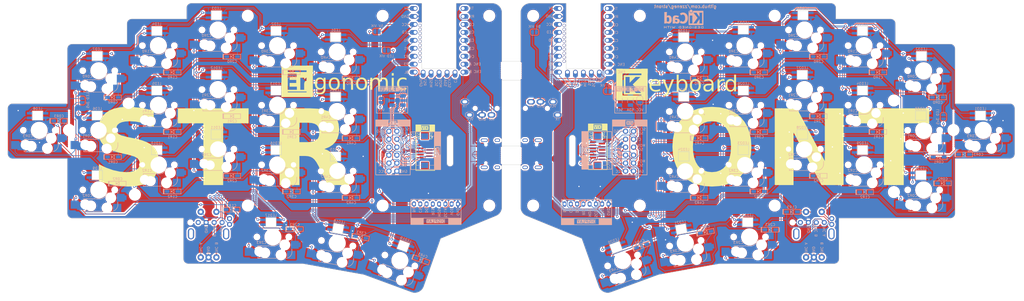
<source format=kicad_pcb>
(kicad_pcb (version 20221018) (generator pcbnew)
  (layers (0 "F.Cu" signal) (31 "B.Cu" signal) (34 "B.Paste" user) (35 "F.Paste" user) (36 "B.SilkS" user "B.Silkscreen") (37 "F.SilkS" user "F.Silkscreen") (38 "B.Mask" user) (39 "F.Mask" user) (44 "Edge.Cuts" user))
  (net 0 "")
  (net 1 "row0")
  (net 2 "+5V")
  (net 3 "5V_VIK")
  (net 4 "+5VD")
  (net 5 "5V_VIK_r")
  (net 6 "row1")
  (net 7 "MISO")
  (net 8 "LED_OUT")
  (net 9 "LED_OUT_r")
  (net 10 "row2")
  (net 11 "MISO_r")
  (net 12 "row3")
  (net 13 "SW_ENCA")
  (net 14 "Net-(D1-A)")
  (net 15 "TX")
  (net 16 "RX")
  (net 17 "GND")
  (net 18 "VCC")
  (net 19 "Net-(D2-A)")
  (net 20 "SCLK{slash}SDA")
  (net 21 "MOSI{slash}SCL")
  (net 22 "CS")
  (net 23 "RST")
  (net 24 "BL")
  (net 25 "Net-(D3-A)")
  (net 26 "LED")
  (net 27 "Net-(D4-A)")
  (net 28 "Net-(D5-A)")
  (net 29 "Net-(D6-A)")
  (net 30 "Net-(D7-A)")
  (net 31 "Net-(D8-A)")
  (net 32 "Net-(D9-A)")
  (net 33 "Net-(D10-A)")
  (net 34 "Net-(D11-A)")
  (net 35 "Net-(D12-A)")
  (net 36 "Net-(D13-A)")
  (net 37 "Net-(D14-A)")
  (net 38 "Net-(D15-A)")
  (net 39 "Net-(D16-A)")
  (net 40 "Net-(D18-A)")
  (net 41 "Net-(D19-A)")
  (net 42 "Net-(D20-A)")
  (net 43 "Net-(D21-A)")
  (net 44 "Net-(D22-A)")
  (net 45 "ENCA")
  (net 46 "ENCB")
  (net 47 "col2")
  (net 48 "col3")
  (net 49 "col4")
  (net 50 "col0")
  (net 51 "col1")
  (net 52 "Net-(D23-A)")
  (net 53 "Net-(D24-A)")
  (net 54 "row0_r")
  (net 55 "Net-(D25-A)")
  (net 56 "Net-(D26-A)")
  (net 57 "Net-(D27-A)")
  (net 58 "Net-(D28-A)")
  (net 59 "Net-(D29-A)")
  (net 60 "row1_r")
  (net 61 "Net-(D30-A)")
  (net 62 "Net-(D31-A)")
  (net 63 "Net-(D32-A)")
  (net 64 "Net-(D33-A)")
  (net 65 "Net-(D34-A)")
  (net 66 "row2_r")
  (net 67 "Net-(D35-A)")
  (net 68 "Net-(D36-A)")
  (net 69 "Net-(D38-A)")
  (net 70 "Net-(D39-A)")
  (net 71 "Net-(D40-A)")
  (net 72 "row3_r")
  (net 73 "Net-(LED1-DOUT)")
  (net 74 "SW_ENCA_r")
  (net 75 "Net-(LED2-DOUT)")
  (net 76 "Net-(LED3-DOUT)")
  (net 77 "Net-(LED4-DOUT)")
  (net 78 "TX_r")
  (net 79 "RX_r")
  (net 80 "GNDA")
  (net 81 "VDD")
  (net 82 "Net-(LED5-DOUT)")
  (net 83 "SCLK{slash}SDA_r")
  (net 84 "MOSI{slash}SCL_r")
  (net 85 "CS_r")
  (net 86 "RST_r")
  (net 87 "BL_r")
  (net 88 "LED_r")
  (net 89 "Net-(LED6-DOUT)")
  (net 90 "Net-(LED10-DIN)")
  (net 91 "Net-(LED10-DOUT)")
  (net 92 "Net-(LED11-DOUT)")
  (net 93 "Net-(LED12-DOUT)")
  (net 94 "Net-(LED13-DOUT)")
  (net 95 "Net-(LED14-DOUT)")
  (net 96 "Net-(LED15-DOUT)")
  (net 97 "Net-(LED16-DOUT)")
  (net 98 "Net-(LED17-DOUT)")
  (net 99 "Net-(LED18-DOUT)")
  (net 100 "Net-(LED20-DOUT)")
  (net 101 "Net-(LED21-DOUT)")
  (net 102 "Net-(LED22-DOUT)")
  (net 103 "ENCA_r")
  (net 104 "ENCB_r")
  (net 105 "col1_r")
  (net 106 "col0_r")
  (net 107 "col2_r")
  (net 108 "col3_r")
  (net 109 "col4_r")
  (net 110 "Net-(LED23-DOUT)")
  (net 111 "Net-(LED24-DOUT)")
  (net 112 "Net-(LED25-DOUT)")
  (net 113 "Net-(LED26-DOUT)")
  (net 114 "Net-(LED27-DOUT)")
  (net 115 "Net-(LED28-DOUT)")
  (net 116 "Net-(LED29-DOUT)")
  (net 117 "LED30_OUT")
  (net 118 "LED32_IN")
  (net 119 "Net-(LED32-DOUT)")
  (net 120 "Net-(LED33-DOUT)")
  (net 121 "Net-(LED34-DOUT)")
  (net 122 "Net-(LED35-DOUT)")
  (net 123 "Net-(LED36-DOUT)")
  (net 124 "Net-(LED37-DOUT)")
  (net 127 "I2C_3V3")
  (net 128 "I2C_3V3_r")
  (net 129 "LED7_OUT")
  (net 130 "LED9_IN")
  (footprint "zzkeeb:Switch_MXKS-hotswap-south" (layer "F.Cu") (at 143.500003 146.502769 -20)
    (fp_text reference "SW19" hide)
    (fp_text value "Switch" hide)
  )
  (footprint "zzkeeb:Switch_MXKS-hotswap-south" (layer "F.Cu") (at 66.500001 78.002769)
    (fp_text reference "SW2" hide)
    (fp_text value "Switch" hide)
  )
  (footprint "zzkeeb:Switch_MXKS-hotswap-south" (layer "F.Cu") (at 272.500002 111.002768)
    (fp_text reference "SW32" hide)
    (fp_text value "Switch" hide)
  )
  (footprint "zzkeeb:Hole_M2-spacer" (layer "F.Cu") (at 186.000002 68.502767)
    (fp_text reference "H19" hide)
    (fp_text value "MountingHole" hide)
  )
  (footprint "zzkeeb:Switch_MXKS-hotswap-south" (layer "F.Cu") (at 310.5 86.002767)
    (fp_text reference "SW20" hide)
    (fp_text value "Switch" hide)
  )
  (footprint "zzkeeb:Hole_Breakaway-Tabs" (layer "F.Cu") (at 175.999999 85.906254 90)
    (fp_text reference "BR1" hide)
    (fp_text value "MountingHole" hide)
  )
  (footprint "zzkeeb:LED_SK6812-MINI-E" (layer "F.Cu") (at 123 113.302769)
    (fp_text reference "LED15")
    (fp_text value "YS-SK6812MINI-E" hide)
    (fp_line (start -1.7 -1.5) (end 1.7 -1.5) (stroke (width 0.12)) (layer "Edge.Cuts"))
    (fp_line (start -1.7 1.5) (end -1.7 -1.5) (stroke (width 0.12)) (layer "Edge.Cuts"))
    (fp_line (start 1.7 -1.5) (end 1.7 1.5) (stroke (width 0.12)) (layer "Edge.Cuts"))
    (fp_line (start 1.7 1.5) (end -1.7 1.5) (stroke (width 0.12)) (layer "Edge.Cuts"))
  )
  (footprint "zzkeeb:LED_SK6812-MINI-E" (layer "F.Cu") (at 234.000004 94.302768)
    (fp_text reference "LED25")
    (fp_text value "YS-SK6812MINI-E" hide)
    (fp_line (start -1.7 -1.5) (end 1.7 -1.5) (stroke (width 0.12)) (layer "Edge.Cuts"))
    (fp_line (start -1.7 1.5) (end -1.7 -1.5) (stroke (width 0.12)) (layer "Edge.Cuts"))
    (fp_line (start 1.7 -1.5) (end 1.7 1.5) (stroke (width 0.12)) (layer "Edge.Cuts"))
    (fp_line (start 1.7 1.5) (end -1.7 1.5) (stroke (width 0.12)) (layer "Edge.Cuts"))
  )
  (footprint "zzkeeb:LED_SK6812-MINI-E" (layer "F.Cu") (at 253.000003 111.302768)
    (fp_text reference "LED23")
    (fp_text value "YS-SK6812MINI-E" hide)
    (fp_line (start -1.7 -1.5) (end 1.7 -1.5) (stroke (width 0.12)) (layer "Edge.Cuts"))
    (fp_line (start -1.7 1.5) (end -1.7 -1.5) (stroke (width 0.12)) (layer "Edge.Cuts"))
    (fp_line (start 1.7 -1.5) (end 1.7 1.5) (stroke (width 0.12)) (layer "Edge.Cuts"))
    (fp_line (start 1.7 1.5) (end -1.7 1.5) (stroke (width 0.12)) (layer "Edge.Cuts"))
  )
  (footprint "zzkeeb:Switch_MXKS-hotswap-south" (layer "F.Cu") (at 104.5 78.002769)
    (fp_text reference "SW4" hide)
    (fp_text value "Switch" hide)
  )
  (footprint "zzkeeb:Switch_MXKS-hotswap-south" (layer "F.Cu") (at 28.5 105.002767)
    (fp_text reference "SW16" hide)
    (fp_text value "Switch" hide)
  )
  (footprint "zzkeeb:Switch_MXKS-hotswap-south" (layer "F.Cu") (at 47.5 124.002767)
    (fp_text reference "SW11" hide)
    (fp_text value "Switch" hide)
  )
  (footprint "zzkeeb:LED_SK6812-MINI-E" (layer "F.Cu") (at 291.000003 73.302767)
    (fp_text reference "LED35")
    (fp_text value "YS-SK6812MINI-E" hide)
    (fp_line (start -1.7 -1.5) (end 1.7 -1.5) (stroke (width 0.12)) (layer "Edge.Cuts"))
    (fp_line (start -1.7 1.5) (end -1.7 -1.5) (stroke (width 0.12)) (layer "Edge.Cuts"))
    (fp_line (start 1.7 -1.5) (end 1.7 1.5) (stroke (width 0.12)) (layer "Edge.Cuts"))
    (fp_line (start 1.7 1.5) (end -1.7 1.5) (stroke (width 0.12)) (layer "Edge.Cuts"))
  )
  (footprint "zzkeeb:Switch_MXKS-hotswap-south" (layer "F.Cu") (at 123.500003 141.002769 -10)
    (fp_text reference "SW18" hide)
    (fp_text value "Switch" hide)
  )
  (footprint "zzkeeb:LED_SK6812-MINI-E" (layer "F.Cu") (at 212.400002 142.302769 20)
    (fp_text reference "LED20")
    (fp_text value "YS-SK6812MINI-E" hide)
    (fp_line (start -1.7 -1.5) (end 1.7 -1.5) (stroke (width 0.12)) (layer "Edge.Cuts"))
    (fp_line (start -1.7 1.5) (end -1.7 -1.5) (stroke (width 0.12)) (layer "Edge.Cuts"))
    (fp_line (start 1.7 -1.5) (end 1.7 1.5) (stroke (width 0.12)) (layer "Edge.Cuts"))
    (fp_line (start 1.7 1.5) (end -1.7 1.5) (stroke (width 0.12)) (layer "Edge.Cuts"))
  )
  (footprint "zzkeeb:Hole_M2-spacer" (layer "F.Cu") (at 186 129.00275)
    (fp_text reference "H13" hide)
    (fp_text value "MountingHole" hide)
  )
  (footprint "zzkeeb:LED_SK6812-MINI-E" (layer "F.Cu") (at 123.000002 75.302769)
    (fp_text reference "LED1")
    (fp_text value "YS-SK6812MINI-E" hide)
    (fp_line (start -1.7 -1.5) (end 1.7 -1.5) (stroke (width 0.12)) (layer "Edge.Cuts"))
    (fp_line (start -1.7 1.5) (end -1.7 -1.5) (stroke (width 0.12)) (layer "Edge.Cuts"))
    (fp_line (start 1.7 -1.5) (end 1.7 1.5) (stroke (width 0.12)) (layer "Edge.Cuts"))
    (fp_line (start 1.7 1.5) (end -1.7 1.5) (stroke (width 0.12)) (layer "Edge.Cuts"))
  )
  (footprint "zzkeeb:Logo_QMK-soldermask" (layer "F.Cu") (at 124 68.502767)
    (fp_text reference "REF**" hide)
    (fp_text value "Logo_QMK-soldermask" hide)
  )
  (footprint "zzkeeb:LED_SK6812-MINI-E" (layer "F.Cu") (at 104.000001 73.302769)
    (fp_text reference "LED2")
    (fp_text value "YS-SK6812MINI-E" hide)
    (fp_line (start -1.7 -1.5) (end 1.7 -1.5) (stroke (width 0.12)) (layer "Edge.Cuts"))
    (fp_line (start -1.7 1.5) (end -1.7 -1.5) (stroke (width 0.12)) (layer "Edge.Cuts"))
    (fp_line (start 1.7 -1.5) (end 1.7 1.5) (stroke (width 0.12)) (layer "Edge.Cuts"))
    (fp_line (start 1.7 1.5) (end -1.7 1.5) (stroke (width 0.12)) (layer "Edge.Cuts"))
  )
  (footprint "zzkeeb:MCU_rp2040-zero-tht-pads" (layer "F.Cu") (at 155.999997 76.302767)
    (fp_text reference "MCU1" hide)
    (fp_text value "rp2040-zero" hide)
  )
  (footprint "zzkeeb:LED_SK6812-MINI-E" (layer "F.Cu") (at 233.199997 136.502769 10)
    (fp_text reference "LED21")
    (fp_text value "YS-SK6812MINI-E" hide)
    (fp_line (start -1.7 -1.5) (end 1.7 -1.5) (stroke (width 0.12)) (layer "Edge.Cuts"))
    (fp_line (start -1.7 1.5) (end -1.7 -1.5) (stroke (width 0.12)) (layer "Edge.Cuts"))
    (fp_line (start 1.7 -1.5) (end 1.7 1.5) (stroke (width 0.12)) (layer "Edge.Cuts"))
    (fp_line (start 1.7 1.5) (end -1.7 1.5) (stroke (width 0.12)) (layer "Edge.Cuts"))
  )
  (footprint "zzkeeb:LED_SK6812-MINI-E" (layer "F.Cu") (at 47 119.302767)
    (fp_text reference "LED9")
    (fp_text value "YS-SK6812MINI-E" hide)
    (fp_line (start -1.7 -1.5) (end 1.7 -1.5) (stroke (width 0.12)) (layer "Edge.Cuts"))
    (fp_line (start -1.7 1.5) (end -1.7 -1.5) (stroke (width 0.12)) (layer "Edge.Cuts"))
    (fp_line (start 1.7 -1.5) (end 1.7 1.5) (stroke (width 0.12)) (layer "Edge.Cuts"))
    (fp_line (start 1.7 1.5) (end -1.7 1.5) (stroke (width 0.12)) (layer "Edge.Cuts"))
  )
  (footprint "zzkeeb:Switch_MXKS-hotswap-south" (layer "F.Cu") (at 234.500002 118.002769)
    (fp_text reference "SW34" hide)
    (fp_text value "Switch" hide)
  )
  (footprint "zzkeeb:LED_SK6812-MINI-E" (layer "F.Cu") (at 102.400001 134.302768)
    (fp_text reference "LED17")
    (fp_text value "YS-SK6812MINI-E" hide)
    (fp_line (start -1.7 -1.5) (end 1.7 -1.5) (stroke (width 0.12)) (layer "Edge.Cuts"))
    (fp_line (start -1.7 1.5) (end -1.7 -1.5) (stroke (width 0.12)) (layer "Edge.Cuts"))
    (fp_line (start 1.7 -1.5) (end 1.7 1.5) (stroke (width 0.12)) (layer "Edge.Cuts"))
    (fp_line (start 1.7 1.5) (end -1.7 1.5) (stroke (width 0.12)) (layer "Edge.Cuts"))
  )
  (footprint "zzkeeb:LED_SK6812-MINI-E" (layer "F.Cu") (at 328.6 100.302767)
    (fp_text reference "LED31")
    (fp_text value "YS-SK6812MINI-E" hide)
    (fp_line (start -1.7 -1.5) (end 1.7 -1.5) (stroke (width 0.12)) (layer "Edge.Cuts"))
    (fp_line (start -1.7 1.5) (end -1.7 -1.5) (stroke (width 0.12)) (layer "Edge.Cuts"))
    (fp_line (start 1.7 -1.5) (end 1.7 1.5) (stroke (width 0.12)) (layer "Edge.Cuts"))
    (fp_line (start 1.7 1.5) (end -1.7 1.5) (stroke (width 0.12)) (layer "Edge.Cuts"))
  )
  (footprint "zzkeeb:RotaryEncoder_EC11" (layer "F.Cu") (at 82.499999 138.002767 90)
    (fp_text reference "RE1" hide)
    (fp_text value "RotaryEncoder_Switch" hide)
  )
  (footprint "zzkeeb:Switch_MXKS-hotswap-south" (layer "F.Cu") (at 329.5 105.002767)
    (fp_text reference "SW35" hide)
    (fp_text value "Switch" hide)
  )
  (footprint "zzkeeb:Switch_MXKS-hotswap-south" (layer "F.Cu") (at 234.500002 99.002768)
    (fp_text reference "SW29" hide)
    (fp_text value "Switch" hide)
  )
  (footprint "zzkeeb:LED_SK6812-MINI-E" (layer "F.Cu") (at 234 75.302769)
    (fp_text reference "LED38")
    (fp_text value "YS-SK6812MINI-E" hide)
    (fp_line (start -1.7 -1.5) (end 1.7 -1.5) (stroke (width 0.12)) (layer "Edge.Cuts"))
    (fp_line (start -1.7 1.5) (end -1.7 -1.5) (stroke (width 0.12)) (layer "Edge.Cuts"))
    (fp_line (start 1.7 -1.5) (end 1.7 1.5) (stroke (width 0.12)) (layer "Edge.Cuts"))
    (fp_line (start 1.7 1.5) (end -1.7 1.5) (stroke (width 0.12)) (layer "Edge.Cuts"))
  )
  (footprint "zzkeeb:Hole_M2-spacer" (layer "F.Cu") (at 138 68.502769)
    (fp_text reference "H5" hide)
    (fp_text value "MountingHole" hide)
  )
  (footprint "zzkeeb:LED_SK6812-MINI-E" (layer "F.Cu") (at 66 73.302769)
    (fp_text reference "LED4")
    (fp_text value "YS-SK6812MINI-E" hide)
    (fp_line (start -1.7 -1.5) (end 1.7 -1.5) (stroke (width 0.12)) (layer "Edge.Cuts"))
    (fp_line (start -1.7 1.5) (end -1.7 -1.5) (stroke (width 0.12)) (layer "Edge.Cuts"))
    (fp_line (start 1.7 -1.5) (end 1.7 1.5) (stroke (width 0.12)) (layer "Edge.Cuts"))
    (fp_line (start 1.7 1.5) (end -1.7 1.5) (stroke (width 0.12)) (layer "Edge.Cuts"))
  )
  (footprint "zzkeeb:LED_SK6812-MINI-E" (layer "F.Cu") (at 85.000002 106.302769)
    (fp_text reference "LED11")
    (fp_text value "YS-SK6812MINI-E" hide)
    (fp_line (start -1.7 -1.5) (end 1.7 -1.5) (stroke (width 0.12)) (layer "Edge.Cuts"))
    (fp_line (start -1.7 1.5) (end -1.7 -1.5) (stroke (width 0.12)) (layer "Edge.Cuts"))
    (fp_line (start 1.7 -1.5) (end 1.7 1.5) (stroke (width 0.12)) (layer "Edge.Cuts"))
    (fp_line (start 1.7 1.5) (end -1.7 1.5) (stroke (width 0.12)) (layer "Edge.Cuts"))
  )
  (footprint "zzkeeb:LED_SK6812-MINI-E" (layer "F.Cu") (at 123.000001 94.302769)
    (fp_text reference "LED14")
    (fp_text value "YS-SK6812MINI-E" hide)
    (fp_line (start -1.7 -1.5) (end 1.7 -1.5) (stroke (width 0.12)) (layer "Edge.Cuts"))
    (fp_line (start -1.7 1.5) (end -1.7 -1.5) (stroke (width 0.12)) (layer "Edge.Cuts"))
    (fp_line (start 1.7 -1.5) (end 1.7 1.5) (stroke (width 0.12)) (layer "Edge.Cuts"))
    (fp_line (start 1.7 1.5) (end -1.7 1.5) (stroke (width 0.12)) (layer "Edge.Cuts"))
  )
  (footprint "zzkeeb:Hole_M2-spacer" (layer "F.Cu") (at 320 104.902767)
    (fp_text reference "H10" hide)
    (fp_text value "MountingHole" hide)
  )
  (footprint "zzkeeb:Hole_M2-spacer" (layer "F.Cu") (at 95.000003 129.002768)
    (fp_text reference "H7" hide)
    (fp_text value "MountingHole" hide)
  )
  (footprint "zzkeeb:Connector_HRO-TYPE-C-31-M-12-data" (layer "F.Cu") (at 180.824998 112.502767 -90)
    (fp_text reference "USB2" hide)
    (fp_text value "Connector_HRO-TYPE-C-31-M-12" hide)
  )
  (footprint "zzkeeb:LED_SK6812-MINI-E" (layer "F.Cu") (at 28 100.302767)
    (fp_text reference "LED8")
    (fp_text value "YS-SK6812MINI-E" hide)
    (fp_line (start -1.7 -1.5) (end 1.7 -1.5) (stroke (width 0.12)) (layer "Edge.Cuts"))
    (fp_line (start -1.7 1.5) (end -1.7 -1.5) (stroke (width 0.12)) (layer "Edge.Cuts"))
    (fp_line (start 1.7 -1.5) (end 1.7 1.5) (stroke (width 0.12)) (layer "Edge.Cuts"))
    (fp_line (start 1.7 1.5) (end -1.7 1.5) (stroke (width 0.12)) (layer "Edge.Cuts"))
  )
  (footprint "zzkeeb:Hole_M2-spacer" (layer "F.Cu") (at 220.000002 129.002769)
    (fp_text reference "H9" hide)
    (fp_text value "MountingHole" hide)
  )
  (footprint "zzkeeb:LED_SK6812-MINI-E" (layer "F.Cu") (at 47 81.302767)
    (fp_text reference "LED7")
    (fp_text value "YS-SK6812MINI-E" hide)
    (fp_line (start -1.7 -1.5) (end 1.7 -1.5) (stroke (width 0.12)) (layer "Edge.Cuts"))
    (fp_line (start -1.7 1.5) (end -1.7 -1.5) (stroke (width 0.12)) (layer "Edge.Cuts"))
    (fp_line (start 1.7 -1.5) (end 1.7 1.5) (stroke (width 0.12)) (layer "Edge.Cuts"))
    (fp_line (start 1.7 1.5) (end -1.7 1.5) (stroke (width 0.12)) (layer "Edge.Cuts"))
  )
  (footprint "zzkeeb:Connector_FPC-FFC-adapter-12pin" (layer "F.Cu") (at 140 118.002767)
    (fp_text reference "VIK_K2" hide)
    (fp_text value "Connector_VIK-keyboard" hide)
  )
  (footprint "zzkeeb:Switch_MXKS-hotswap-south" (layer "F.Cu") (at 291.500001 78.002769)
    (fp_text reference "SW21" hide)
    (fp_text value "Switch" hide)
  )
  (footprint "zzkeeb:Connector_Display-8pin-SPI-2.0mm" (layer "F.Cu") (at 210 128.502767 180)
    (fp_text reference "DISP2" hide)
    (fp_text value "Display_generic-spi-8pin" hide)
  )
  (footprint "zzkeeb:LED_SK6812-MINI-E" (layer "F.Cu") (at 271.800001 87.302769)
    (fp_text reference "LED27")
    (fp_text value "YS-SK6812MINI-E" hide)
    (fp_line (start -1.7 -1.5) (end 1.7 -1.5) (stroke (width 0.12)) (layer "Edge.Cuts"))
    (fp_line (start -1.7 1.5) (end -1.7 -1.5) (stroke (width 0.12)) (layer "Edge.Cuts"))
    (fp_line (start 1.7 -1.5) (end 1.7 1.5) (stroke (width 0.12)) (layer "Edge.Cuts"))
    (fp_line (start 1.7 1.5) (end -1.7 1.5) (stroke (width 0.12)) (layer "Edge.Cuts"))
  )
  (footprint "zzkeeb:Switch_MXKS-hotswap-south" (layer "F.Cu") (at 272.500002 73.002768)
    (fp_text reference "SW22" hide)
    (fp_text value "Switch" hide)
  )
  (footprint "zzkeeb:Switch_MXKS-hotswap-south" (layer "F.Cu") (at 85.500002 111.002769)
    (fp_text reference "SW13" hide)
    (fp_text value "Switch" hide)
  )
  (footprint "zzkeeb:LED_SK6812-MINI-E" (layer "F.Cu") (at 144.600002 141.902769 -20)
    (fp_text reference "LED19")
    (fp_text value "YS-SK6812MINI-E" hide)
    (fp_line (start -1.7 -1.5) (end 1.7 -1.5) (stroke (width 0.12)) (layer "Edge.Cuts"))
    (fp_line (start -1.7 1.5) (end -1.7 -1.5) (stroke (width 0.12)) (layer "Edge.Cuts"))
    (fp_line (start 1.7 -1.5) (end 1.7 1.5) (stroke (width 0.12)) (layer "Edge.Cuts"))
    (fp_line (start 1.7 1.5) (end -1.7 1.5) (stroke (width 0.12)) (layer "Edge.Cuts"))
  )
  (footprint "zzkeeb:LED_SK6812-MINI-E" (layer "F.Cu") (at 254.400002 134.302769)
    (fp_text reference "LED22")
    (fp_text value "YS-SK6812MINI-E" hide)
    (fp_line (start -1.7 -1.5) (end 1.7 -1.5) (stroke (width 0.12)) (layer "Edge.Cuts"))
    (fp_line (start -1.7 1.5) (end -1.7 -1.5) (stroke (width 0.12)) (layer "Edge.Cuts"))
    (fp_line (start 1.7 -1.5) (end 1.7 1.5) (stroke (width 0.12)) (layer "Edge.Cuts"))
    (fp_line (start 1.7 1.5) (end -1.7 1.5) (stroke (width 0.12)) (layer "Edge.Cuts"))
  )
  (footprint "zzkeeb:Hole_Breakaway-Tabs" (layer "F.Cu") (at 320 108.702767 90)
    (fp_text reference "BR7" hide)
    (fp_text value "MountingHole" hide)
  )
  (footprint "zzkeeb:Hole_M2-spacer" (layer "F.Cu") (at 301 124.702767)
    (fp_text reference "H16" hide)
    (fp_text value "MountingHole" hide)
  )
  (footprint "zzkeeb:LED_SK6812-MINI-E" (layer "F.Cu") (at 272.000002 68.302769)
    (fp_text reference "LED36")
    (fp_text value "YS-SK6812MINI-E" hide)
    (fp_line (start -1.7 -1.5) (end 1.7 -1.5) (stroke (width 0.12)) (layer "Edge.Cuts"))
    (fp_line (start -1.7 1.5) (end -1.7 -1.5) (stroke (width 0.12)) (layer "Edge.Cuts"))
    (fp_line (start 1.7 -1.5) (end 1.7 1.5) (stroke (width 0.12)) (layer "Edge.Cuts"))
    (fp_line (start 1.7 1.5) (end -1.7 1.5) (stroke (width 0.12)) (layer "Edge.Cuts"))
  )
  (footprint "zzkeeb:LED_SK6812-MINI-E" (layer "F.Cu") (at 123.800003 136.302769 -10)
    (fp_text reference "LED18")
    (fp_text value "YS-SK6812MINI-E" hide)
    (fp_line (start -1.7 -1.5) (end 1.7 -1.5) (stroke (width 0.12)) (layer "Edge.Cuts"))
    (fp_line (start -1.7 1.5) (end -1.7 -1.5) (stroke (width 0.12)) (layer "Edge.Cuts"))
    (fp_line (start 1.7 -1.5) (end 1.7 1.5) (stroke (width 0.12)) (layer "Edge.Cuts"))
    (fp_line (start 1.7 1.5) (end -1.7 1.5) (stroke (width 0.12)) (layer "Edge.Cuts"))
  )
  (footprint "zzkeeb:Switch_MXKS-hotswap-south" (layer "F.Cu") (at 123.500002 118.002769)
    (fp_text reference "SW15" hide)
    (fp_text value "Switch" hide)
  )
  (footprint "zzkeeb:Switch_MXKS-hotswap-south" (layer "F.Cu") (at 103.000001 139.002769)
    (fp_text reference "SW17" hide)
    (fp_text value "Switch" hide)
  )
  (footprint "zzkeeb:Connector_TRRS" (layer "F.Cu") (at 181.999997 98.002767 90)
    (fp_text reference "TRRS2")
    (fp_text value "AudioJack4" hide)
  )
  (footprint "zzkeeb:Hole_Breakaway-Tabs" (layer "F.Cu") (at 320 101.102767 90)
    (fp_text reference "BR8" hide)
    (fp_text value "MountingHole" hide)
  )
  (footprint "zzkeeb:Hole_M2-spacer" (layer "F.Cu") (at 171.999997 129.00275)
    (fp_text reference "H1" hide)
    (fp_text value "MountingHole" hide)
  )
  (footprint "zzkeeb:Hole_Breakaway-Tabs" (layer "F.Cu") (at 38 101.102767 90)
    (fp_text reference "BR5" hide)
    (fp_text value "MountingHole" hide)
  )
  (footprint "zzkeeb:LED_SK6812-MINI-E" (layer "F.Cu") (at 85.000002 68.302768)
    (fp_text reference "LED3")
    (fp_text value "YS-SK6812MINI-E" hide)
    (fp_line (start -1.7 -1.5) (end 1.7 -1.5) (stroke (width 0.12)) (layer "Edge.Cuts"))
    (fp_line (start -1.7 1.5) (end -1.7 -1.5) (stroke (width 0.12)) (layer "Edge.Cuts"))
    (fp_line (start 1.7 -1.5) (end 1.7 1.5) (stroke (width 0.12)) (layer "Edge.Cuts"))
    (fp_line (start 1.7 1.5) (end -1.7 1.5) (stroke (width 0.12)) (layer "Edge.Cuts"))
  )
  (footprint "zzkeeb:LED_SK6812-MINI-E" (layer "F.Cu") (at 234 113.302769)
    (fp_text reference "LED24")
    (fp_text value "YS-SK6812MINI-E" hide)
    (fp_line (start -1.7 -1.5) (end 1.7 -1.5) (stroke (width 0.12)) (layer "Edge.Cuts"))
    (fp_line (start -1.7 1.5) (end -1.7 -1.5) (stroke (width 0.12)) (layer "Edge.Cuts"))
    (fp_line (start 1.7 -1.5) (end 1.7 1.5) (stroke (width 0.12)) (layer "Edge.Cuts"))
    (fp_line (start 1.7 1.5) (end -1.7 1.5) (stroke (width 0.12)) (layer "Edge.Cuts"))
  )
  (footprint "zzkeeb:Logo_stront-small" (layer "F.Cu") (at 153.5 97.502767)
    (fp_text reference "REF**" hide)
    (fp_text value "Logo_stront-small" hide)
  )
  (footprint "zzkeeb:Hole_M2-spacer" (layer "F.Cu") (at 172.000002 68.502767)
    (fp_text reference "H17" hide)
    (fp_text value "MountingHole" hide)
  )
  (footprint "zzkeeb:Switch_MXKS-hotswap-south" (layer "F.Cu") (at 255.000002 139.002769)
    (fp_text reference "SW36" hide)
    (fp_text value "Switch" hide)
  )
  (footprint "zzkeeb:Switch_MXKS-hotswap-south" (layer "F.Cu") (at 123.500001 99.002769)
    (fp_text reference "SW10" hide)
    (fp_text value "Switch" hide)
  )
  (footprint "zzkeeb:Hole_Breakaway-Tabs" (layer "F.Cu") (at 38 108.702767 90)
    (fp_text reference "BR6" hide)
    (fp_text value "MountingHole" hide)
  )
  (footprint "zzkeeb:Switch_MXKS-hotswap-south" (layer "F.Cu") (at 85.500002 73.002768)
    (fp_text reference "SW3" hide)
    (fp_text value "Switch" hide)
  )
  (footprint "zzkeeb:Hole_Breakaway-Tabs" (layer "F.Cu") (at 181.999996 86.000007 90)
    (fp_text reference "BR3" hide)
    (fp_text value "MountingHole" hide)
  )
  (footprint "zzkeeb:Hole_M2-spacer" (layer "F.Cu") (at 38 104.902767)
    (fp_text reference "H2" hide)
    (fp_text value "MountingHole" hide)
  )
  (footprint "zzkeeb:Switch_MXKS-hotswap-south" (layer "F.Cu") (at 272.500002 92.002769)
    (fp_text reference "SW27" hide)
    (fp_text value "Switch" hide)
  )
  (footprint "zzkeeb:Switch_MXKS-hotswap-south" (layer "F.Cu") (at 253.5 116.002768)
    (fp_text reference "SW33" hide)
    (fp_text value "Switch" hide)
  )
  (footprint "zzkeeb:RotaryEncoder_EVQWGD001" (layer "F.Cu") (at 275 140.002767 -90)
    (fp_text reference "ROLL2" hide)
    (fp_text value "RollerEncoder_EVQWGD001" hide)
  )
  (footprint "zzkeeb:LED_SK6812-MINI-E" (layer "F.Cu") (at 291.000002 92.302771)
    (fp_text reference "LED34")
    (fp_text value "YS-SK6812MINI-E" hide)
    (fp_line (start -1.7 -1.5) (end 1.7 -1.5) (stroke (width 0.12)) (layer "Edge.Cuts"))
    (fp_line (start -1.7 1.5) (end -1.7 -1.5) (stroke (width 0.12)) (layer "Edge.Cuts"))
    (fp_line (start 1.7 -1.5) (end 1.7 1.5) (stroke (width 0.12)) (layer "Edge.Cuts"))
    (fp_line (start 1.7 1.5) (end -1.7 1.5) (stroke (width 0.12)) (layer "Edge.Cuts"))
  )
  (footprint "zzkeeb:Logo_stront-small" (layer "F.Cu") (at 204.5 97.502767)
    (fp_text reference "REF**" hide)
    (fp_text value "Logo_stront-small" hide)
  )
  (footprint "zzkeeb:Hole_M2-spacer" (layer "F.Cu") (at 220 68.502768)
    (fp_text reference "H14" hide)
    (fp_text value "MountingHole" hide)
  )
  (footprint "zzkeeb:RotaryEncoder_EVQWGD001" (layer "F.Cu") (at 83 140.002767 -90)
    (fp_text reference "ROLL1" hide)
    (fp_text value "RollerEncoder_EVQWGD001" hide)
  )
  (footprint "zzkeeb:Switch_MXKS-hotswap-south" (layer "F.Cu") (at 234.5 141.002769 10)
    (fp_text reference "SW37" hide)
    (fp_text value "Switch" hide)
  )
  (footprint "zzkeeb:Switch_MXKS-hotswap-south" (layer "F.Cu") (at 310.500003 124.002767)
    (fp_text reference "SW30" hide)
    (fp_text value "Switch" hide)
  )
  (footprint "zzkeeb:Switch_MXKS-hotswap-south" (layer "F.Cu") (at 66.500001 97.002768)
    (fp_text reference "SW7" hide)
    (fp_text value "Switch" hide)
  )
  (footprint "zzkeeb:LED_SK6812-MINI-E" (layer "F.Cu") (at 253.000001 92.302769)
    (fp_text reference "LED26")
    (fp_text value "YS-SK6812MINI-E" hide)
    (fp_line (start -1.7 -1.5) (end 1.7 -1.5) (stroke (width 0.12)) (layer "Edge.Cuts"))
    (fp_line (start -1.7 1.5) (end -1.7 -1.5) (stroke (width 0.12)) (layer "Edge.Cuts"))
    (fp_line (start 1.7 -1.5) (end 1.7 1.5) (stroke (width 0.12)) (layer "Edge.Cuts"))
    (fp_line (start 1.7 1.5) (end -1.7 1.5) (stroke (width 0.12)) (layer "Edge.Cuts"))
  )
  (footprint "zzkeeb:Connector_FFC-FPC-vertical-12pin" (layer "F.Cu") (at 151.5 111.502767)
    (fp_text reference "VIK_K1" hide)
    (fp_text value "Connector_VIK-keyboard" hide)
  )
  (footprint "zzkeeb:LED_SK6812-MINI-E" (layer "F.Cu") (at 104.000001 111.302771)
    (fp_text reference "LED16")
    (fp_text value "YS-SK6812MINI-E" hide)
    (fp_line (start -1.7 -1.5) (end 1.7 -1.5) (stroke (width 0.12)) (layer "Edge.Cuts"))
    (fp_line (start -1.7 1.5) (end -1.7 -1.5) (stroke (width 0.12)) (layer "Edge.Cuts"))
    (fp_line (start 1.7 -1.5) (end 1.7 1.5) (stroke (width 0.12)) (layer "Edge.Cuts"))
    (fp_line (start 1.7 1.5) (end -1.7 1.5) (stroke (width 0.12)) (layer "Edge.Cuts"))
  )
  (footprint "zzkeeb:Hole_M2-spacer" (layer "F.Cu") (at 95.000003 68.502768)
    (fp_text reference "H4" hide)
    (fp_text value "MountingHole" hide)
  )
  (footprint "zzkeeb:Switch_MXKS-hotswap-south" (layer "F.Cu") (at 253.500002 97.002769)
    (fp_text reference "SW28" hide)
    (fp_text value "Switch" hide)
  )
  (footprint "zzkeeb:LED_SK6812-MINI-E" (layer "F.Cu") (at 309.8 81.302767)
    (fp_text reference "LED32")
    (fp_text value "YS-SK6812MINI-E" hide)
    (fp_line (start -1.7 -1.5) (end 1.7 -1.5) (stroke (width 0.12)) (layer "Edge.Cuts"))
    (fp_line (start -1.7 1.5) (end -1.7 -1.5) (stroke (width 0.12)) (layer "Edge.Cuts"))
    (fp_line (start 1.7 -1.5) (end 1.7 1.5) (stroke (width 0.12)) (layer "Edge.Cuts"))
    (fp_line (start 1.7 1.5) (end -1.7 1.5) (stroke (width 0.12)) (layer "Edge.Cuts"))
  )
  (footprint "zzkeeb:Hole_M2-spacer" (layer "F.Cu") (at 138.000001 129.002769)
    (fp_text reference "H6" hide)
    (fp_text value "MountingHole" hide)
  )
  (footprint "zzkeeb:Switch_MXKS-hotswap-south" (layer "F.Cu") (at 47.500002 105.002767)
    (fp_text reference "SW6" hide)
    (fp_text value "Switch" hide)
  )
  (footprint "zzkeeb:LED_SK6812-MINI-E" (layer "F.Cu") (at 85.000001 87.302768)
    (fp_text reference "LED12")
    (fp_text value "YS-SK6812MINI-E" hide)
    (fp_line (start -1.7 -1.5) (end 1.7 -1.5) (stroke (width 0.12)) (layer "Edge.Cuts"))
    (fp_line (start -1.7 1.5) (end -1.7 -1.5) (stroke (width 0.12)) (layer "Edge.Cuts"))
    (fp_line (start 1.7 -1.5) (end 1.7 1.5) (stroke (width 0.12)) (layer "Edge.Cuts"))
    (fp_line (start 1.7 1.5) (end -1.7 1.5) (stroke (width 0.12)) (layer "Edge.Cuts"))
  )
  (footprint "zzkeeb:LED_SK6812-MINI-E" (layer "F.Cu") (at 309.6 100.302767)
    (fp_text reference "LED33")
    (fp_text value "YS-SK6812MINI-E" hide)
    (fp_line (start -1.7 -1.5) (end 1.7 -1.5) (stroke (width 0.12)) (layer "Edge.Cuts"))
    (fp_line (start -1.7 1.5) (end -1.7 -1.5) (stroke (width 0.12)) (layer "Edge.Cuts"))
    (fp_line (start 1.7 -1.5) (end 1.7 1.5) (stroke (width 0.12)) (layer "Edge.Cuts"))
    (fp_line (start 1.7 1.5) (end -1.7 1.5) (stroke (width 0.12)) (layer "Edge.Cuts"))
  )
  (footprint "zzkeeb:Switch_MXKS-hotswap-south" (layer "F.Cu") (at 310.500002 105.002767)
    (fp_text reference "SW25" hide)
    (fp_text value "Switch" hide)
  )
  (footprint "zzkeeb:Hole_M2-spacer" (layer "F.Cu") (at 263.000002 68.502769)
    (fp_text reference "H8" hide)
    (fp_text value "MountingHole" hide)
  )
  (footprint "zzkeeb:Hole_Breakaway-Tabs" (layer "F.Cu") (at 181.999997 113.096499 90)
    (fp_text reference "BR4" hide)
    (fp_text value "MountingHole" hide)
  )
  (footprint "zzkeeb:Hole_M2-spacer" (layer "F.Cu") (at 263.000002 129.002768)
    (fp_text reference "H12" hide)
    (fp_text value "MountingHole" hide)
  )
  (footprint "zzkeeb:LED_SK6812-MINI-E" (layer "F.Cu") (at 47 100.302767)
    (fp_text reference "LED6")
    (fp_text value "YS-SK6812MINI-E" hide)
    (fp_line (start -1.7 -1.5) (end 1.7 -1.5) (stroke (width 0.12)) (layer "Edge.Cuts"))
    (fp_line (start -1.7 1.5) (end -1.7 -1.5) (stroke (width 0.12)) (layer "Edge.Cuts"))
    (fp_line (start 1.7 -1.5) (end 1.7 1.5) (stroke (width 0.12)) (layer "Edge.Cuts"))
    (fp_line (start 1.7 1.5) (end -1.7 1.5) (stroke (width 0.12)) (layer "Edge.Cuts"))
  )
  (footprint "zzkeeb:Hole_Breakaway-Tabs" (layer "F.Cu") (at 175.999997 113.002767 90)
    (fp_text reference "BR2" hide)
    (fp_text value "MountingHole" hide)
  )
  (footprint "zzkeeb:Switch_MXKS-hotswap-south" (layer "F.Cu") (at 291.500001 97.002769)
    (fp_text reference "SW26" hide)
    (fp_text value "Switch" hide)
  )
  (footprint "zzkeeb:LED_SK6812-MINI-E" (layer "F.Cu") (at 253.000002 72.902769)
    (fp_text reference "LED37")
    (fp_text value "YS-SK6812MINI-E" hide)
    (fp_line (start -1.7 -1.5) (end 1.7 -1.5) (stroke (width 0.12)) (layer "Edge.Cuts"))
    (fp_line (start -1.7 1.5) (end -1.7 -1.5) (stroke (width 0.12)) (layer "Edge.Cuts"))
    (fp_line (start 1.7 -1.5) (end 1.7 1.5) (stroke (width 0.12)) (layer "Edge.Cuts"))
    (fp_line (start 1.7 1.5) (end -1.7 1.5) (stroke (width 0.12)) (layer "Edge.Cuts"))
  )
  (footprint "zzkeeb:Switch_MXKS-hotswap-south" (layer "F.Cu") (at 104.500003 116.002767)
    (fp_text reference "SW14" hide)
    (fp_text value "Switch" hide)
  )
  (footprint "zzkeeb:Hole_M2-spacer" (layer "F.Cu") (at 301 95.502767)
    (fp_text reference "H15" hide)
    (fp_text value "MountingHole" hide)
  )
  (footprint "zzkeeb:MCU_rp2040-zero-tht-pads" (layer "F.Cu") (at 201.999996 76.302767)
    (fp_text reference "MCU2" hide)
    (fp_text value "rp2040-zero" hide)
  )
  (footprint "zzkeeb:Display_1.69inch" (layer "F.Cu") (at 214 92.102767 180)
    (fp_text reference "REF**" hide)
    (fp_text value "Display_1.69inch" hide)
  )
  (footprint "zzkeeb:Switch_MXKS-hotswap-south" (layer "F.Cu") (at 47.5 86.002767)
    (fp_text reference "SW1" hide)
    (fp_text value "Switch" hide)
  )
  (footprint "zzkeeb:LED_SK6812-MINI-E" (layer "F.Cu") (at 271.800005 106.302769)
    (fp_text reference "LED28")
    (fp_text value "YS-SK6812MINI-E" hide)
    (fp_line (start -1.7 -1.5) (end 1.7 -1.5) (stroke (width 0.12)) (layer "Edge.Cuts"))
    (fp_line (start -1.7 1.5) (end -1.7 -1.5) (stroke (width 0.12)) (layer "Edge.Cuts"))
    (fp_line (start 1.7 -1.5) (end 1.7 1.5) (stroke (width 0.12)) (layer "Edge.Cuts"))
    (fp_line (start 1.7 1.5) (end -1.7 1.5) (stroke (width 0.12)) (layer "Edge.Cuts"))
  )
  (footprint "zzkeeb:Connector_Display-8pin-SPI-2.0mm" (layer "F.Cu") (at 161.999999 128.502767 180)
    (fp_text reference "DISP1" hide)
    (fp_text value "Display_generic-spi-8pin" hide)
  )
  (footprint "zzkeeb:Switch_MXKS-hotswap-south" (layer "F.Cu") (at 66.500001 116.002768)
    (fp_text reference "SW12" hide)
    (fp_text value "Switch" hide)
  )
  (footprint "zzkeeb:Display_1.69inch" (layer "F.Cu") (at 155.999998 97.008831 180)
    (fp_text reference "REF**" hide)
    (fp_text value "Display_1.69inch" hide)
  )
  (footprint "zzkeeb:Switch_MXKS-hotswap-south" (layer "F.Cu") (at 253.500001 78.002768)
    (fp_text reference "SW23" hide)
    (fp_text value "Switch" hide)
  )
  (footprint "zzkeeb:LED_SK6812-MINI-E" (layer "F.Cu") (at 66.000002 111.302769)
    (fp_text reference "LED10")
    (fp_text value "YS-SK6812MINI-E" hide)
    (fp_line (start -1.7 -1.5) (end 1.7 -1.5) (stroke (width 0.12)) (layer "Edge.Cuts"))
    (fp_line (start -1.7 1.5) (end -1.7 -1.5) (stroke (width 0.12)) (layer "Edge.Cuts"))
    (fp_line (start 1.7 -1.5) (end 1.7 1.5) (stroke (width 0.12)) (layer "Edge.Cuts"))
    (fp_line (start 1.7 1.5) (end -1.7 1.5) (stroke (width 0.12)) (layer "Edge.Cuts"))
  )
  (footprint "zzkeeb:Connector_HRO-TYPE-C-31-M-12-data" (layer "F.Cu") (at 177.175 112.502767 90)
    (fp_text reference "USB1" hide)
    (fp_text value "Connector_HRO-TYPE-C-31-M-12" hide)
  )
  (footprint "zzkeeb:RotaryEncoder_EC11" (layer "F.Cu") (at 275.500002 137.996686 90)
    (fp_text reference "RE2" hide)
    (fp_text value "RotaryEncoder_Switch" hide)
  )
  (footprint "zzkeeb:LED_SK6812-MINI-E" (layer "F.Cu") (at 309.6 119.302767)
    (fp_text reference "LED30")
    (fp_text value "YS-SK6812MINI-E" hide)
    (fp_line (start -1.7 -1.5) (end 1.7 -1.5) (stroke (width 0.12)) (layer "Edge.Cuts"))
    (fp_line (start -1.7 1.5) (end -1.7 -1.5) (stroke (width 0.12)) (layer "Edge.Cuts"))
    (fp_line (start 1.7 -1.5) (end 1.7 1.5) (stroke (width 0.12)) (layer "Edge.Cuts"))
    (fp_line (start 1.7 1.5) (end -1.7 1.5) (stroke (width 0.12)) (layer "Edge.Cuts"))
  )
  (footprint "zzkeeb:Switch_MXKS-hotswap-south" (layer "F.Cu") (at 214.5 146.502768 20)
    (fp_text reference "SW38" hide)
    (fp_text value "Switch" hide)
  )
  (footprint "zzkeeb:Switch_MXKS-hotswap-south" (layer "F.Cu") (at 234.500001 80.002769)
    (fp_text reference "SW24" hide)
    (fp_text value "Switch" hide)
  )
  (footprint "zzkeeb:LED_SK6812-MINI-E" (layer "F.Cu") (at 66.000003 92.30277)
    (fp_text reference "LED5")
    (fp_text value "YS-SK6812MINI-E" hide)
    (fp_line (start -1.7 -1.5) (end 1.7 -1.5) (stroke (width 0.12)) (layer "Edge.Cuts"))
    (fp_line (start -1.7 1.5) (end -1.7 -1.5) (stroke (width 0.12)) (layer "Edge.Cuts"))
    (fp_line (start 1.7 -1.5) (end 1.7 1.5) (stroke (width 0.12)) (layer "Edge.Cuts"))
    (fp_line (start 1.7 1.5) (end -1.7 1.5) (stroke (width 0.12)) (layer "Edge.Cuts"))
  )
  (footprint "zzkeeb:LED_SK6812-MINI-E" (layer "F.Cu") (at 104.000002 92.302768)
    (fp_text reference "LED13")
    (fp_text value "YS-SK6812MINI-E" hide)
    (fp_line (start -1.7 -1.5) (end 1.7 -1.5) (stroke (width 0.12)) (layer "Edge.Cuts"))
    (fp_line (start -1.7 1.5) (end -1.7 -1.5) (stroke (width 0.12)) (layer "Edge.Cuts"))
    (fp_line (start 1.7 -1.5) (end 1.7 1.5) (stroke (width 0.12)) (layer "Edge.Cuts"))
    (fp_line (start 1.7 1.5) (end -1.7 1.5) (stroke (width 0.12)) (layer "Edge.Cuts"))
  )
  (footprint "zzkeeb:Switch_MXKS-hotswap-south" (layer "F.Cu") (at 104.500002 97.002768)
    (fp_text reference "SW9" hide)
    (fp_text value "Switch" hide)
  )
  (footprint "zzkeeb:Switch_MXKS-hotswap-south" (layer "F.Cu") (at 123.500003 80.002769)
    (fp_text reference "SW5" hide)
    (fp_text value "Switch" hide)
  )
  (footprint "zzkeeb:Hole_M2-spacer" (layer "F.Cu") (at 56.999999 96.502767)
    (fp_text reference "H3" hide)
    (fp_text value "MountingHole" hide)
  )
  (footprint "zzkeeb:Switch_MXKS-hotswap-south" (layer "F.Cu") (at 291.500001 116.002767)
    (fp_text reference "SW31" hide)
    (fp_text value "Switch" hide)
  )
  (footprint "zzkeeb:LED_SK6812-MINI-E" (layer "F.Cu") (at 291.000002 111.302768)
    (fp_text reference "LED29")
    (fp_text value "YS-SK6812MINI-E" hide)
    (fp_line (start -1.7 -1.5) (end 1.7 -1.5) (stroke (width 0.12)) (layer "Edge.Cuts"))
    (fp_line (start -1.7 1.5) (end -1.7 -1.5) (stroke (width 0.12)) (layer "Edge.Cuts"))
    (fp_line (start 1.7 -1.5) (end 1.7 1.5) (stroke (width 0.12)) (layer "Edge.Cuts"))
    (fp_line (start 1.7 1.5) (end -1.7 1.5) (stroke (width 0.12)) (layer "Edge.Cuts"))
  )
  (footprint "zzkeeb:Connector_FFC-FPC-vertical-12pin" (layer "F.Cu") (at 206.5 111.502767)
    (fp_text reference "VIK_K4" hide)
    (fp_text value "Connector_VIK-keyboard" hide)
  )
  (footprint "zzkeeb:Switch_MXKS-hotswap-south" (layer "F.Cu") (at 85.499999 92.008849)
    (fp_text reference "SW8" hide)
    (fp_text value "Switch" hide)
  )
  (footprint "zzkeeb:Hole_M2-spacer" (layer "F.Cu") (at 59.000003 125.502768)
    (fp_text reference "H11" hide)
    (fp_text value "MountingHole" hide)
  )
  (footprint "zzkeeb:Connector_TRRS" (layer "F.Cu") (at 176 98.002767 -90)
    (fp_text reference "TRRS1")
    (fp_text value "AudioJack4" hide)
  )
  (footprint "Jumper:SolderJumper-2_P1.3mm_Open_RoundedPad1.0x1.5mm" (layer "B.Cu") (at 136.200002 73.496687 180)
    (fp_text reference "JP1" hide)
    (fp_text value "SolderJumper_2_Open" hide)
  )
  (footprint "zzkeeb:Diode_1N4148-SOD123" (layer "B.Cu") (at 258.000003 86.502769)
    (fp_text reference "D24" hide)
    (fp_text value "D" hide)
  )
  (footprint "Resistor_SMD:R_1206_3216Metric" (layer "B.Cu") (at 144.5 95.502767 -90)
    (fp_text reference "R2" hide)
    (fp_text value "R")
  )
  (footprint "zzkeeb:Diode_1N4148-SOD123" (layer "B.Cu") (at 239.000001 107.502769)
    (fp_text reference "D30" hide)
    (fp_text value "D" hide)
  )
  (footprint "zzkeeb:Diode_1N4148-SOD123" (layer "B.Cu") (at 239.000002 88.502769)
    (fp_text reference "D25" hide)
    (fp_text value "D" hide)
  )
  (footprint "Symbol:KiCad-Logo2_5mm_SilkScreen" (layer "B.Cu") (at 234 69.502767 180)
    (fp_text reference "REF**" hide)
    (fp_text value "KiCad-Logo2_5mm_SilkScreen" hide)
  )
  (footprint "zzkeeb:Diode_1N4148-SOD123" (layer "B.Cu") (at 128.000003 88.502767)
    (fp_text reference "D5" hide)
    (fp_text value "D" hide)
  )
  (footprint "zzkeeb:Diode_1N4148-SOD123" (layer "B.Cu") (at 52 94.502767)
    (fp_text reference "D1" hide)
    (fp_text value "D" hide)
  )
  (footprint "zzkeeb:Diode_1N4148-SOD123" (layer "B.Cu") (at 258.000001 124.502768)
    (fp_text reference "D34" hide)
    (fp_text value "D" hide)
  )
  (footprint "Jumper:SolderJumper-2_P1.3mm_Open_RoundedPad1.0x1.5mm" (layer "B.Cu") (at 137.499999 95.502767 -90)
    (fp_text reference "JP3" hide)
    (fp_text value "SolderJumper_2_Open" hide)
  )
  (footprint "Connector_FFC-FPC:Hirose_FH12-12S-0.5SH_1x12-1MP_P0.50mm_Horizontal" (layer "B.Cu") (at 150 111.502767 -90)
    (fp_text reference "VIK_K3" hide)
    (fp_text value "Connector_VIK-keyboard" hide)
  )
  (footprint "zzkeeb:Diode_1N4148-SOD123" (layer "B.Cu") (at 34.8 102.002767)
    (fp_text reference "D16" hide)
    (fp_text value "D" hide)
  )
  (footprint "zzkeeb:Diode_1N4148-SOD123" (layer "B.Cu") (at 241.000003 137.496688 10)
    (fp_text reference "D39" hide)
    (fp_text value "D" hide)
  )
  (footprint "Resistor_SMD:R_1206_3216Metric" (layer "B.Cu") (at 213.500001 95.496686 -90)
    (fp_text reference "R3" hide)
    (fp_text value "R")
  )
  (footprint "zzkeeb:Diode_1N4148-SOD123" (layer "B.Cu") (at 277 81.502768)
    (fp_text reference "D23" hide)
    (fp_text value "D" hide)
  )
  (footprint "zzkeeb:Diode_1N4148-SOD123" (layer "B.Cu") (at 277.000003 100.502768)
    (fp_text reference "D28" hide)
    (fp_text value "D" hide)
  )
  (footprint "Connector_FFC-FPC:Hirose_FH12-12S-0.5SH_1x12-1MP_P0.50mm_Horizontal" (layer "B.Cu") (at 208 111.502767 90)
    (fp_text reference "VIK_K6" hide)
    (fp_text value "Connector_VIK-keyboard" hide)
  )
  (footprint "Jumper:SolderJumper-2_P1.3mm_Open_RoundedPad1.0x1.5mm" (layer "B.Cu") (at 139.200002 79.496687)
    (fp_text reference "JP5" hide)
    (fp_text value "SolderJumper_2_Open" hide)
  )
  (footprint "zzkeeb:Diode_1N4148-SOD123" (layer "B.Cu") (at 53.5 122.002767)
    (fp_text reference "D11" hide)
    (fp_text value "D" hide)
  )
  (footprint "zzkeeb:Diode_1N4148-SOD123" (layer "B.Cu") (at 89.800002 130.296686)
    (fp_text reference "D17" hide)
    (fp_text value "D" hide)
  )
  (footprint "Resistor_SMD:R_1206_3216Metric" (layer "B.Cu") (at 217 95.496686 -90)
    (fp_text reference "R4" hide)
    (fp_text value "R")
  )
  (footprint "zzkeeb:Diode_1N4148-SOD123" (layer "B.Cu") (at 128.000003 107.502769)
    (fp_text reference "D10" hide)
    (fp_text value "D" hide)
  )
  (footprint "zzkeeb:Diode_1N4148-SOD123" (layer "B.Cu") (at 150.287787 146.323424 -20)
    (fp_text reference "D20" hide)
    (fp_text value "D" hide)
  )
  (footprint "Jumper:SolderJumper-2_P1.3mm_Open_RoundedPad1.0x1.5mm" (layer "B.Cu") (at 316.8 100.702767 90)
    (fp_text reference "JP7" hide)
    (fp_text value "SolderJumper_2_Open" hide)
  )
  (footprint "zzkeeb:Diode_1N4148-SOD123" (layer "B.Cu") (at 90.000002 100.502769)
    (fp_text reference "D8" hide)
    (fp_text value "D" hide)
  )
  (footprint "zzkeeb:Diode_1N4148-SOD123" (layer "B.Cu") (at 239.000002 126.502767)
    (fp_text reference "D35" hide)
    (fp_text value "D" hide)
  )
  (footprint "zzkeeb:Diode_1N4148-SOD123" (layer "B.Cu") (at 109.000002 124.502769)
    (fp_text reference "D14" hide)
    (fp_text value "D" hide)
  )
  (footprint "Jumper:SolderJumper-2_P1.3mm_Open_RoundedPad1.0x1.5mm" (layer "B.Cu") (at 186.400002 73.696687 180)
    (fp_text reference "JP2" hide)
    (fp_text value "SolderJumper_2_Open" hide)
  )
  (footprint "zzkeeb:Logo_stront-small" (layer "B.Cu") (at 153.5 99.502767 180)
    (fp_text reference "REF**" hide)
    (fp_text value "Logo_stront-small" hide)
  )
  (footprint "Resistor_SMD:R_1206_3216Metric" (layer "B.Cu") (at 141 95.502767 -90)
    (fp_text reference "R1" hide)
    (fp_text value "R")
  )
  (footprint "zzkeeb:Diode_1N4148-SOD123" (layer "B.Cu") (at 296 86.502769)
    (fp_text reference "D22" hide)
    (fp_text value "D" hide)
  )
  (footprint "zzkeeb:Diode_1N4148-SOD123" (layer "B.Cu") (at 71.000002 86.502768)
    (fp_text reference "D2" hide)
    (fp_text value "D" hide)
  )
  (footprint "zzkeeb:Diode_1N4148-SOD123" (layer "B.Cu") (at 315.3 113.502767)
    (fp_text reference "D26" hide)
    (fp_text value "D" hide)
  )
  (footprint "zzkeeb:Diode_1N4148-SOD123" (layer "B.Cu") (at 291.8 124.696686)
    (fp_text reference "D32" hide)
    (fp_text value "D" hide)
  )
  (footprint "zzkeeb:Diode_1N4148-SOD123" (layer "B.Cu") (at 71.000002 105.502769)
    (fp_text reference "D7" hide)
    (fp_text value "D" hide)
  )
  (footprint "zzkeeb:Diode_1N4148-SOD123" (layer "B.Cu") (at 110.000001 136.496687)
    (fp_text reference "D18" hide)
    (fp_text value "D" hide)
  )
  (footprint "zzkeeb:Diode_1N4148-SOD123" (layer "B.Cu") (at 90.000002 81.502769)
    (fp_text reference "D3" hide)
    (fp_text value "D" hide)
  )
  (footprint "zzkeeb:Diode_1N4148-SOD123" (layer "B.Cu") (at 277.000002 119.502769)
    (fp_text reference "D33" hide)
    (fp_text value "D" hide)
  )
  (footprint "zzkeeb:Diode_1N4148-SOD123" (layer "B.Cu") (at 131.000001 139.102769 -10)
    (fp_text reference "D19" hide)
    (fp_text value "D" hide)
  )
  (footprint "zzkeeb:Diode_1N4148-SOD123" (layer "B.Cu") (at 109.000002 86.502768)
    (fp_text reference "D4" hide)
    (fp_text value "D" hide)
  )
  (footprint "zzkeeb:Diode_1N4148-SOD123" (layer "B.Cu") (at 316.6 121.902767)
    (fp_text reference "D31" hide)
    (fp_text value "D" hide)
  )
  (footprint "zzkeeb:Diode_1N4148-SOD123" (layer "B.Cu") (at 128.000001 126.502769)
    (fp_text reference "D15" hide)
    (fp_text value "D" hide)
  )
  (footprint "zzkeeb:Diode_1N4148-SOD123" (layer "B.Cu") (at 258.000001 105.502769)
    (fp_text reference "D29" hide)
    (fp_text value "D" hide)
  )
  (footprint "zzkeeb:Diode_1N4148-SOD123" (layer "B.Cu") (at 71.000001 124.502767)
    (fp_text reference "D12" hide)
    (fp_text value "D" hide)
  )
  (footprint "Jumper:SolderJumper-2_P1.3mm_Open_RoundedPad1.0x1.5mm" (layer "B.Cu") (at 42.2 95.502767 -90)
    (fp_text reference "JP8" hide)
    (fp_text value "SolderJumper_2_Open" hide)
  )
  (footprint "zzkeeb:Diode_1N4148-SOD123" (layer "B.Cu") (at 261.600002 136.696687)
    (fp_text reference "D38" hide)
    (fp_text value "D" hide)
  )
  (footprint "Jumper:SolderJumper-2_P1.3mm_Open_RoundedPad1.0x1.5mm" (layer "B.Cu") (at 209.8 92.502767)
    (fp_text reference "JP6" hide)
    (fp_text value "SolderJumper_2_Open" hide)
  )
  (footprint "zzkeeb:Diode_1N4148-SOD123" (layer "B.Cu") (at 109 105.502766)
    (fp_text reference "D9" hide)
    (fp_text value "D" hide)
  )
  (footprint "Jumper:SolderJumper-2_P1.3mm_Open_RoundedPad1.0x1.5mm" (layer "B.Cu") (at 220.000001 95.496686 -90)
    (fp_text reference "JP4" hide)
    (fp_text value "SolderJumper_2_Open" hide)
  )
  (footprint "zzkeeb:Diode_1N4148-SOD123" (layer "B.Cu") (at 315 94.502767)
    (fp_text reference "D21" hide)
    (fp_text value "D" hide)
  )
  (footprint "zzkeeb:Diode_1N4148-SOD123" (layer "B.Cu") (at 268.500002 130.996686)
    (fp_text reference "D37" hide)
    (fp_text value "D" hide)
  )
  (footprint "zzkeeb:Diode_1N4148-SOD123" (layer "B.Cu") (at 296.000003 105.502769)
    (fp_text reference "D27" hide)
    (fp_text value "D" hide)
  )
  (footprint "zzkeeb:Diode_1N4148-SOD123" (layer "B.Cu") (at 52.000002 113.502767)
    (fp_text reference "D6" hide)
    (fp_text value "D" hide)
  )
  (footprint "zzkeeb:Diode_1N4148-SOD123" (layer "B.Cu") (at 220.600002 141.896686 20)
    (fp_text reference "D40" hide)
    (fp_text value "D" hide)
  )
  (footprint "zzkeeb:Diode_1N4148-SOD123" (layer "B.Cu") (at 90.000001 119.502769)
    (fp_text reference "D13" hide)
    (fp_text value "D" hide)
  )
  (footprint "zzkeeb:Logo_stront-small" (layer "B.Cu") (at 204.5 99.502767 180)
    (fp_text reference "REF**" hide)
    (fp_text value "Logo_stront-small" hide)
  )
  (footprint "zzkeeb:Connector_FPC-FFC-adapter-12pin" (layer "B.Cu") (at 215.46 118.002767)
    (fp_text reference "VIK_K5" hide)
    (fp_text value "Connector_VIK-keyboard" hide)
  )
  (footprint "zzkeeb:Diode_1N4148-SOD123" (layer "B.Cu") (at 323.4 112.702767)
    (fp_text reference "D36" hide)
    (fp_text value "D" hide)
  )
  (gr_line (start 203.499996 112.908849) (end 203.5 109.808849) (stroke (width 0.2)) (layer "B.SilkS"))
  (gr_poly (pts (xy 203.499997 110.008848) (xy 201.499998 110.008849) (xy 201.499997 105.402767) (xy 203.499996 105.402766)) (stroke (width 0.2)) (fill solid) (layer "B.SilkS"))
  (gr_poly (pts (xy 146.8 101.702769) (xy 135.799998 101.702771) (xy 135.8 119.20277) (xy 146.800001 119.20277)) (stroke (width 0.2)) (fill none) (layer "B.SilkS"))
  (gr_poly (pts (xy 222.300001 101.702768) (xy 218.3 101.702768) (xy 218.3 103.70277) (xy 222.300002 103.70277)) (stroke (width 0.2)) (fill solid) (layer "B.SilkS"))
  (gr_rect (start 159 133.002767) (end 163 135.002767) (stroke (width 0.2)) (fill solid) (layer "B.SilkS"))
  (gr_rect (start 195 127.102767) (end 211 135.102767) (stroke (width 0.2)) (fill none) (layer "B.SilkS"))
  (gr_rect (start 207 133.102767) (end 211 135.102767) (stroke (width 0.2)) (fill solid) (layer "B.SilkS"))
  (gr_poly (pts (xy 147.000002 105.496686) (xy 156.5 105.496688) (xy 156.500001 117.496686) (xy 147.000003 117.496687)) (stroke (width 0.2)) (fill none) (layer "B.SilkS"))
  (gr_line (start 215.3 103.702769) (end 218.3 103.70277) (stroke (width 0.2)) (layer "B.SilkS"))
  (gr_poly (pts (xy 139.8 101.702771) (xy 135.799998 101.702771) (xy 135.800001 103.70277) (xy 139.799999 103.70277)) (stroke (width 0.2)) (fill solid) (layer "B.SilkS"))
  (gr_poly (pts (xy 154.500003 105.496687) (xy 156.450002 105.496687) (xy 156.450002 109.996687) (xy 154.500003 109.996687)) (stroke (width 0.2)) (fill solid) (layer "B.SilkS"))
  (gr_line (start 139.799999 103.70277) (end 142.799999 103.702771) (stroke (width 0.2)) (layer "B.SilkS"))
  (gr_poly (pts (xy 146.8 101.702769) (xy 142.799999 101.702769) (xy 142.799999 103.702771) (xy 146.800001 103.702771)) (stroke (width 0.2)) (fill solid) (layer "B.SilkS"))
  (gr_poly (pts (xy 136 91.008849) (xy 145.999999 91.008848) (xy 146 99.508849) (xy 135.999999 99.508849)) (stroke (width 0.2)) (fill none) (layer "B.SilkS"))
  (gr_poly (pts (xy 222.300001 101.702768) (xy 211.299999 101.70277) (xy 211.300001 119.202769) (xy 222.300002 119.202769)) (stroke (width 0.2)) (fill none) (layer "B.SilkS"))
  (gr_line (start 199 133.102767) (end 207 133.102767) (stroke (width 0.2)) (layer "B.SilkS"))
  (gr_poly (pts (xy 154.5 112.896687) (xy 156.500001 112.896687) (xy 156.500002 117.502769) (xy 154.500004 117.502768)) (stroke (width 0.2)) (fill solid) (layer "B.SilkS"))
  (gr_rect (start 147 127.002767) (end 163 135.002767) (stroke (width 0.2)) (fill none) (layer "B.SilkS"))
  (gr_line (start 154.500003 109.996687) (end 154.500002 113.096687) (stroke (width 0.2)) (layer "B.SilkS"))
  (gr_poly (pts (xy 203.499998 117.408848) (xy 201.55 117.408849) (xy 201.549997 112.908848) (xy 203.499996 112.908849)) (stroke (width 0.2)) (fill solid) (layer "B.SilkS"))
  (gr_poly locked (pts (xy 212 91.002767) (xy 222 91.002768) (xy 222.000001 99.502767) (xy 212 99.502768)) (stroke (width 0.2)) (fill none) (layer "B.SilkS"))
  (gr_poly (pts (xy 210.999999 117.40885) (xy 201.5 117.408846) (xy 201.499998 105.408848) (xy 210.999994 105.408848)) (stroke (width 0.2)) (fill none) (layer "B.SilkS"))
  (gr_rect (start 147 133.002767) (end 151 135.002767) (stroke (width 0.2)) (fill solid) (layer "B.SilkS"))
  (gr_rect (start 195 133.102767) (end 199 135.102767) (stroke (width 0.2)) (fill solid) (layer "B.SilkS"))
  (gr_poly (pts (xy 215.300001 101.70277) (xy 211.299999 101.70277) (xy 211.300002 103.702769) (xy 215.3 103.702769)) (stroke (width 0.2)) (fill solid) (layer "B.SilkS"))
  (gr_line (start 151 133.002767) (end 159 133.002767) (stroke (width 0.2)) (layer "B.SilkS"))
  (gr_poly (pts (xy 105.75 84.382767) (xy 107.750001 84.382767) (xy 107.75 94.382768) (xy 105.749999 94.382768)) (fill solid) (layer "F.SilkS"))
  (gr_poly (pts (xy 106.000002 94.382769) (xy 106 92.882769) (xy 115.75 92.882767) (xy 115.75 94.382766)) (fill solid) (layer "F.SilkS"))
  (gr_rect (start 203.65 103.002767) (end 205.15 105.002767) (stroke (width 0.2)) (fill solid) (layer "F.SilkS"))
  (gr_rect (start 148.6 103.302767) (end 154.6 117.802767) (stroke (width 0.2)) (fill none) (layer "F.SilkS"))
  (gr_line (start 150 105.302767) (end 153 105.302767) (stroke (width 0.2)) (layer "F.SilkS"))
  (gr_poly (pts (xy 212.500002 95.382769) (xy 212.5 93.882767) (xy 222.5 93.882767) (xy 222.5 95.382767)) (fill solid) (layer "F.SilkS"))
  (gr_rect (start 220.5 85.382767) (end 222.5 95.382767) (fill solid) (layer "F.SilkS"))
  (gr_line (start 205 105.002767) (end 208 105.002767) (stroke (width 0.2)) (layer "F.SilkS"))
  (gr_rect (start 203.6 103.002767) (end 209.6 117.502767) (stroke (width 0.2)) (fill none) (layer "F.SilkS"))
  (gr_poly (pts (xy 113.749999 84.382767) (xy 115.75 84.382768) (xy 115.75 94.382766) (xy 113.75 94.382768)) (fill solid) (layer "F.SilkS"))
  (gr_poly (pts (xy 106.000003 85.88277) (xy 105.999997 84.382768) (xy 115.75 84.382768) (xy 115.749999 85.882768)) (fill solid) (layer "F.SilkS"))
  (gr_rect (start 212.5 85.382767) (end 214.5 95.382767) (fill solid) (layer "F.SilkS"))
  (gr_rect (start 153 103.302767) (end 154.5 105.302767) (stroke (width 0.2)) (fill solid) (layer "F.SilkS"))
  (gr_rect (start 148.65 103.302767) (end 150.15 105.302767) (stroke (width 0.2)) (fill solid) (layer "F.SilkS"))
  (gr_poly (pts (xy 212.500002 86.882769) (xy 212.5 85.382767) (xy 222.5 85.382767) (xy 222.5 86.882767)) (fill solid) (layer "F.SilkS"))
  (gr_rect (start 208 103.002767) (end 209.5 105.002767) (stroke (width 0.2)) (fill solid) (layer "F.SilkS"))
  (gr_line (start 201.499999 139.502768) (end 206.935095 154.803554) (stroke (width 0.1)) (layer "Edge.Cuts"))
  (gr_line (start 176.000002 83.002769) (end 176.000001 67.502767) (stroke (width 0.1)) (layer "Edge.Cuts"))
  (gr_arc (start 281 64.502767) (mid 282.06066 64.942107) (end 282.5 66.002767) (stroke (width 0.1)) (layer "Edge.Cuts"))
  (gr_line (start 319 77.502767) (end 301.499999 77.499727) (stroke (width 0.1)) (layer "Edge.Cuts"))
  (gr_line (start 151.064905 154.803553) (end 156.499999 139.502768) (stroke (width 0.1)) (layer "Edge.Cuts"))
  (gr_line (start 37.5 96.502767) (end 37.5 79.002767) (stroke (width 0.1)) (layer "Edge.Cuts"))
  (gr_arc (start 151.064905 154.803553) (mid 149.500015 156.502771) (end 147.191489 156.586089) (stroke (width 0.1)) (layer "Edge.Cuts"))
  (gr_line (start 161.500001 64.502769) (end 161.500001 85.302769) (stroke (width 0.1)) (layer "Edge.Cuts"))
  (gr_arc (start 75.5 66.002767) (mid 75.93934 64.942107) (end 77 64.502767) (stroke (width 0.1)) (layer "Edge.Cuts"))
  (gr_arc (start 182.000001 67.502767) (mid 182.878693 65.38147) (end 185 64.502768) (stroke (width 0.1)) (layer "Edge.Cuts"))
  (gr_line (start 176 89.002768) (end 181.999999 89.002769) (stroke (width 0.1)) (layer "Edge.Cuts"))
  (gr_line (start 182.000001 110.002769) (end 182 89.002768) (stroke (width 0.1)) (layer "Edge.Cuts"))
  (gr_line (start 339.5 112.502767) (end 339.5 98.002767) (stroke (width 0.1)) (layer "Edge.Cuts"))
  (gr_arc (start 160.500001 115.502768) (mid 159.500001 116.502769) (end 158.500002 115.502768) (stroke (width 0.1)) (layer "Edge.Cuts"))
  (gr_line (start 56.5 77.502767) (end 56.500001 71.002767) (stroke (width 0.1)) (layer "Edge.Cuts"))
  (gr_line (start 320.5 79.002767) (end 320.5 96.502767) (stroke (width 0.1)) (layer "Edge.Cuts"))
  (gr_arc (start 338 96.502767) (mid 339.060672 96.942105) (end 339.5 98.002767) (stroke (width 0.1)) (layer "Edge.Cuts"))
  (gr_line (start 183.890782 132.288976) (end 201.499999 139.502768) (stroke (width 0.1)) (layer "Edge.Cuts"))
  (gr_line (start 75.500002 69.502767) (end 75.500003 66.002767) (stroke (width 0.1)) (layer "Edge.Cuts"))
  (gr_arc (start 175.999999 129.501567) (mid 175.482739 131.185684) (end 174.10922 132.288978) (stroke (width 0.1)) (layer "Edge.Cuts"))
  (gr_line (start 207.500001 85.302767) (end 196.5 85.302769) (stroke (width 0.1)) (layer "Edge.Cuts"))
  (gr_line (start 320.5 131.502767) (end 320.5 114.002767) (stroke (width 0.1)) (layer "Edge.Cuts"))
  (gr_line (start 283.5 146.002767) (end 283.500003 133.002765) (stroke (width 0.1)) (layer "Edge.Cuts"))
  (gr_line (start 282 147.502769) (end 245.5 147.502769) (stroke (width 0.1)) (layer "Edge.Cuts"))
  (gr_line (start 182.000002 116.002768) (end 182.000001 129.501569) (stroke (width 0.1)) (layer "Edge.Cuts"))
  (gr_arc (start 20 114.002767) (mid 18.939351 113.563425) (end 18.5 112.502767) (stroke (width 0.1)) (layer "Edge.Cuts"))
  (gr_line (start 112.500003 147.502768) (end 76 147.502767) (stroke (width 0.1)) (layer "Edge.Cuts"))
  (gr_arc (start 320.5 131.502767) (mid 320.060672 132.563449) (end 319 133.002767) (stroke (width 0.1)) (layer "Edge.Cuts"))
  (gr_arc (start 339.5 112.502767) (mid 339.060677 113.563444) (end 338 114.002767) (stroke (width 0.1)) (layer "Edge.Cuts"))
  (gr_line (start 158.5 107.502769) (end 158.500002 115.502768) (stroke (width 0.1)) (layer "Edge.Cuts"))
  (gr_line (start 132.00001 151.002768) (end 112.500003 147.502768) (stroke (width 0.1)) (layer "Edge.Cuts"))
  (gr_line (start 197.499999 107.502768) (end 197.5 115.502769) (stroke (width 0.1)) (layer "Edge.Cuts"))
  (gr_line (start 156.499999 139.502768) (end 174.10922 132.288978) (stroke (width 0.1)) (layer "Edge.Cuts"))
  (gr_line (start 320.5 114.002767) (end 338 114.002767) (stroke (width 0.1)) (layer "Edge.Cuts"))
  (gr_line (start 161.500001 85.302769) (end 150.5 85.302768) (stroke (width 0.1)) (layer "Edge.Cuts"))
  (gr_line (start 245.5 147.502769) (end 225.999988 151.002768) (stroke (width 0.1)) (layer "Edge.Cuts"))
  (gr_line (start 39 77.502767) (end 56.5 77.502767) (stroke (width 0.1)) (layer "Edge.Cuts"))
  (gr_arc (start 37.5 79.002767) (mid 37.939341 77.942108) (end 39 77.502767) (stroke (width 0.1)) (layer "Edge.Cuts"))
  (gr_line (start 175.999998 116.002768) (end 182.000002 116.002768) (stroke (width 0.1)) (layer "Edge.Cuts"))
  (gr_line (start 147.191489 156.586089) (end 132.00001 151.002768) (stroke (width 0.1)) (layer "Edge.Cuts"))
  (gr_line (start 199.499999 115.502769) (end 199.499999 107.502769) (stroke (width 0.1)) (layer "Edge.Cuts"))
  (gr_arc (start 210.808511 156.586089) (mid 208.499985 156.502775) (end 206.935095 154.803554) (stroke (width 0.1)) (layer "Edge.Cuts"))
  (gr_line (start 37.5 114.002767) (end 37.5 131.502734) (stroke (width 0.1)) (layer "Edge.Cuts"))
  (gr_line (start 150.5 85.302768) (end 150.500001 64.502769) (stroke (width 0.1)) (layer "Edge.Cuts"))
  (gr_line (start 282.500002 69.502768) (end 300 69.502767) (stroke (width 0.1)) (layer "Edge.Cuts"))
  (gr_arc (start 56.5 71.002767) (mid 56.93934 69.942107) (end 58 69.502767) (stroke (width 0.1)) (layer "Edge.Cuts"))
  (gr_arc (start 158.5 107.502769) (mid 159.5 106.502767) (end 160.500002 107.502768) (stroke (width 0.1)) (layer "Edge.Cuts"))
  (gr_line (start 225.999988 151.002768) (end 210.808511 156.586089) (stroke (width 0.1)) (layer "Edge.Cuts"))
  (gr_line (start 282.500002 66.002767) (end 282.500002 69.502768) (stroke (width 0.1)) (layer "Edge.Cuts"))
  (gr_line (start 281 64.502767) (end 207.5 64.502769) (stroke (width 0.1)) (layer "Edge.Cuts"))
  (gr_line (start 320.5 96.502767) (end 338 96.502767) (stroke (width 0.1)) (layer "Edge.Cuts"))
  (gr_arc (start 319 77.502767) (mid 320.060667 77.9421) (end 320.5 79.002767) (stroke (width 0.1)) (layer "Edge.Cuts"))
  (gr_line (start 196.5 85.302769) (end 196.5 64.502768) (stroke (width 0.1)) (layer "Edge.Cuts"))
  (gr_line (start 58 69.502767) (end 75.500002 69.502767) (stroke (width 0.1)) (layer "Edge.Cuts"))
  (gr_line (start 150.500001 64.502769) (end 77 64.502767) (stroke (width 0.1)) (layer "Edge.Cuts"))
  (gr_line (start 182.000001 67.502767) (end 182 83.002769) (stroke (width 0.1)) (layer "Edge.Cuts"))
  (gr_arc (start 173.000003 64.502767) (mid 175.1213 65.381451) (end 176.000001 67.502767) (stroke (width 0.1)) (layer "Edge.Cuts"))
  (gr_line (start 20 114.002767) (end 37.5 114.002767) (stroke (width 0.1)) (layer "Edge.Cuts"))
  (gr_line (start 301.500002 71.002767) (end 301.499999 77.499727) (stroke (width 0.1)) (layer "Edge.Cuts"))
  (gr_line (start 196.5 64.502768) (end 185 64.502768) (stroke (width 0.1)) (layer "Edge.Cuts"))
  (gr_arc (start 199.499999 115.502769) (mid 198.5 116.502767) (end 197.5 115.502769) (stroke (width 0.1)) (layer "Edge.Cuts"))
  (gr_line (start 173.000003 64.502767) (end 161.500001 64.502769) (stroke (width 0.1)) (layer "Edge.Cuts"))
  (gr_line (start 175.999999 129.501567) (end 175.999998 116.002768) (stroke (width 0.1)) (layer "Edge.Cuts"))
  (gr_line (start 39 133.002734) (end 74.500002 132.999727) (stroke (width 0.1)) (layer "Edge.Cuts"))
  (gr_line (start 18.5 98.002767) (end 18.5 112.502767) (stroke (width 0.1)) (layer "Edge.Cuts"))
  (gr_line (start 176.000001 110.002769) (end 182.000001 110.002769) (stroke (width 0.1)) (layer "Edge.Cuts"))
  (gr_line (start 176.000002 83.002769) (end 182 83.002769) (stroke (width 0.1)) (layer "Edge.Cuts"))
  (gr_line (start 176 89.002768) (end 176.000001 110.002769) (stroke (width 0.1)) (layer "Edge.Cuts"))
  (gr_line (start 207.5 64.502769) (end 207.500001 85.302767) (stroke (width 0.1)) (layer "Edge.Cuts"))
  (gr_line (start 37.5 96.496687) (end 20 96.502767) (stroke (width 0.1)) (layer "Edge.Cuts"))
  (gr_arc (start 39 133.002734) (mid 37.939347 132.563387) (end 37.5 131.502734) (stroke (width 0.1)) (layer "Edge.Cuts"))
  (gr_line (start 160.500001 115.502768) (end 160.500002 107.502768) (stroke (width 0.1)) (layer "Edge.Cuts"))
  (gr_arc (start 18.5 98.002767) (mid 18.939341 96.942109) (end 20 96.502767) (stroke (width 0.1)) (layer "Edge.Cuts"))
  (gr_arc (start 283.5 146.002767) (mid 283.06066 147.063427) (end 282 147.502767) (stroke (width 0.1)) (layer "Edge.Cuts"))
  (gr_arc (start 76 147.502767) (mid 74.93934 147.063427) (end 74.5 146.002767) (stroke (width 0.1)) (layer "Edge.Cuts"))
  (gr_arc (start 300 69.502767) (mid 301.06066 69.942107) (end 301.5 71.002767) (stroke (width 0.1)) (layer "Edge.Cuts"))
  (gr_line (start 283.500003 133.002765) (end 319 133.002768) (stroke (width 0.1)) (layer "Edge.Cuts"))
  (gr_line (start 74.500002 132.999727) (end 74.5 146.002767) (stroke (width 0.1)) (layer "Edge.Cuts"))
  (gr_arc (start 197.499999 107.502768) (mid 198.5 106.502769) (end 199.499999 107.502769) (stroke (width 0.1)) (layer "Edge.Cuts"))
  (gr_arc (start 183.890782 132.288976) (mid 182.517259 131.185687) (end 182.000001 129.501569) (stroke (width 0.1)) (layer "Edge.Cuts"))
  (gr_text "CS" (at 218.8 107.902767) (layer "B.SilkS") (effects (font (size 0.8 0.8) (thickness 0.1)) (justify right mirror)))
  (gr_text "SCLK\nSDA" (at 204.6 89.702767 270) (layer "B.SilkS") (effects (font (size 0.8 0.8) (thickness 0.1)) (justify mirror)))
  (gr_text "GND" (at 188.4 97.302767) (layer "B.SilkS") (effects (font (size 0.8 0.8) (thickness 0.1)) (justify mirror)))
  (gr_text "C4" (at 211.5 81.602767) (layer "B.SilkS") (effects (font (size 0.8 0.8) (thickness 0.1)) (justify right mirror)))
  (gr_text "SCLK\nSDA" (at 143.4 105.302768) (layer "B.SilkS") (effects (font (size 0.8 0.8) (thickness 0.1)) (justify right mirror)))
  (gr_text "C1" (at 165.6 73.702767) (layer "B.SilkS") (effects (font (size 0.8 0.8) (thickness 0.1)) (justify right mirror)))
  (gr_text "VIK" (at 155.500001 111.502769 -90) (layer "B.SilkS" knockout) (effects (font (size 1 1) (thickness 0.1)) (justify mirror)))
  (gr_text "MISO" (at 199.4 89.702767 270) (layer "B.SilkS") (effects (font (size 0.8 0.8) (thickness 0.1)) (justify mirror)))
  (gr_text "SCLK\nSDA" (at 158.6 89.902767 270) (layer "B.SilkS") (effects (font (size 0.8 0.8) (thickness 0.1)) (justify mirror)))
  (gr_text "LED VIK" (at 209.6 90.702767) (layer "B.SilkS") (effects (font (size 0.8 0.8) (thickness 0.1)) (justify mirror)))
  (gr_text "LED 3x5" (at 44 95.502767 90) (layer "B.SilkS") (effects (font (size 0.8 0.8) (thickness 0.1)) (justify mirror)))
  (gr_text locked "SCL" (at 213.500001 98.502768) (layer "B.SilkS") (effects (font (size 0.8 0.8) (thickness 0.1)) (justify mirror)))
  (gr_text locked "SDA" (at 217.000001 98.502768) (layer "B.SilkS") (effects (font (size 0.8 0.8) (thickness 0.1)) (justify mirror)))
  (gr_text "BL" (at 192.5 86.502767) (layer "B.SilkS") (effects (font (size 0.8 0.8) (thickness 0.1)) (justify left mirror)))
  (gr_text "5V" (at 143.4 112.902767) (layer "B.SilkS") (effects (font (size 0.8 0.8) (thickness 0.1)) (justify right mirror)))
  (gr_text locked "I2C PULLUP" (at 217 92.002767) (layer "B.SilkS" knockout) (effects (font (size 1 1)) (justify mirror)))
  (gr_text "ENC B" (at 211.5 86.402767) (layer "B.SilkS") (effects (font (size 0.8 0.8) (thickness 0.1)) (justify right mirror)))
  (gr_text "VCC" (at 139 118.102768) (layer "B.SilkS") (effects (font (size 0.8 0.8) (thickness 0.1)) (justify left mirror)))
  (gr_text "GND" (at 275.4 144.502767 -90) (layer "B.SilkS") (effects (font (size 0.8 0.8) (thickness 0.1)) (justify left mirror)))
  (gr_text "LED" (at 146.4 73.702767) (layer "B.SilkS") (effects (font (size 0.8 0.8) (thickness 0.1)) (justify left mirror)))
  (gr_text "SCLK\nSDA\n" (at 214.6 115.502767) (layer "B.SilkS") (effects (font (size 0.8 0.8) (thickness 0.1)) (justify left mirror)))
  (gr_text "GND" (at 81.8 135.302767 90) (layer "B.SilkS") (effects (font (size 0.8 0.8) (thickness 0.1)) (justify left mirror)))
  (gr_text "ENC B" (at 276.2 135.102767 90) (layer "B.SilkS") (effects (font (size 0.8 0.8) (thickness 0.1)) (justify left mirror)))
  (gr_text "GPIO" (at 214.6 107.902769) (layer "B.SilkS") (effects (font (size 0.8 0.8) (thickness 0.1)) (justify left mirror)))
  (gr_text "ENC A" (at 211.5 84.002767) (layer "B.SilkS") (effects (font (size 0.8 0.8) (thickness 0.1)) (justify right mirror)))
  (gr_text "C3" (at 211.5 79.002767) (layer "B.SilkS") (effects (font (size 0.8 0.8) (thickness 0.1)) (justify right mirror)))
  (gr_text "RX" (at 172.8 101.502767) (layer "B.SilkS") (effects (font (size 0.8 0.8) (thickness 0.1)) (justify mirror)))
  (gr_text "CS" (at 207.2 88.902767 270) (layer "B.SilkS") (effects (font (size 0.8 0.8) (thickness 0.1)) (justify mirror)))
  (gr_text "RST\nGPIO" (at 150.8 89.702767 270) (layer "B.SilkS") (effects (font (size 0.8 0.8) (thickness 0.1)) (justify mirror)))
  (gr_text "GPIO" (at 139 107.902767) (layer "B.SilkS") (effects (font (size 0.8 0.8) (thickness 0.1)) (justify left mirror)))
  (gr_text "LED" (at 214.6 112.902769) (layer "B.SilkS") (effects (font (size 0.8 0.8) (thickness 0.1)) (justify left mirror)))
  (gr_text "MOSI\nSCL" (at 155.8 89.902767 270) (layer "B.SilkS") (effects (font (size 0.8 0.8) (thickness 0.1)) (justify mirror)))
  (gr_text "MOSI\nSCL" (at 201.8 89.702767 270) (layer "B.SilkS") (effects (font (size 0.8 0.8) (thickness 0.1)) (justify mirror)))
  (gr_text "MOSI\nSCL" (at 143.4 115.502768) (layer "B.SilkS") (effects (font (size 0.8 0.8) (thickness 0.1)) (justify right mirror)))
  (gr_text "BL" (at 146.4 86.502767) (layer "B.SilkS") (effects (font (size 0.8 0.8) (thickness 0.1)) (justify left mirror)))
  (gr_text "R1" (at 146.4 78.902767) (layer "B.SilkS") (effects (font (size 0.8 0.8) (thickness 0.1)) (justify left mirror)))
  (gr_text "ENC A" (at 278.8 135.102767 90) (layer "B.SilkS") (effects (font (size 0.8 0.8) (thickness 0.1)) (justify left mirror)))
  (gr_text "I2C PULLUP" (at 141 92.008849) (layer "B.SilkS" knockout) (effects (font (size 1 1)) (justify mirror)))
  (gr_text "ENC B" (at 85 144.502767 270) (layer "B.SilkS") (effects (font (size 0.8 0.8) (thickness 0.1)) (justify left mirror)))
  (gr_text "VCC" (at 165.8 101.502767) (layer "B.SilkS") (effects (font (size 0.8 0.8) (thickness 0.1)) (justify mirror)))
  (gr_text "RX" (at 185.4 97.302767) (layer "B.SilkS") (effects (font (size 0.8 0.8) (thickness 0.1)) (justify mirror)))
  (gr_text "ENC B" (at 165.6 86.302767) (layer "B.SilkS") (effects (font (size 0.8 0.8) (thickness 0.1)) (justify right mirror)))
  (gr_text "GND" (at 169.8 101.502767) (layer "B.SilkS") (effects (font (size 0.8 0.8) (thickness 0.1)) (justify mirror)))
  (gr_text "VCC" (at 137.5 98.508849) (layer "B.SilkS") (effects (font (size 0.8 0.8) (thickness 0.1)) (justify mirror)))
  (gr_text "C2" (at 211.5 76.402767) (layer "B.SilkS") (effects (font (size 0.8 0.8) (thickness 0.1)) (justify right mirror)))
  (gr_text "MISO" (at 214.6 105.302767) (layer "B.SilkS") (effects (font (size 0.8 0.8) (thickness 0.1)) (justify left mirror)))
  (gr_text "C0" (at 211.5 71.402767) (layer "B.SilkS") (effects (font (size 0.8 0.8) (thickness 0.1)) (justify right mirror)))
  (gr_text "C3" (at 165.6 78.902767) (layer "B.SilkS") (effects (font (size 0.8 0.8) (thickness 0.1)) (justify right mirror)))
  (gr_text "GND" (at 273.8 135.302767 90) (layer "B.SilkS") (effects (font (size 0.8 0.8) (thickness 0.1)) (justify left mirror)))
  (gr_text "C2" (at 165.6 76.302767) (layer "B.SilkS") (effects (font (size 0.8 0.8) (thickness 0.1)) (justify right mirror)))
  (gr_text "VCC" (at 214.6 118.102767) (layer "B.SilkS") (effects (font (size 0.8 0.8) (thickness 0.1)) (justify left mirror)))
  (gr_text "ENC A" (at 86.6 135.102767 90) (layer "B.SilkS") (effects (font (size 0.8 0.8) (thickness 0.1)) (justify left mirror)))
  (gr_text "5V VIK" (at 136.2 71.702767) (layer "B.SilkS") (effects (font (size 0.8 0.8) (thickness 0.1)) (justify mirror)))
  (gr_text "SCLK\nSDA\n" (at 139 115.502768) (layer "B.SilkS") (effects (font (size 0.8 0.8) (thickness 0.1)) (justify left mirror)))
  (gr_text "github.com/zzeneg/stront" (at 234.5 65.502767) (layer "B.SilkS") (effects (font (size 1 1) (thickness 0.2) bold) (justify mirror)))
  (gr_text "R1" (at 192.5 78.902767) (layer "B.SilkS") (effects (font (size 0.8 0.8) (thickness 0.1)) (justify left mirror)))
  (gr_text "TX" (at 164.2 97.302767) (layer "B.SilkS") (effects (font (size 0.8 0.8) (thickness 0.1)) (justify mirror)))
  (gr_text "RST\nGPIO" (at 196.8 89.502767 270) (layer "B.SilkS") (effects (font (size 0.8 0.8) (thickness 0.1)) (justify mirror)))
  (gr_text "ENC A" (at 165.6 83.902767) (layer "B.SilkS") (effects (font (size 0.8 0.8) (thickness 0.1)) (justify right mirror)))
  (gr_text "GND" (at 143.4 118.102768) (layer "B.SilkS") (effects (font (size 0.8 0.8) (thickness 0.1)) (justify right mirror)))
  (gr_text "GND" (at 214.6 110.402769) (layer "B.SilkS") (effects (font (size 0.8 0.8) (thickness 0.1)) (justify left mirror)))
  (gr_text "R2" (at 146.4 81.502767) (layer "B.SilkS") (effects (font (size 0.8 0.8) (thickness 0.1)) (justify left mirror)))
  (gr_text "VCC" (at 192.2 97.302767) (layer "B.SilkS") (effects (font (size 0.8 0.8) (thickness 0.1)) (justify mirror)))
  (gr_text "MOSI\nSCL" (at 218.8 115.502767) (layer "B.SilkS") (effects (font (size 0.8 0.8) (thickness 0.1)) (justify right mirror)))
  (gr_text "TX" (at 193.8 101.502767) (layer "B.SilkS") (effects (font (size 0.8 0.8) (thickness 0.1)) (justify mirror)))
  (gr_text "R0" (at 192.5 76.302767) (layer "B.SilkS") (effects (font (size 0.8 0.8) (thickness 0.1)) (justify left mirror)))
  (gr_text "ENC A" (at 80 144.502767 270) (layer "B.SilkS") (effects (font (size 0.8 0.8) (thickness 0.1)) (justify left mirror)))
  (gr_text "C1" (at 211.5 73.802767) (layer "B.SilkS") (effects (font (size 0.8 0.8) (thickness 0.1)) (justify right mirror)))
  (gr_text "TX" (at 165.6 66.102767) (layer "B.SilkS") (effects (font (size 0.8 0.8) (thickness 0.1)) (justify right mirror)))
  (gr_text "GND" (at 218.8 118.102767) (layer "B.SilkS") (effects (font (size 0.8 0.8) (thickness 0.1)) (justify right mirror)))
  (gr_text "MOSI\nSCL" (at 218.8 110.502767) (layer "B.SilkS") (effects (font (size 0.8 0.8) (thickness 0.1)) (justify right mirror)))
  (gr_text "VCC" (at 148 105.502768 -90) (layer "B.SilkS") (effects (font (size 0.8 0.8) (thickness 0.1)) (justify right mirror)))
  (gr_text "R2" (at 192.5 81.502767) (layer "B.SilkS") (effects (font (size 0.8 0.8) (thickness 0.1)) (justify left mirror)))
  (gr_text "5V VIK" (at 186.400002 71.902767) (layer "B.SilkS") (effects (font (size 0.8 0.8) (thickness 0.1)) (justify mirror)))
  (gr_text "MISO" (at 139 105.302768) (layer "B.SilkS") (effects (font (size 0.8 0.8) (thickness 0.1)) (justify left mirror)))
  (gr_text "LED 3x5" (at 315 100.702767 90) (layer "B.SilkS") (effects (font (size 0.8 0.8) (thickness 0.1)) (justify mirror)))
  (gr_text "ENC B" (at 84.4 135.102767 90) (layer "B.SilkS") (effects (font (size 0.8 0.8) (thickness 0.1)) (justify left mirror)))
  (gr_text "ENC A" (at 273 144.502767 270) (layer "B.SilkS") (effects (font (size 0.8 0.8) (thickness 0.1)) (justify left mirror)))
  (gr_text "LED VIK" (at 139.200003 81.302767) (layer "B.SilkS") (effects (font (size 0.8 0.8) (thickness 0.1)) (justify mirror)))
  (gr_text "LED" (at 139 112.902767) (layer "B.SilkS") (effects (font (size 0.8 0.8) (thickness 0.1)) (justify left mirror)))
  (gr_text locked "VCC" (at 220.000001 98.496686) (layer "B.SilkS") (effects (font (size 0.8 0.8) (thickness 0.1)) (justify mirror)))
  (gr_text "RX" (at 211.5 68.802767) (layer "B.SilkS") (effects (font (size 0.8 0.8) (thickness 0.1)) (justify right mirror)))
  (gr_text "ENC B" (at 278 144.502767 270) (layer "B.SilkS") (effects (font (size 0.8 0.8) (thickness 0.1)) (justify left mirror)))
  (gr_text "VCC" (at 210 117.402765 90) (layer "B.SilkS") (effects (font (size 0.8 0.8) (thickness 0.1)) (justify right mirror)))
  (gr_text "MISO" (at 153.4 89.902767 270) (layer "B.SilkS") (effects (font (size 0.8 0.8) (thickness 0.1)) (justify mirror)))
  (gr_text "R3" (at 146.4 83.902767) (layer "B.SilkS") (effects (font (size 0.8 0.8) (thickness 0.1)) (justify left mirror)))
  (gr_text "TX" (at 211.5 66.202767) (layer "B.SilkS") (effects (font (size 0.8 0.8) (thickness 0.1)) (justify right mirror)))
  (gr_text "GND" (at 82.4 144.502767 -90) (layer "B.SilkS") (effects (font (size 0.8 0.8) (thickness 0.1)) (justify left mirror)))
  (gr_text "5V" (at 218.8 112.902767) (layer "B.SilkS") (effects (font (size 0.8 0.8) (thickness 0.1)) (justify right mirror)))
  (gr_text "R3" (at 192.5 83.902767) (layer "B.SilkS") (effects (font (size 0.8 0.8) (thickness 0.1)) (justify left mirror)))
  (gr_text "SDA" (at 144.4 98.502767) (layer "B.SilkS") (effects (font (size 0.8 0.8) (thickness 0.1)) (justify mirror)))
  (gr_text "C4" (at 165.6 81.502767) (layer "B.SilkS") (effects (font (size 0.8 0.8) (thickness 0.1)) (justify right mirror)))
  (gr_text "CS" (at 161.2 89.102767 270) (layer "B.SilkS") (effects (font (size 0.8 0.8) (thickness 0.1)) (justify mirror)))
  (gr_text "SCLK\nSDA" (at 218.8 105.302767) (layer "B.SilkS") (effects (font (size 0.8 0.8) (thickness 0.1)) (justify right mirror)))
  (gr_text "CS" (at 143.4 107.902768) (layer "B.SilkS") (effects (font (size 0.8 0.8) (thickness 0.1)) (justify right mirror)))
  (gr_text "RX" (at 165.6 68.702767) (layer "B.SilkS") (effects (font (size 0.8 0.8) (thickness 0.1)) (justify right mirror)))
  (gr_text "GND" (at 139 110.40277) (layer "B.SilkS") (effects (font (size 0.8 0.8) (thickness 0.1)) (justify left mirror)))
  (gr_text "R0" (at 146.4 76.302767) (layer "B.SilkS") (effects (font (size 0.8 0.8) (thickness 0.1)) (justify left mirror)))
  (gr_text "SCL" (at 141 98.502767) (layer "B.SilkS") (effects (font (size 0.8 0.8) (thickness 0.1)) (justify mirror)))
  (gr_text "C0" (at 165.6 71.302767) (layer "B.SilkS") (effects (font (size 0.8 0.8) (thickness 0.1)) (justify right mirror)))
  (gr_text "LED" (at 192.5 73.702767) (layer "B.SilkS") (effects (font (size 0.8 0.8) (thickness 0.1)) (justify left mirror)))
  (gr_text "MOSI\nSCL" (at 143.4 110.502767) (layer "B.SilkS") (effects (font (size 0.8 0.8) (thickness 0.1)) (justify right mirror)))
  (gr_text "VIK" (at 202.5 111.402767 90) (layer "B.SilkS" knockout) (effects (font (size 1 1) (thickness 0.1)) (justify mirror)))
  (gr_text "gonomic" (at 116 90.002767) (layer "F.SilkS") (effects (font (size 5 5)) (justify left)))
  (gr_text "S" (at 57 112.502767) (layer "F.SilkS") (effects (font (size 24 24) (thickness 4.8) bold)))
  (gr_text "GND" (at 153 108.002767 90) (layer "F.SilkS") (effects (font (size 0.8 0.8) (thickness 0.1)) (justify left top)))
  (gr_text "VCC" (at 150 108.002767 90) (layer "F.SilkS") (effects (font (size 0.8 0.8) (thickness 0.1)) (justify left bottom)))
  (gr_text "GND" (at 208 107.802767 90) (layer "F.SilkS") (effects (font (size 0.8 0.8) (thickness 0.1)) (justify left top)))
  (gr_text "O" (at 243 112.502767) (layer "F.SilkS") (effects (font (size 24 24) (thickness 4.8) bold)))
  (gr_text "T" (at 84 112.502767) (layer "F.SilkS") (effects (font (size 24 24) (thickness 4.8) bold)))
  (gr_text "eyboard\n" (at 237 90.502767) (layer "F.SilkS") (effects (font (size 5 5))))
  (gr_text "T" (at 301 112.502767) (layer "F.SilkS") (effects (font (size 24 24) (thickness 4.8) bold)))
  (gr_text "N" (at 274 112.502767) (layer "F.SilkS") (effects (font (size 24 24) (thickness 4.8) bold)))
  (gr_text "VCC" (at 205 107.702767 90) (layer "F.SilkS") (effects (font (size 0.8 0.8) (thickness 0.1)) (justify left bottom)))
  (gr_text "Er" (at 110.5 90.002767) (layer "F.SilkS" knockout) (effects (font (size 5 5) (thickness 1) bold)))
  (gr_text "K" (at 217.5 91.002767) (layer "F.SilkS" knockout) (effects (font (size 5 5) (thickness 1) bold)))
  (gr_text "R" (at 115 112.502767) (layer "F.SilkS") (effects (font (size 24 24) (thickness 4.8) bold)))
  (segment (start 145.800003 80.676883) (end 146.200002 80.276883) (width 0.2) (layer "B.Cu") (net 1))
  (segment (start 114.400003 89.496687) (end 134.902944 89.496686) (width 0.2) (layer "B.Cu") (net 1))
  (segment (start 64.99392 87.502768) (end 73.525002 87.502768) (width 0.2) (layer "B.Cu") (net 1))
  (segment (start 145.608233 82.722769) (end 145.800002 82.531001) (width 0.2) (layer "B.Cu") (net 1))
  (segment (start 78.525003 82.50277) (end 91.406084 82.502769) (width 0.2) (layer "B.Cu") (net 1))
  (segment (start 134.902944 89.496686) (end 141.676864 82.722769) (width 0.2) (layer "B.Cu") (net 1))
  (segment (start 148.193921 76.302769) (end 148.38 76.302769) (width 0.2) (layer "B.Cu") (net 1))
  (segment (start 88.300002 81.50277) (end 88.300002 82.502769) (width 0.2) (layer "B.Cu") (net 1))
  (segment (start 146.200002 80.276883) (end 146.200003 78.296687) (width 0.2) (layer "B.Cu") (net 1))
  (segment (start 91.406084 82.502769) (end 96.400002 87.496687) (width 0.2) (layer "B.Cu") (net 1))
  (segment (start 146.200003 78.296687) (end 148.193921 76.302769) (width 0.2) (layer "B.Cu") (net 1))
  (segment (start 107.3 86.502768) (end 107.300002 87.402769) (width 0.2) (layer "B.Cu") (net 1))
  (segment (start 58.593921 93.902767) (end 64.99392 87.502768) (width 0.2) (layer "B.Cu") (net 1))
  (segment (start 126.300002 88.502769) (end 126.300002 89.502768) (width 0.2) (layer "B.Cu") (net 1))
  (segment (start 51.1 95.302767) (end 54.6 95.302767) (width 0.2) (layer "B.Cu") (net 1))
  (segment (start 141.676864 82.722769) (end 145.608233 82.722769) (width 0.2) (layer "B.Cu") (net 1))
  (segment (start 73.525002 87.502768) (end 78.525003 82.50277) (width 0.2) (layer "B.Cu") (net 1))
  (segment (start 56.000001 93.902767) (end 58.593921 93.902767) (width 0.2) (layer "B.Cu") (net 1))
  (segment (start 69.300002 86.502769) (end 69.300002 87.502769) (width 0.2) (layer "B.Cu") (net 1))
  (segment (start 50.3 94.502767) (end 51.1 95.302767) (width 0.2) (layer "B.Cu") (net 1))
  (segment (start 112.400002 87.496687) (end 114.400003 89.496687) (width 0.2) (layer "B.Cu") (net 1))
  (segment (start 96.400002 87.496687) (end 112.400002 87.496687) (width 0.2) (layer "B.Cu") (net 1))
  (segment (start 145.800002 82.531001) (end 145.800003 80.676883) (width 0.2) (layer "B.Cu") (net 1))
  (segment (start 54.6 95.302767) (end 56.000001 93.902767) (width 0.2) (layer "B.Cu") (net 1))
  (segment (start 145.153921 66.142768) (end 137.800001 73.496687) (width 0.2) (layer "B.Cu") (net 2))
  (segment (start 148.379999 66.142769) (end 145.153921 66.142768) (width 0.2) (layer "B.Cu") (net 2))
  (segment (start 137.800001 73.496687) (end 136.850002 73.496686) (width 0.2) (layer "B.Cu") (net 2))
  (segment (start 137.200002 109.496687) (end 133.800001 106.096686) (width 0.2) (layer "F.Cu") (net 3))
  (segment (start 154.046962 111.252769) (end 153.500003 111.252768) (width 0.2) (layer "F.Cu") (net 3))
  (segment (start 153.856583 111.252767) (end 153.400002 111.252767) (width 0.2) (layer "F.Cu") (net 3))
  (segment (start 153.200002 105.096687) (end 154.600001 106.496687) (width 0.2) (layer "F.Cu") (net 3))
  (segment (start 150.000002 105.096686) (end 153.200002 105.096687) (width 0.2) (layer "F.Cu") (net 3))
  (segment (start 154.600003 110.699728) (end 154.046962 111.252769) (width 0.2) (layer "F.Cu") (net 3))
  (segment (start 154.600001 106.496687) (end 154.600003 110.699728) (width 0.2) (layer "F.Cu") (net 3))
  (segment (start 146.000003 106.696687) (end 148.400002 106.696687) (width 0.2) (layer "F.Cu") (net 3))
  (segment (start 133.800001 106.096686) (end 133.800003 73.496687) (width 0.2) (layer "F.Cu") (net 3))
  (segment (start 144.600002 108.096686) (end 146.000003 106.696687) (width 0.2) (layer "F.Cu") (net 3))
  (segment (start 148.400002 106.696687) (end 150.000002 105.096686) (width 0.2) (layer "F.Cu") (net 3))
  (segment (start 138.000002 109.496688) (end 137.200002 109.496687) (width 0.2) (layer "F.Cu") (net 3))
  (via (at 138.000002 109.496688) (size 0.8) (drill 0.4) (layers "F.Cu" "B.Cu") (net 3))
  (via (at 144.600002 108.096686) (size 0.8) (drill 0.4) (layers "F.Cu" "B.Cu") (net 3))
  (via (at 133.800003 73.496687) (size 0.8) (drill 0.4) (layers "F.Cu" "B.Cu") (net 3))
  (segment (start 144.200002 107.696687) (end 144.600002 108.096686) (width 0.2) (layer "B.Cu") (net 3))
  (segment (start 138.400003 105.096687) (end 139.400003 104.096687) (width 0.2) (layer "B.Cu") (net 3))
  (segment (start 144.600002 110.696687) (end 145.156084 111.252769) (width 0.2) (layer "B.Cu") (net 3))
  (segment (start 144.200002 106.924415) (end 144.200002 107.696687) (width 0.2) (layer "B.Cu") (net 3))
  (segment (start 143.800002 106.524415) (end 144.200002 106.924415) (width 0.2) (layer "B.Cu") (net 3))
  (segment (start 143.800001 104.696686) (end 143.800002 106.524415) (width 0.2) (layer "B.Cu") (net 3))
  (segment (start 135.550001 73.496688) (end 133.800003 73.496687) (width 0.2) (layer "B.Cu") (net 3))
  (segment (start 144.600002 108.096686) (end 144.600002 110.696687) (width 0.2) (layer "B.Cu") (net 3))
  (segment (start 138.000002 107.433084) (end 138.400002 107.033084) (width 0.2) (layer "B.Cu") (net 3))
  (segment (start 138.000003 110.496686) (end 139.200002 111.696686) (width 0.2) (layer "B.Cu") (net 3))
  (segment (start 139.200002 111.696686) (end 141.1 111.696688) (width 0.2) (layer "B.Cu") (net 3))
  (segment (start 139.400003 104.096687) (end 143.200002 104.096686) (width 0.2) (layer "B.Cu") (net 3))
  (segment (start 143.200002 104.096686) (end 143.800001 104.696686) (width 0.2) (layer "B.Cu") (net 3))
  (segment (start 138.000002 109.496688) (end 138.000003 110.496686) (width 0.2) (layer "B.Cu") (net 3))
  (segment (start 138.400002 107.033084) (end 138.400003 105.096687) (width 0.2) (layer "B.Cu") (net 3))
  (segment (start 138.000002 109.496688) (end 138.000002 107.433084) (width 0.2) (layer "B.Cu") (net 3))
  (segment (start 145.156084 111.252769) (end 148.200001 111.252769) (width 0.2) (layer "B.Cu") (net 3))
  (segment (start 141.1 111.696688) (end 142.399999 112.996687) (width 0.2) (layer "B.Cu") (net 3))
  (segment (start 187.050002 73.696688) (end 187.050001 71.446689) (width 0.2) (layer "B.Cu") (net 4))
  (segment (start 192.360002 66.136688) (end 194.379998 66.136686) (width 0.2) (layer "B.Cu") (net 4))
  (segment (start 187.050001 71.446689) (end 192.360002 66.136688) (width 0.2) (layer "B.Cu") (net 4))
  (segment (start 212.800002 128.096687) (end 219.200001 121.696685) (width 0.2) (layer "F.Cu") (net 5))
  (segment (start 212.279953 111.246687) (end 208.400002 111.246687) (width 0.2) (layer "F.Cu") (net 5))
  (segment (start 216.800003 114.406687) (end 218.000002 113.206686) (width 0.2) (layer "F.Cu") (net 5))
  (segment (start 217.400002 116.696686) (end 216.800001 116.096686) (width 0.2) (layer "F.Cu") (net 5))
  (segment (start 216.800001 116.096686) (end 216.800003 114.406687) (width 0.2) (layer "F.Cu") (net 5))
  (segment (start 218.000002 113.206686) (end 218.000003 112.916687) (width 0.2) (layer "F.Cu") (net 5))
  (segment (start 212.800003 132.502767) (end 212.800002 128.096687) (width 0.2) (layer "F.Cu") (net 5))
  (segment (start 219.200003 117.330341) (end 218.566348 116.696687) (width 0.2) (layer "F.Cu") (net 5))
  (segment (start 219.200001 121.696685) (end 219.200003 117.330341) (width 0.2) (layer "F.Cu") (net 5))
  (segment (start 218.566348 116.696687) (end 217.400002 116.696686) (width 0.2) (layer "F.Cu") (net 5))
  (via (at 212.279953 111.246687) (size 0.8) (drill 0.4) (layers "F.Cu" "B.Cu") (net 5))
  (via (at 212.800003 132.502767) (size 0.8) (drill 0.4) (layers "F.Cu" "B.Cu") (net 5))
  (segment (start 187.200003 84.725117) (end 187.200002 79.296687) (width 0.2) (layer "B.Cu") (net 5))
  (segment (start 192.600001 129.525116) (end 192.600003 105.696686) (width 0.2) (layer "B.Cu") (net 5))
  (segment (start 216.786083 111.702767) (end 218.000003 112.916687) (width 0.2) (layer "B.Cu") (net 5))
  (segment (start 211.779952 111.746688) (end 209.850002 111.746688) (width 0.2) (layer "B.Cu") (net 5))
  (segment (start 192.600003 105.696686) (end 195.4 102.896689) (width 0.2) (layer "B.Cu") (net 5))
  (segment (start 187.200002 79.296687) (end 185.750002 77.846686) (width 0.2) (layer "B.Cu") (net 5))
  (segment (start 212.393923 132.096687) (end 195.171576 132.096687) (width 0.2) (layer "B.Cu") (net 5))
  (segment (start 212.800003 132.502767) (end 212.393923 132.096687) (width 0.2) (layer "B.Cu") (net 5))
  (segment (start 195.4 102.896689) (end 195.4 92.925114) (width 0.2) (layer "B.Cu") (net 5))
  (segment (start 214.006082 111.702767) (end 216.786083 111.702767) (width 0.2) (layer "B.Cu") (net 5))
  (segment (start 213.550002 111.246687) (end 214.006082 111.702767) (width 0.2) (layer "B.Cu") (net 5))
  (segment (start 195.4 92.925114) (end 187.200003 84.725117) (width 0.2) (layer "B.Cu") (net 5))
  (segment (start 195.171576 132.096687) (end 192.600001 129.525116) (width 0.2) (layer "B.Cu") (net 5))
  (segment (start 185.750002 77.846686) (end 185.750002 73.696687) (width 0.2) (layer "B.Cu") (net 5))
  (segment (start 212.279953 111.246687) (end 213.550002 111.246687) (width 0.2) (layer "B.Cu") (net 5))
  (segment (start 212.279953 111.246687) (end 211.779952 111.746688) (width 0.2) (layer "B.Cu") (net 5))
  (segment (start 145.77392 83.122769) (end 141.84255 83.122768) (width 0.2) (layer "B.Cu") (net 6))
  (segment (start 55.4 114.702767) (end 58.8 111.302767) (width 0.2) (layer "B.Cu") (net 6))
  (segment (start 97.400002 106.502768) (end 113.000001 106.502769) (width 0.2) (layer "B.Cu") (net 6))
  (segment (start 148.379999 78.842768) (end 148.25392 78.842769) (width 0.2) (layer "B.Cu") (net 6))
  (segment (start 60.999998 106.502769) (end 73.525002 106.502769) (width 0.2) (layer "B.Cu") (net 6))
  (segment (start 133.800002 91.165315) (end 133.800003 106.496687) (width 0.2) (layer "B.Cu") (net 6))
  (segment (start 146.200002 82.696687) (end 145.77392 83.122769) (width 0.2) (layer "B.Cu") (net 6))
  (segment (start 126.300001 107.502769) (end 126.300002 108.502769) (width 0.2) (layer "B.Cu") (net 6))
  (segment (start 88.300002 100.502769) (end 88.300002 101.502769) (width 0.2) (layer "B.Cu") (net 6))
  (segment (start 148.25392 78.842769) (end 146.200002 80.896686) (width 0.2) (layer "B.Cu") (net 6))
  (segment (start 50.300002 114.202769) (end 50.8 114.702767) (width 0.2) (layer "B.Cu") (net 6))
  (segment (start 133.800003 106.496687) (end 131.79392 108.502769) (width 0.2) (layer "B.Cu") (net 6))
  (segment (start 69.3 105.502768) (end 69.300001 106.502769) (width 0.2) (layer "B.Cu") (net 6))
  (segment (start 113.000001 106.502769) (end 115.000001 108.502769) (width 0.2) (layer "B.Cu") (net 6))
  (segment (start 146.200002 80.896686) (end 146.200002 82.696687) (width 0.2) (layer "B.Cu") (net 6))
  (segment (start 141.84255 83.122768) (end 133.800002 91.165315) (width 0.2) (layer "B.Cu") (net 6))
  (segment (start 92.400001 101.502769) (end 97.400002 106.502768) (width 0.2) (layer "B.Cu") (net 6))
  (segment (start 50.300002 113.502767) (end 50.300002 114.202769) (width 0.2) (layer "B.Cu") (net 6))
  (segment (start 58.8 108.702767) (end 60.999998 106.502769) (width 0.2) (layer "B.Cu") (net 6))
  (segment (start 131.79392 108.502769) (end 126.300002 108.502769) (width 0.2) (layer "B.Cu") (net 6))
  (segment (start 78.525002 101.502767) (end 92.400001 101.502769) (width 0.2) (layer "B.Cu") (net 6))
  (segment (start 50.8 114.702767) (end 55.4 114.702767) (width 0.2) (layer "B.Cu") (net 6))
  (segment (start 58.8 111.302767) (end 58.8 108.702767) (width 0.2) (layer "B.Cu") (net 6))
  (segment (start 115.000001 108.502769) (end 126.300002 108.502769) (width 0.2) (layer "B.Cu") (net 6))
  (segment (start 107.300003 105.502769) (end 107.300001 106.502768) (width 0.2) (layer "B.Cu") (net 6))
  (segment (start 73.525002 106.502769) (end 78.525002 101.502767) (width 0.2) (layer "B.Cu") (net 6))
  (segment (start 153.46 86.652768) (end 151.410001 88.702767) (width 0.2) (layer "F.Cu") (net 7))
  (segment (start 146.800003 113.704224) (end 146.492464 113.396687) (width 0.2) (layer "F.Cu") (net 7))
  (segment (start 148.543922 113.752768) (end 149.700003 113.752769) (width 0.2) (layer "F.Cu") (net 7))
  (segment (start 146.800003 114.896688) (end 147.400003 114.896688) (width 0.2) (layer "F.Cu") (net 7))
  (segment (start 146.492464 113.396687) (end 145.500001 113.396688) (width 0.2) (layer "F.Cu") (net 7))
  (segment (start 145.200003 124.296687) (end 147.000003 126.096687) (width 0.2) (layer "F.Cu") (net 7))
  (segment (start 140.800001 99.696688) (end 140.800002 104.436684) (width 0.2) (layer "F.Cu") (net 7))
  (segment (start 146.800003 114.896688) (end 146.800003 113.704224) (width 0.2) (layer "F.Cu") (net 7))
  (segment (start 147.331374 129.696688) (end 150.806084 129.696688) (width 0.2) (layer "F.Cu") (net 7))
  (segment (start 143.600502 96.896187) (end 140.800001 99.696688) (width 0.2) (layer "F.Cu") (net 7))
  (segment (start 140.800002 104.436684) (end 139.860001 105.376687) (width 0.2) (layer "F.Cu") (net 7))
  (segment (start 148.897058 88.702767) (end 143.600502 93.999323) (width 0.2) (layer "F.Cu") (net 7))
  (segment (start 147.000003 126.096687) (end 147.000002 129.365315) (width 0.2) (layer "F.Cu") (net 7))
  (segment (start 153.46 86.462769) (end 153.46 86.652768) (width 0.2) (layer "F.Cu") (net 7))
  (segment (start 147.400003 114.896688) (end 148.543922 113.752768) (width 0.2) (layer "F.Cu") (net 7))
  (segment (start 145.200002 113.696687) (end 145.200003 124.296687) (width 0.2) (layer "F.Cu") (net 7))
  (segment (start 147.000002 129.365315) (end 147.331374 129.696688) (width 0.2) (layer "F.Cu") (net 7))
  (segment (start 145.500001 113.396688) (end 145.200002 113.696687) (width 0.2) (layer "F.Cu") (net 7))
  (segment (start 143.600502 93.999323) (end 143.600502 96.896187) (width 0.2) (layer "F.Cu") (net 7))
  (segment (start 150.806084 129.696688) (end 152.000001 128.502769) (width 0.2) (layer "F.Cu") (net 7))
  (segment (start 151.410001 88.702767) (end 148.897058 88.702767) (width 0.2) (layer "F.Cu") (net 7))
  (via (at 146.800003 114.896688) (size 0.8) (drill 0.4) (layers "F.Cu" "B.Cu") (net 7))
  (segment (start 139.400001 109.096687) (end 138.800002 108.496687) (width 0.2) (layer "B.Cu") (net 7))
  (segment (start 146.800003 114.896688) (end 144.600003 114.896688) (width 0.2) (layer "B.Cu") (net 7))
  (segment (start 144.600003 114.896688) (end 143.800003 114.096685) (width 0.2) (layer "B.Cu") (net 7))
  (segment (start 143.800001 112.296686) (end 143.200003 111.696686) (width 0.2) (layer "B.Cu") (net 7))
  (segment (start 142.000002 111.696687) (end 141.200002 110.896687) (width 0.2) (layer "B.Cu") (net 7))
  (segment (start 146.800003 114.896688) (end 146.800002 114.196686) (width 0.2) (layer "B.Cu") (net 7))
  (segment (start 138.800002 108.496687) (end 138.800003 106.436685) (width 0.2) (layer "B.Cu") (net 7))
  (segment (start 138.800003 106.436685) (end 139.860001 105.376687) (width 0.2) (layer "B.Cu") (net 7))
  (segment (start 141.200003 109.696687) (end 140.600003 109.096687) (width 0.2) (layer "B.Cu") (net 7))
  (segment (start 143.200003 111.696686) (end 142.000002 111.696687) (width 0.2) (layer "B.Cu") (net 7))
  (segment (start 141.200002 110.896687) (end 141.200003 109.696687) (width 0.2) (layer "B.Cu") (net 7))
  (segment (start 146.800002 114.196686) (end 147.243919 113.75277) (width 0.2) (layer "B.Cu") (net 7))
  (segment (start 143.800003 114.096685) (end 143.800001 112.296686) (width 0.2) (layer "B.Cu") (net 7))
  (segment (start 140.600003 109.096687) (end 139.400001 109.096687) (width 0.2) (layer "B.Cu") (net 7))
  (segment (start 147.243919 113.75277) (end 148.200001 113.752769) (width 0.2) (layer "B.Cu") (net 7))
  (segment (start 140.000002 99.365315) (end 142.800502 96.564815) (width 0.2) (layer "F.Cu") (net 8))
  (segment (start 140.000001 102.91783) (end 140.000002 99.365315) (width 0.2) (layer "F.Cu") (net 8))
  (segment (start 148.756084 110.752768) (end 149.600001 110.752768) (width 0.2) (layer "F.Cu") (net 8))
  (segment (start 139.86 112.996688) (end 138.800003 114.056686) (width 0.2) (layer "F.Cu") (net 8))
  (segment (start 138.800002 125.096687) (end 141.200003 127.496686) (width 0.2) (layer "F.Cu") (net 8))
  (segment (start 141.200003 127.496686) (end 141.200002 136.630674) (width 0.2) (layer "F.Cu") (net 8))
  (segment (start 140.000002 112.916687) (end 140.000004 112.296687) (width 0.2) (layer "F.Cu") (net 8))
  (segment (start 142.800502 93.667951) (end 149.600002 86.868451) (width 0.2) (layer "F.Cu") (net 8))
  (segment (start 148.300003 110.296688) (end 148.756084 110.752768) (width 0.2) (layer "F.Cu") (net 8))
  (segment (start 139.90324 140.35238) (end 141.200003 136.78955) (width 0.2) (layer "F.Cu") (net 8))
  (segment (start 143.593919 85.096686) (end 141.400003 82.90277) (width 0.2) (layer "F.Cu") (net 8))
  (segment (start 149.600002 86.868451) (end 149.600002 85.896687) (width 0.2) (layer "F.Cu") (net 8))
  (segment (start 138.400003 106.096687) (end 138.400003 104.517829) (width 0.2) (layer "F.Cu") (net 8))
  (segment (start 141.200003 136.78955) (end 141.200002 136.630674) (width 0.2) (layer "F.Cu") (net 8))
  (segment (start 140.262142 141.122048) (end 139.90324 140.35238) (width 0.2) (layer "F.Cu") (net 8))
  (segment (start 138.800001 106.496687) (end 138.400003 106.096687) (width 0.2) (layer "F.Cu") (net 8))
  (segment (start 138.400003 104.517829) (end 140.000001 102.91783) (width 0.2) (layer "F.Cu") (net 8))
  (segment (start 141.200002 111.096686) (end 141.200003 109.696687) (width 0.2) (layer "F.Cu") (net 8))
  (segment (start 141.200003 109.696687) (end 140.600003 109.096687) (width 0.2) (layer "F.Cu") (net 8))
  (segment (start 148.800002 85.096686) (end 143.593919 85.096686) (width 0.2) (layer "F.Cu") (net 8))
  (segment (start 145.800003 110.296687) (end 148.300003 110.296688) (width 0.2) (layer "F.Cu") (net 8))
  (segment (start 140.600003 109.096687) (end 139.400001 109.096687) (width 0.2) (layer "F.Cu") (net 8))
  (segment (start 140.000004 112.296687) (end 141.200002 111.096686) (width 0.2) (layer "F.Cu") (net 8))
  (segment (start 142.800502 96.564815) (end 142.800502 93.667951) (width 0.2) (layer "F.Cu") (net 8))
  (segment (start 139.400001 109.096687) (end 138.800002 108.496687) (width 0.2) (layer "F.Cu") (net 8))
  (segment (start 141.400003 82.90277) (end 141.400003 79.496687) (width 0.2) (layer "F.Cu") (net 8))
  (segment (start 149.600002 85.896687) (end 148.800002 85.096686) (width 0.2) (layer "F.Cu") (net 8))
  (segment (start 138.800003 114.056686) (end 138.800002 125.096687) (width 0.2) (layer "F.Cu") (net 8))
  (segment (start 138.800002 108.496687) (end 138.800001 106.496687) (width 0.2) (layer "F.Cu") (net 8))
  (via (at 140.262142 141.122048) (size 0.8) (drill 0.4) (layers "F.Cu" "B.Cu") (net 8))
  (via (at 145.800003 110.296687) (size 0.8) (drill 0.4) (layers "F.Cu" "B.Cu") (net 8))
  (via (at 141.400003 79.496687) (size 0.8) (drill 0.4) (layers "F.Cu" "B.Cu") (net 8))
  (segment (start 138.000003 104.931001) (end 138.000001 106.867398) (width 0.2) (layer "B.Cu") (net 8))
  (segment (start 145.400003 107.558727) (end 144.200003 106.358729) (width 0.2) (layer "B.Cu") (net 8))
  (segment (start 145.800003 110.296687) (end 145.400002 109.896687) (width 0.2) (layer "B.Cu") (net 8))
  (segment (start 145.400002 109.896687) (end 145.400003 107.558727) (width 0.2) (layer "B.Cu") (net 8))
  (segment (start 146.256084 110.752769) (end 148.200001 110.752769) (width 0.2) (layer "B.Cu") (net 8))
  (segment (start 137.200003 107.667397) (end 137.200002 110.336688) (width 0.2) (layer "B.Cu") (net 8))
  (segment (start 139.234317 103.696687) (end 138.000003 104.931001) (width 0.2) (layer "B.Cu") (net 8))
  (segment (start 137.200002 110.336688) (end 139.86 112.996688) (width 0.2) (layer "B.Cu") (net 8))
  (segment (start 138.000001 106.867398) (end 137.200003 107.667397) (width 0.2) (layer "B.Cu") (net 8))
  (segment (start 140.262142 141.122048) (end 141.947272 141.735387) (width 0.2) (layer "B.Cu") (net 8))
  (segment (start 145.800003 110.296687) (end 146.256084 110.752769) (width 0.2) (layer "B.Cu") (net 8))
  (segment (start 141.400003 79.496687) (end 139.850003 79.496685) (width 0.2) (layer "B.Cu") (net 8))
  (segment (start 144.200003 106.358729) (end 144.200001 104.531001) (width 0.2) (layer "B.Cu") (net 8))
  (segment (start 144.200001 104.531001) (end 143.365687 103.696687) (width 0.2) (layer "B.Cu") (net 8))
  (segment (start 143.365687 103.696687) (end 139.234317 103.696687) (width 0.2) (layer "B.Cu") (net 8))
  (segment (start 203.000002 111.296687) (end 203.550003 110.746687) (width 0.2) (layer "F.Cu") (net 9))
  (segment (start 203.550003 110.746687) (end 204.600002 110.746686) (width 0.2) (layer "F.Cu") (net 9))
  (via (at 203.000002 111.296687) (size 0.8) (drill 0.4) (layers "F.Cu" "B.Cu") (net 9))
  (segment (start 212 90.702767) (end 226.649998 76.052769) (width 0.2) (layer "B.Cu") (net 9))
  (segment (start 206.950002 112.246688) (end 212.743921 112.246688) (width 0.2) (layer "B.Cu") (net 9))
  (segment (start 212.743921 112.246688) (end 213.42 112.922767) (width 0.2) (layer "B.Cu") (net 9))
  (segment (start 219.800002 97.667238) (end 217.629452 95.496687) (width 0.2) (layer "B.Cu") (net 9))
  (segment (start 212 94.896685) (end 212 90.702767) (width 0.2) (layer "B.Cu") (net 9))
  (segment (start 212.600002 95.496687) (end 212 94.896685) (width 0.2) (layer "B.Cu") (net 9))
  (segment (start 219.800003 112.896687) (end 219.800002 97.667238) (width 0.2) (layer "B.Cu") (net 9))
  (segment (start 206.000003 111.296687) (end 206.950002 112.246688) (width 0.2) (layer "B.Cu") (net 9))
  (segment (start 213.42 112.922767) (end 215.46 112.922767) (width 0.2) (layer "B.Cu") (net 9))
  (segment (start 217.629452 95.496687) (end 212.600002 95.496687) (width 0.2) (layer "B.Cu") (net 9))
  (segment (start 203.000002 111.296687) (end 206.000003 111.296687) (width 0.2) (layer "B.Cu") (net 9))
  (segment (start 226.649998 76.052769) (end 231.450002 76.052769) (width 0.2) (layer "B.Cu") (net 9))
  (segment (start 216.22 112.922767) (end 217.393919 114.096686) (width 0.2) (layer "B.Cu") (net 9))
  (segment (start 218.600003 114.096686) (end 219.800003 112.896687) (width 0.2) (layer "B.Cu") (net 9))
  (segment (start 210.45 92.502767) (end 212 92.502767) (width 0.2) (layer "B.Cu") (net 9))
  (segment (start 215.46 112.922767) (end 216.22 112.922767) (width 0.2) (layer "B.Cu") (net 9))
  (segment (start 217.393919 114.096686) (end 218.600003 114.096686) (width 0.2) (layer "B.Cu") (net 9))
  (segment (start 134.200002 125.896687) (end 132.59392 127.502769) (width 0.2) (layer "B.Cu") (net 10))
  (segment (start 104.6 122.702767) (end 106.400001 124.502768) (width 0.2) (layer "B.Cu") (net 10))
  (segment (start 67.000002 124.502768) (end 67.79392 125.296687) (width 0.2) (layer "B.Cu") (net 10))
  (segment (start 104.6 120.502767) (end 104.6 122.702767) (width 0.2) (layer "B.Cu") (net 10))
  (segment (start 69.300002 124.502769) (end 69.300001 125.296686) (width 0.2) (layer "B.Cu") (net 10))
  (segment (start 148.120001 81.376687) (end 145.97392 83.52277) (width 0.2) (layer "B.Cu") (net 10))
  (segment (start 148.379998 81.38277) (end 148.379998 81.376687) (width 0.2) (layer "B.Cu") (net 10))
  (segment (start 73.806085 125.296687) (end 78.600003 120.502768) (width 0.2) (layer "B.Cu") (net 10))
  (segment (start 107.300001 124.502768) (end 107.300002 126.246472) (width 0.2) (layer "B.Cu") (net 10))
  (segment (start 88.300002 119.502769) (end 88.3 120.502768) (width 0.2) (layer "B.Cu") (net 10))
  (segment (start 132.59392 127.502769) (end 126.3 127.502768) (width 0.2) (layer "B.Cu") (net 10))
  (segment (start 148.379998 81.376687) (end 148.120001 81.376687) (width 0.2) (layer "B.Cu") (net 10))
  (segment (start 93.399999 120.502768) (end 96 117.902767) (width 0.2) (layer "B.Cu") (net 10))
  (segment (start 142.008234 83.52277) (end 134.200002 91.331) (width 0.2) (layer "B.Cu") (net 10))
  (segment (start 108.556298 127.502769) (end 126.3 127.502768) (width 0.2) (layer "B.Cu") (net 10))
  (segment (start 102 117.902767) (end 104.6 120.502767) (width 0.2) (layer "B.Cu") (net 10))
  (segment (start 107.300002 126.246472) (end 108.556298 127.502769) (width 0.2) (layer "B.Cu") (net 10))
  (segment (start 51.8 122.002767) (end 52.865686 122.002767) (width 0.2) (layer "B.Cu") (net 10))
  (segment (start 63.769491 117.302767) (end 65.319492 118.852768) (width 0.2) (layer "B.Cu") (net 10))
  (segment (start 57.565686 117.302767) (end 63.769491 117.302767) (width 0.2) (layer "B.Cu") (net 10))
  (segment (start 67.79392 125.296687) (end 73.806085 125.296687) (width 0.2) (layer "B.Cu") (net 10))
  (segment (start 67.000002 119.902769) (end 67.000002 124.502768) (width 0.2) (layer "B.Cu") (net 10))
  (segment (start 134.200002 91.331) (end 134.200002 125.896687) (width 0.2) (layer "B.Cu") (net 10))
  (segment (start 126.300002 126.502769) (end 126.3 127.502768) (width 0.2) (layer "B.Cu") (net 10))
  (segment (start 78.600003 120.502768) (end 93.399999 120.502768) (width 0.2) (layer "B.Cu") (net 10))
  (segment (start 106.400001 124.502768) (end 107.300001 124.502768) (width 0.2) (layer "B.Cu") (net 10))
  (segment (start 65.950001 118.852768) (end 67.000002 119.902769) (width 0.2) (layer "B.Cu") (net 10))
  (segment (start 145.97392 83.52277) (end 142.008234 83.52277) (width 0.2) (layer "B.Cu") (net 10))
  (segment (start 52.865686 122.002767) (end 57.565686 117.302767) (width 0.2) (layer "B.Cu") (net 10))
  (segment (start 96 117.902767) (end 102 117.902767) (width 0.2) (layer "B.Cu") (net 10))
  (segment (start 65.319492 118.852768) (end 65.950001 118.852768) (width 0.2) (layer "B.Cu") (net 10))
  (segment (start 204.000003 114.696685) (end 204.000003 125.896687) (width 0.2) (layer "F.Cu") (net 11))
  (segment (start 202.86863 126.496686) (end 202.468631 126.896689) (width 0.2) (layer "F.Cu") (net 11))
  (segment (start 204.000003 114.696685) (end 204.600002 114.096688) (width 0.2) (layer "F.Cu") (net 11))
  (segment (start 204.600002 114.096688) (end 204.600003 113.746687) (width 0.2) (layer "F.Cu") (net 11))
  (segment (start 203.400002 126.496688) (end 202.86863 126.496686) (width 0.2) (layer "F.Cu") (net 11))
  (segment (start 202.468631 126.896689) (end 201.486525 126.896687) (width 0.2) (layer "F.Cu") (net 11))
  (segment (start 204.000003 125.896687) (end 203.400002 126.496688) (width 0.2) (layer "F.Cu") (net 11))
  (segment (start 201.486525 126.896687) (end 200.000002 128.383209) (width 0.2) (layer "F.Cu") (net 11))
  (segment (start 200.000002 128.383209) (end 200.000003 128.496687) (width 0.2) (layer "F.Cu") (net 11))
  (via (at 204.000003 114.696685) (size 0.8) (drill 0.4) (layers "F.Cu" "B.Cu") (net 11))
  (segment (start 195.800003 126.057105) (end 197.064585 127.321687) (width 0.2) (layer "B.Cu") (net 11))
  (segment (start 198.6 89.902767) (end 198.6 104.222177) (width 0.2) (layer "B.Cu") (net 11))
  (segment (start 198.6 104.222177) (end 195.800002 107.022175) (width 0.2) (layer "B.Cu") (net 11))
  (segment (start 197.064585 127.321687) (end 198.825002 127.321687) (width 0.2) (layer "B.Cu") (net 11))
  (segment (start 195.800002 107.022175) (end 195.800003 126.057105) (width 0.2) (layer "B.Cu") (net 11))
  (segment (start 200.8 110.096686) (end 202.600002 108.296686) (width 0.2) (layer "B.Cu") (net 11))
  (segment (start 200.800002 112.496686) (end 200.8 110.096686) (width 0.2) (layer "B.Cu") (net 11))
  (segment (start 211.4 107.902767) (end 214.006081 105.296686) (width 0.2) (layer "B.Cu") (net 11))
  (segment (start 198.825002 127.321687) (end 200.000003 128.496687) (width 0.2) (layer "B.Cu") (net 11))
  (segment (start 199.459999 89.042768) (end 198.6 89.902767) (width 0.2) (layer "B.Cu") (net 11))
  (segment (start 203.000003 114.696686) (end 200.800002 112.496686) (width 0.2) (layer "B.Cu") (net 11))
  (segment (start 211.4 108.702767) (end 211.4 107.902767) (width 0.2) (layer "B.Cu") (net 11))
  (segment (start 210.85608 109.246687) (end 211.4 108.702767) (width 0.2) (layer "B.Cu") (net 11))
  (segment (start 199.459999 86.456686) (end 199.459999 89.042768) (width 0.2) (layer "B.Cu") (net 11))
  (segment (start 214.006081 105.296686) (end 215.460003 105.296686) (width 0.2) (layer "B.Cu") (net 11))
  (segment (start 204.000003 114.696685) (end 203.000003 114.696686) (width 0.2) (layer "B.Cu") (net 11))
  (segment (start 209.850001 109.246687) (end 210.85608 109.246687) (width 0.2) (layer "B.Cu") (net 11))
  (segment (start 202.600002 108.296686) (end 211.4 108.296687) (width 0.2) (layer "B.Cu") (net 11))
  (segment (start 134.600003 127.496686) (end 134.600003 130.569055) (width 0.2) (layer "F.Cu") (net 12))
  (segment (start 39.5 127.719062) (end 39.5 113.402767) (width 0.2) (layer "F.Cu") (net 12))
  (segment (start 80 128.702767) (end 58.8 128.702767) (width 0.2) (layer "F.Cu") (net 12))
  (segment (start 35 104.102767) (end 34.4 103.502767) (width 0.2) (layer "F.Cu") (net 12))
  (segment (start 43.483705 131.702767) (end 39.5 127.719062) (width 0.2) (layer "F.Cu") (net 12))
  (segment (start 58.8 128.702767) (end 55.8 131.702767) (width 0.2) (layer "F.Cu") (net 12))
  (segment (start 134.600003 130.569055) (end 129.960413 135.208643) (width 0.2) (layer "F.Cu") (net 12))
  (segment (start 39.5 113.402767) (end 35 108.902767) (width 0.2) (layer "F.Cu") (net 12))
  (segment (start 35 108.902767) (end 35 104.102767) (width 0.2) (layer "F.Cu") (net 12))
  (segment (start 55.8 131.702767) (end 43.483705 131.702767) (width 0.2) (layer "F.Cu") (net 12))
  (via (at 80 128.702767) (size 0.8) (drill 0.4) (layers "F.Cu" "B.Cu") (net 12))
  (via (at 129.960413 135.208643) (size 0.8) (drill 0.4) (layers "F.Cu" "B.Cu") (net 12))
  (via (at 34.4 103.502767) (size 0.8) (drill 0.4) (layers "F.Cu" "B.Cu") (net 12))
  (via (at 134.600003 127.496686) (size 0.8) (drill 0.4) (layers "F.Cu" "B.Cu") (net 12))
  (segment (start 33.1 102.802767) (end 33.1 102.002767) (width 0.2) (layer "B.Cu") (net 12))
  (segment (start 104.54334 130.302769) (end 107.737258 133.496686) (width 0.2) (layer "B.Cu") (net 12))
  (segment (start 149.321889 143.395399) (end 148.402525 145.921335) (width 0.2) (layer "B.Cu") (net 12))
  (segment (start 107.737258 133.496686) (end 117.163523 133.496688) (width 0.2) (layer "B.Cu") (net 12))
  (segment (start 117.660682 133.148572) (end 117.753092 133.056162) (width 0.2) (layer "B.Cu") (net 12))
  (segment (start 88.100003 127.802764) (end 89.006081 126.896686) (width 0.2) (layer "B.Cu") (net 12))
  (segment (start 117.163523 133.496688) (end 117.660682 133.148572) (width 0.2) (layer "B.Cu") (net 12))
  (segment (start 108.300002 136.496688) (end 108.300003 133.496688) (width 0.2) (layer "B.Cu") (net 12))
  (segment (start 129.325828 138.807566) (end 129.960413 135.208643) (width 0.2) (layer "B.Cu") (net 12))
  (segment (start 142.17392 83.922769) (end 148.38 83.922769) (width 0.2) (layer "B.Cu") (net 12))
  (segment (start 134.600003 127.496686) (end 134.600002 91.496687) (width 0.2) (layer "B.Cu") (net 12))
  (segment (start 89.006081 126.896686) (end 96.000002 126.896686) (width 0.2) (layer "B.Cu") (net 12))
  (segment (start 80 128.702767) (end 88.100003 128.702767) (width 0.2) (layer "B.Cu") (net 12))
  (segment (start 148.116276 140.80995) (end 149.321889 143.395399) (width 0.2) (layer "B.Cu") (net 12))
  (segment (start 99.406083 130.302768) (end 104.54334 130.302769) (width 0.2) (layer "B.Cu") (net 12))
  (segment (start 88.100003 130.30277) (end 88.100003 128.702767) (width 0.2) (layer "B.Cu") (net 12))
  (segment (start 33.8 103.502767) (end 33.1 102.802767) (width 0.2) (layer "B.Cu") (net 12))
  (segment (start 34.4 103.502767) (end 33.8 103.502767) (width 0.2) (layer "B.Cu") (net 12))
  (segment (start 117.753092 133.056162) (end 135.326365 136.154802) (width 0.2) (layer "B.Cu") (net 12))
  (segment (start 134.600002 91.496687) (end 142.17392 83.922769) (width 0.2) (layer "B.Cu") (net 12))
  (segment (start 88.100003 128.702767) (end 88.100003 127.802764) (width 0.2) (layer "B.Cu") (net 12))
  (segment (start 96.000002 126.896686) (end 99.406083 130.302768) (width 0.2) (layer "B.Cu") (net 12))
  (segment (start 135.326365 136.154802) (end 148.116276 140.80995) (width 0.2) (layer "B.Cu") (net 12))
  (segment (start 91.500004 133.090267) (end 91.500002 130.296687) (width 0.2) (layer "B.Cu") (net 13))
  (segment (start 80.000001 131.002768) (end 81.9 132.902767) (width 0.2) (layer "B.Cu") (net 13))
  (segment (start 87.000001 132.902766) (end 89.343752 135.246518) (width 0.2) (layer "B.Cu") (net 13))
  (segment (start 89.343752 135.246518) (end 91.500004 133.090267) (width 0.2) (layer "B.Cu") (net 13))
  (segment (start 81.9 132.902767) (end 87.000001 132.902766) (width 0.2) (layer "B.Cu") (net 13))
  (segment (start 53.375 89.627767) (end 54.5 88.502767) (width 0.2) (layer "B.Cu") (net 14))
  (segment (start 53.7 94.502767) (end 53.7 92.077767) (width 0.2) (layer "B.Cu") (net 14))
  (segment (start 53.375 91.752767) (end 53.375 89.627767) (width 0.2) (layer "B.Cu") (net 14))
  (segment (start 53.7 92.077767) (end 53.375 91.752767) (width 0.2) (layer "B.Cu") (net 14))
  (segment (start 166.650001 113.146687) (end 167.400003 113.896687) (width 0.2) (layer "F.Cu") (net 15))
  (segment (start 172.200001 102.896686) (end 174.400002 100.696687) (width 0.2) (layer "F.Cu") (net 15))
  (segment (start 168.075002 111.746687) (end 167.350002 111.746687) (width 0.2) (layer "F.Cu") (net 15))
  (segment (start 170.806084 95.902768) (end 164.199995 95.902769) (width 0.2) (layer "F.Cu") (net 15))
  (segment (start 172.200002 112.662372) (end 172.200001 102.896686) (width 0.2) (layer "F.Cu") (net 15))
  (segment (start 174.400001 99.496687) (end 170.806084 95.902768) (width 0.2) (layer "F.Cu") (net 15))
  (segment (start 167.400003 113.896687) (end 170.965687 113.896688) (width 0.2) (layer "F.Cu") (net 15))
  (segment (start 166.650002 112.446686) (end 166.650002 112.746688) (width 0.2) (layer "F.Cu") (net 15))
  (segment (start 167.350002 111.746687) (end 166.650002 112.446686) (width 0.2) (layer "F.Cu") (net 15))
  (segment (start 174.400002 100.696687) (end 174.400001 99.496687) (width 0.2) (layer "F.Cu") (net 15))
  (segment (start 168.075001 112.746687) (end 166.650002 112.746688) (width 0.2) (layer "F.Cu") (net 15))
  (segment (start 166.650002 112.746688) (end 166.650001 113.146687) (width 0.2) (layer "F.Cu") (net 15))
  (segment (start 170.965687 113.896688) (end 172.200002 112.662372) (width 0.2) (layer "F.Cu") (net 15))
  (segment (start 162.400002 67.362766) (end 163.619999 66.142768) (width 0.2) (layer "B.Cu") (net 15))
  (segment (start 165.800003 70.696688) (end 165.000003 69.896687) (width 0.2) (layer "B.Cu") (net 15))
  (segment (start 168.200002 89.868454) (end 168.200003 85.108659) (width 0.2) (layer "B.Cu") (net 15))
  (segment (start 168.200003 85.108659) (end 167.800002 84.708658) (width 0.2) (layer "B.Cu") (net 15))
  (segment (start 165.000003 69.896687) (end 163.348993 69.896688) (width 0.2) (layer "B.Cu") (net 15))
  (segment (start 162.400002 68.947695) (end 162.400002 67.362766) (width 0.2) (layer "B.Cu") (net 15))
  (segment (start 167.000002 79.446105) (end 167.000003 77.985717) (width 0.2) (layer "B.Cu") (net 15))
  (segment (start 166.600002 77.585717) (end 166.600002 75.611401) (width 0.2) (layer "B.Cu") (net 15))
  (segment (start 165.800003 72.837085) (end 165.800003 70.696688) (width 0.2) (layer "B.Cu") (net 15))
  (segment (start 163.348993 69.896688) (end 162.400002 68.947695) (width 0.2) (layer "B.Cu") (net 15))
  (segment (start 167.400002 79.846106) (end 167.000002 79.446105) (width 0.2) (layer "B.Cu") (net 15))
  (segment (start 166.200002 73.237087) (end 165.800003 72.837085) (width 0.2) (layer "B.Cu") (net 15))
  (segment (start 164.199997 93.868458) (end 168.200002 89.868454) (width 0.2) (layer "B.Cu") (net 15))
  (segment (start 164.199995 95.902769) (end 164.199997 93.868458) (width 0.2) (layer "B.Cu") (net 15))
  (segment (start 167.400001 81.86826) (end 167.400002 79.846106) (width 0.2) (layer "B.Cu") (net 15))
  (segment (start 167.000003 77.985717) (end 166.600002 77.585717) (width 0.2) (layer "B.Cu") (net 15))
  (segment (start 166.600002 75.611401) (end 166.200003 75.211401) (width 0.2) (layer "B.Cu") (net 15))
  (segment (start 166.200003 75.211401) (end 166.200002 73.237087) (width 0.2) (layer "B.Cu") (net 15))
  (segment (start 167.800003 82.268259) (end 167.400001 81.86826) (width 0.2) (layer "B.Cu") (net 15))
  (segment (start 167.800002 84.708658) (end 167.800003 82.268259) (width 0.2) (layer "B.Cu") (net 15))
  (segment (start 171.050003 113.246687) (end 171.800002 112.496687) (width 0.2) (layer "F.Cu") (net 16))
  (segment (start 171.800003 101.002762) (end 172.699996 100.102769) (width 0.2) (layer "F.Cu") (net 16))
  (segment (start 168.075003 112.246687) (end 171.800002 112.246688) (width 0.2) (layer "F.Cu") (net 16))
  (segment (start 168.075002 113.246687) (end 171.050003 113.246687) (width 0.2) (layer "F.Cu") (net 16))
  (segment (start 171.800002 112.496687) (end 171.800003 101.002762) (width 0.2) (layer "F.Cu") (net 16))
  (segment (start 167.800002 79.680421) (end 167.800001 81.702574) (width 0.2) (layer "B.Cu") (net 16))
  (segment (start 168.600002 84.942973) (end 168.600003 89.849732) (width 0.2) (layer "B.Cu") (net 16))
  (segment (start 167.000002 77.420032) (end 167.400002 77.820032) (width 0.2) (layer "B.Cu") (net 16))
  (segment (start 167.400002 77.820032) (end 167.400003 79.280421) (width 0.2) (layer "B.Cu") (net 16))
  (segment (start 166.600002 75.045717) (end 167.000003 75.445716) (width 0.2) (layer "B.Cu") (net 16))
  (segment (start 166.600002 73.071403) (end 166.600002 75.045717) (width 0.2) (layer "B.Cu") (net 16))
  (segment (start 166.200002 70.496686) (end 166.200002 72.671401) (width 0.2) (layer "B.Cu") (net 16))
  (segment (start 168.200002 84.542974) (end 168.600002 84.942973) (width 0.2) (layer "B.Cu") (net 16))
  (segment (start 168.200002 82.102574) (end 168.200002 84.542974) (width 0.2) (layer "B.Cu") (net 16))
  (segment (start 167.400003 79.280421) (end 167.800002 79.680421) (width 0.2) (layer "B.Cu") (net 16))
  (segment (start 163.62 68.682768) (end 164.386084 68.682768) (width 0.2) (layer "B.Cu") (net 16))
  (segment (start 164.386084 68.682768) (end 166.200002 70.496686) (width 0.2) (layer "B.Cu") (net 16))
  (segment (start 172.699996 93.949725) (end 172.699996 100.102769) (width 0.2) (layer "B.Cu") (net 16))
  (segment (start 167.000003 75.445716) (end 167.000002 77.420032) (width 0.2) (layer "B.Cu") (net 16))
  (segment (start 166.200002 72.671401) (end 166.600002 73.071403) (width 0.2) (layer "B.Cu") (net 16))
  (segment (start 168.600003 89.849732) (end 172.699996 93.949725) (width 0.2) (layer "B.Cu") (net 16))
  (segment (start 167.800001 81.702574) (end 168.200002 82.102574) (width 0.2) (layer "B.Cu") (net 16))
  (segment (start 140.000003 110.376687) (end 138.240003 112.136687) (width 0.2) (layer "F.Cu") (net 17))
  (segment (start 144.200003 116.336687) (end 142.540001 117.996686) (width 0.2) (layer "F.Cu") (net 17))
  (segment (start 145.178735 111.952269) (end 144.200002 112.931002) (width 0.2) (layer "F.Cu") (net 17))
  (segment (start 153.400003 109.246685) (end 153.400002 107.496687) (width 0.2) (layer "F.Cu") (net 17))
  (segment (start 145.400002 111.952269) (end 145.178735 111.952269) (width 0.2) (layer "F.Cu") (net 17))
  (segment (start 145.400002 111.952269) (end 145.400002 111.92388) (width 0.2) (layer "F.Cu") (net 17))
  (segment (start 153.400002 107.496687) (end 153.800001 107.096687) (width 0.2) (layer "F.Cu") (net 17))
  (segment (start 144.200002 112.931002) (end 144.200003 116.336687) (width 0.2) (layer "F.Cu") (net 17))
  (segment (start 145.400002 111.92388) (end 145.577196 111.746686) (width 0.2) (layer "F.Cu") (net 17))
  (via (at 153.800001 107.096687) (size 0.8) (drill 0.4) (layers "F.Cu" "B.Cu") (net 17))
  (via (at 55 101.502767) (size 0.8) (drill 0.4) (layers "F.Cu" "B.Cu") (net 17))
  (via (at 145.400002 111.952269) (size 0.8) (drill 0.4) (layers "F.Cu" "B.Cu") (net 17))
  (via (at 107.200002 135.096686) (size 0.8) (drill 0.4) (layers "F.Cu" "B.Cu") (net 17))
  (via (at 28.6 108.902767) (size 0.8) (drill 0.4) (layers "F.Cu" "B.Cu") (net 17))
  (via (at 152.6 125.102767) (size 0.8) (drill 0.4) (layers "F.Cu" "B.Cu") (net 17))
  (via (at 131.8 113.302767) (size 0.8) (drill 0.4) (layers "F.Cu" "B.Cu") (net 17))
  (via (at 21.8 98.702767) (size 0.8) (drill 0.4) (layers "F.Cu" "B.Cu") (net 17))
  (via (at 128.400003 137.096687) (size 0.8) (drill 0.4) (layers "F.Cu" "B.Cu") (net 17))
  (segment (start 149.243921 109.252768) (end 150.000003 108.496688) (width 0.2) (layer "B.Cu") (net 17))
  (segment (start 148.2 109.252769) (end 149.243921 109.252768) (width 0.2) (layer "B.Cu") (net 17))
  (segment (start 145.605584 111.746687) (end 148.150003 111.746687) (width 0.2) (layer "B.Cu") (net 17))
  (segment (start 145.400002 111.952269) (end 145.605584 111.746687) (width 0.2) (layer "B.Cu") (net 17))
  (segment (start 80.600002 67.502769) (end 78.600001 69.50277) (width 0.2) (layer "F.Cu") (net 18))
  (segment (start 41.05 99.552767) (end 41 99.602767) (width 0.2) (layer "F.Cu") (net 18))
  (segment (start 97.600002 74.502769) (end 97.600001 110.502768) (width 0.2) (layer "F.Cu") (net 18))
  (segment (start 97.600003 132.902769) (end 98.200001 133.502768) (width 0.2) (layer "F.Cu") (net 18))
  (segment (start 78.600001 69.50277) (end 78.600001 103.302769) (width 0.2) (layer "F.Cu") (net 18))
  (segment (start 62.003043 72.499728) (end 59.600002 74.902768) (width 0.2) (layer "F.Cu") (net 18))
  (segment (start 41 99.502767) (end 41 82.102767) (width 0.2) (layer "F.Cu") (net 18))
  (segment (start 62.000001 91.552769) (end 59.600001 91.552767) (width 0.2) (layer "F.Cu") (net 18))
  (segment (start 166.000002 110.046687) (end 166.000002 122.496687) (width 0.2) (layer "F.Cu") (net 18))
  (segment (start 148.200003 107.696687) (end 146.800003 107.696686) (width 0.2) (layer "F.Cu") (net 18))
  (segment (start 143.200003 116.696687) (end 141.239999 116.696688) (width 0.2) (layer "F.Cu") (net 18))
  (segment (start 59.600001 108.102768) (end 62.000002 110.502768) (width 0.2) (layer "F.Cu") (net 18))
  (segment (start 160.000002 128.662372) (end 160.000001 128.496687) (width 0.2) (layer "F.Cu") (net 18))
  (segment (start 139.200003 118.736686) (end 139.200003 124.931001) (width 0.2) (layer "F.Cu") (net 18))
  (segment (start 139.079998 71.222769) (end 148.379999 71.222769) (width 0.2) (layer "F.Cu") (net 18))
  (segment (start 78.600001 103.302769) (end 80.800001 105.502769) (width 0.2) (layer "F.Cu") (net 18))
  (segment (start 97.600001 110.502768) (end 99.800002 110.502769) (width 0.2) (layer "F.Cu") (net 18))
  (segment (start 118.067592 134.533213) (end 116.600002 132.437279) (width 0.2) (layer "F.Cu") (net 18))
  (segment (start 41 82.102767) (end 42.6 80.502767) (width 0.2) (layer "F.Cu") (net 18))
  (segment (start 99.6 72.502769) (end 97.600002 74.502769) (width 0.2) (layer "F.Cu") (net 18))
  (segment (start 151.137455 130.496687) (end 151.537455 130.096686) (width 0.2) (layer "F.Cu") (net 18))
  (segment (start 149.600001 108.296687) (end 149.6 108.752768) (width 0.2) (layer "F.Cu") (net 18))
  (segment (start 41 99.602767) (end 41 116.702767) (width 0.2) (layer "F.Cu") (net 18))
  (segment (start 97.600001 110.502768) (end 97.600003 132.902769) (width 0.2) (layer "F.Cu") (net 18))
  (segment (start 137.200001 73.102766) (end 139.079998 71.222769) (width 0.2) (layer "F.Cu") (net 18))
  (segment (start 149.000002 107.696687) (end 149.600001 108.296687) (width 0.2) (layer "F.Cu") (net 18))
  (segment (start 141.600001 137.414767) (end 141.606449 137.428593) (width 0.2) (layer "F.Cu") (net 18))
  (segment (start 146.800003 107.696686) (end 143.8 110.696687) (width 0.2) (layer "F.Cu") (net 18))
  (segment (start 141.600003 130.496687) (end 151.137455 130.496687) (width 0.2) (layer "F.Cu") (net 18))
  (segment (start 116.600003 93.502769) (end 116.600002 132.437279) (width 0.2) (layer "F.Cu") (net 18))
  (segment (start 143.800003 116.096687) (end 143.200003 116.696687) (width 0.2) (layer "F.Cu") (net 18))
  (segment (start 158.565687 130.096687) (end 160.000002 128.662372) (width 0.2) (layer "F.Cu") (net 18))
  (segment (start 139.200003 124.931001) (end 141.600003 127.331) (width 0.2) (layer "F.Cu") (net 18))
  (segment (start 41 116.702767) (end 42.8 118.502767) (width 0.2) (layer "F.Cu") (net 18))
  (segment (start 119.91722 134.859352) (end 118.067592 134.533213) (width 0.2) (layer "F.Cu") (net 18))
  (segment (start 143.8 110.696687) (end 143.800003 116.096687) (width 0.2) (layer "F.Cu") (net 18))
  (segment (start 59.600002 74.902768) (end 59.600001 108.102768) (width 0.2) (layer "F.Cu") (net 18))
  (segment (start 166.000003 100.396687) (end 166.000002 110.046687) (width 0.2) (layer "F.Cu") (net 18))
  (segment (start 116.600002 76.702768) (end 116.600003 93.502769) (width 0.2) (layer "F.Cu") (net 18))
  (segment (start 140.82332 139.58022) (end 140.88279 139.707751) (width 0.2) (layer "F.Cu") (net 18))
  (segment (start 168.075001 110.046687) (end 166.000002 110.046687) (width 0.2) (layer "F.Cu") (net 18))
  (segment (start 141.600003 127.331) (end 141.600001 137.414767) (width 0.2) (layer "F.Cu") (net 18))
  (segment (start 118.800002 74.502768) (end 116.600002 76.702768) (width 0.2) (layer "F.Cu") (net 18))
  (segment (start 166.000002 122.496687) (end 160.000001 128.496687) (width 0.2) (layer "F.Cu") (net 18))
  (segment (start 165.700003 100.096687) (end 166.000003 100.396687) (width 0.2) (layer "F.Cu") (net 18))
  (segment (start 168.075002 114.946686) (end 166.000003 114.946687) (width 0.2) (layer "F.Cu") (net 18))
  (segment (start 116.600004 112.502767) (end 118.8 112.502768) (width 0.2) (layer "F.Cu") (net 18))
  (segment (start 151.537455 130.096686) (end 158.565687 130.096687) (width 0.2) (layer "F.Cu") (net 18))
  (segment (start 141.239999 116.696688) (end 139.200003 118.736686) (width 0.2) (layer "F.Cu") (net 18))
  (segment (start 141.606449 137.428593) (end 140.82332 139.58022) (width 0.2) (layer "F.Cu") (net 18))
  (segment (start 148.200003 107.696687) (end 149.000002 107.696687) (width 0.2) (layer "F.Cu") (net 18))
  (segment (start 41.05 99.552767) (end 41 99.502767) (width 0.2) (layer "F.Cu") (net 18))
  (segment (start 137.200001 97.496686) (end 137.200001 73.102766) (width 0.2) (layer "F.Cu") (net 18))
  (via (at 118.800002 74.502768) (size 0.8) (drill 0.4) (layers "F.Cu" "B.Cu") (net 18))
  (via (at 80.800001 105.502769) (size 0.8) (drill 0.4) (layers "F.Cu" "B.Cu") (net 18))
  (via (at 62.000001 91.552769) (size 0.8) (drill 0.4) (layers "F.Cu" "B.Cu") (net 18))
  (via (at 78.600001 86.552768) (size 0.8) (drill 0.4) (layers "F.Cu" "B.Cu") (net 18))
  (via (at 140.88279 139.707751) (size 0.8) (drill 0.4) (layers "F.Cu" "B.Cu") (net 18))
  (via (at 42.8 118.502767) (size 0.8) (drill 0.4) (layers "F.Cu" "B.Cu") (net 18))
  (via (at 137.200001 97.496686) (size 0.8) (drill 0.4) (layers "F.Cu" "B.Cu") (net 18))
  (via (at 99.800002 110.502769) (size 0.8) (drill 0.4) (layers "F.Cu" "B.Cu") (net 18))
  (via (at 116.600003 93.502769) (size 0.8) (drill 0.4) (layers "F.Cu" "B.Cu") (net 18))
  (via (at 41.05 99.552767) (size 0.8) (drill 0.4) (layers "F.Cu" "B.Cu") (net 18))
  (via (at 62.000002 110.502768) (size 0.8) (drill 0.4) (layers "F.Cu" "B.Cu") (net 18))
  (via (at 98.200001 133.502768) (size 0.8) (drill 0.4) (layers "F.Cu" "B.Cu") (net 18))
  (via (at 80.600002 67.502769) (size 0.8) (drill 0.4) (layers "F.Cu" "B.Cu") (net 18))
  (via (at 99.6 72.502769) (size 0.8) (drill 0.4) (layers "F.Cu" "B.Cu") (net 18))
  (via (at 119.91722 134.859352) (size 0.8) (drill 0.4) (layers "F.Cu" "B.Cu") (net 18))
  (via (at 148.200003 107.696687) (size 0.8) (drill 0.4) (layers "F.Cu" "B.Cu") (net 18))
  (via (at 118.8 112.502768) (size 0.8) (drill 0.4) (layers "F.Cu" "B.Cu") (net 18))
  (via (at 62.003043 72.499728) (size 0.8) (drill 0.4) (layers "F.Cu" "B.Cu") (net 18))
  (via (at 97.6 91.502769) (size 0.8) (drill 0.4) (layers "F.Cu" "B.Cu") (net 18))
  (via (at 42.6 80.502767) (size 0.8) (drill 0.4) (layers "F.Cu" "B.Cu") (net 18))
  (segment (start 41.05 99.552767) (end 44.45 99.552767) (width 0.2) (layer "B.Cu") (net 18))
  (segment (start 96.850001 65.902768) (end 99.200001 68.252769) (width 0.2) (layer "B.Cu") (net 18))
  (segment (start 101.450002 72.552768) (end 101.450002 72.046687) (width 0.2) (layer "B.Cu") (net 18))
  (segment (start 148.38 71.216686) (end 148.379999 71.222769) (width 0.2) (layer "B.Cu") (net 18))
  (segment (start 44.4 118.502767) (end 44.45 118.552767) (width 0.2) (layer "B.Cu") (net 18))
  (segment (start 62.05 110.552768) (end 63.45 110.552769) (width 0.2) (layer "B.Cu") (net 18))
  (segment (start 63.450002 72.246689) (end 64.59392 71.102769) (width 0.2) (layer "B.Cu") (net 18))
  (segment (start 118.800002 74.502768) (end 118.850002 74.552769) (width 0.2) (layer "B.Cu") (net 18))
  (segment (start 44.45 80.552767) (end 44.45 79.942767) (width 0.2) (layer "B.Cu") (net 18))
  (segment (start 26.29 98.102767) (end 37.234314 98.102767) (width 0.2) (layer "B.Cu") (net 18))
  (segment (start 80.650002 67.552769) (end 80.600002 67.502769) (width 0.2) (layer "B.Cu") (net 18))
  (segment (start 116.600003 93.502769) (end 120.400001 93.502768) (width 0.2) (layer "B.Cu") (net 18))
  (segment (start 140.907461 139.760659) (end 142.460301 140.325848) (width 0.2) (layer "B.Cu") (net 18))
  (segment (start 37.234314 98.102767) (end 37.825 97.512081) (width 0.2) (layer "B.Cu") (net 18))
  (segment (start 98.200001 133.502768) (end 99.800002 133.50277) (width 0.2) (layer "B.Cu") (net 18))
  (segment (start 116.879803 73.296687) (end 127.200001 73.296687) (width 0.2) (layer "B.Cu") (net 18))
  (segment (start 101.4 72.502768) (end 101.450002 72.552768) (width 0.2) (layer "B.Cu") (net 18))
  (segment (start 140.000003 117.996687) (end 136.400001 114.396687) (width 0.2) (layer "B.Cu") (net 18))
  (segment (start 119.920406 134.857121) (end 119.91722 134.859352) (width 0.2) (layer "B.Cu") (net 18))
  (segment (start 127.200001 73.296687) (end 131.400002 77.496688) (width 0.2) (layer "B.Cu") (net 18))
  (segment (start 37.825 85.277767) (end 42.6 80.502767) (width 0.2) (layer "B.Cu") (net 18))
  (segment (start 142.034317 77.496687) (end 148.314317 71.216686) (width 0.2) (layer "B.Cu") (net 18))
  (segment (start 136.400001 114.396687) (end 136.400002 107.336025) (width 0.2) (layer "B.Cu") (net 18))
  (segment (start 82.450002 67.552768) (end 80.650002 67.552769) (width 0.2) (layer "B.Cu") (net 18))
  (segment (start 99.6 72.502769) (end 101.4 72.502768) (width 0.2) (layer "B.Cu") (net 18))
  (segment (start 137.500002 96.146686) (end 137.500002 96.796687) (width 0.2) (layer "B.Cu") (net 18))
  (segment (start 140.88279 139.707751) (end 140.907461 139.760659) (width 0.2) (layer "B.Cu") (net 18))
  (segment (start 63.450002 72.552769) (end 63.450002 72.246689) (width 0.2) (layer "B.Cu") (net 18))
  (segment (start 121.418977 135.12136) (end 119.920406 134.857121) (width 0.2) (layer "B.Cu") (net 18))
  (segment (start 101.400002 91.502768) (end 101.450001 91.552769) (width 0.2) (layer "B.Cu") (net 18))
  (segment (start 81.196961 65.902769) (end 96.850001 65.902768) (width 0.2) (layer "B.Cu") (net 18))
  (segment (start 25.45 98.942767) (end 26.29 98.102767) (width 0.2) (layer "B.Cu") (net 18))
  (segment (start 99.800002 110.502769) (end 101.400002 110.502767) (width 0.2) (layer "B.Cu") (net 18))
  (segment (start 44.45 80.552767) (end 42.65 80.552767) (width 0.2) (layer "B.Cu") (net 18))
  (segment (start 78.600001 86.552768) (end 82.450001 86.552768) (width 0.2) (layer "B.Cu") (net 18))
  (segment (start 120.400002 112.502767) (end 120.450002 112.552769) (width 0.2) (layer "B.Cu") (net 18))
  (segment (start 99.200001 68.252769) (end 99.2 72.102768) (width 0.2) (layer "B.Cu") (net 18))
  (segment (start 102.27392 71.22277) (end 114.805885 71.22277) (width 0.2) (layer "B.Cu") (net 18))
  (segment (start 148.200002 107.696687) (end 148.2 108.752769) (width 0.2) (layer "B.Cu") (net 18))
  (segment (start 118.850002 74.552769) (end 120.450001 74.552769) (width 0.2) (layer "B.Cu") (net 18))
  (segment (start 99.2 72.102768) (end 99.6 72.502769) (width 0.2) (layer "B.Cu") (net 18))
  (segment (start 137.200002 97.096686) (end 137.200001 97.496686) (width 0.2) (layer "B.Cu") (net 18))
  (segment (start 80.85 105.552768) (end 80.800001 105.502769) (width 0.2) (layer "B.Cu") (net 18))
  (segment (start 45.29 79.102767) (end 57.8 79.102767) (width 0.2) (layer "B.Cu") (net 18))
  (segment (start 120.450001 74.552769) (end 120.450002 73.296688) (width 0.2) (layer "B.Cu") (net 18))
  (segment (start 59.6 74.902771) (end 62.003043 72.499728) (width 0.2) (layer "B.Cu") (net 18))
  (segment (start 136.400002 107.336025) (end 137.200002 106.536025) (width 0.2) (layer "B.Cu") (net 18))
  (segment (start 59.6 77.302767) (end 59.6 74.902771) (width 0.2) (layer "B.Cu") (net 18))
  (segment (start 137.500002 96.796687) (end 137.200002 97.096686) (width 0.2) (layer "B.Cu") (net 18))
  (segment (start 82.450001 105.552769) (end 80.85 105.552768) (width 0.2) (layer "B.Cu") (net 18))
  (segment (start 120.400001 93.502768) (end 120.450002 93.552768) (width 0.2) (layer "B.Cu") (net 18))
  (segment (start 63.450002 91.552769) (end 61.94392 91.552769) (width 0.2) (layer "B.Cu") (net 18))
  (segment (start 82.450002 67.552768) (end 82.45 65.902768) (width 0.2) (layer "B.Cu") (net 18))
  (segment (start 101.400002 110.502767) (end 101.450002 110.552769) (width 0.2) (layer "B.Cu") (net 18))
  (segment (start 114.805885 71.22277) (end 116.879803 73.296687) (width 0.2) (layer "B.Cu") (net 18))
  (segment (start 75.996961 71.102768) (end 81.196961 65.902769) (width 0.2) (layer "B.Cu") (net 18))
  (segment (start 64.59392 71.102769) (end 75.996961 71.102768) (width 0.2) (layer "B.Cu") (net 18))
  (segment (start 37.825 97.512081) (end 37.825 85.277767) (width 0.2) (layer "B.Cu") (net 18))
  (segment (start 131.400002 77.496688) (end 142.034317 77.496687) (width 0.2) (layer "B.Cu") (net 18))
  (segment (start 137.200002 106.536025) (end 137.200001 97.496686) (width 0.2) (layer "B.Cu") (net 18))
  (segment (start 101.450002 72.046687) (end 102.27392 71.22277) (width 0.2) (layer "B.Cu") (net 18))
  (segment (start 148.200003 107.696687) (end 148.200002 107.696687) (width 0.2) (layer "B.Cu") (net 18))
  (segment (start 62.056083 72.552768) (end 63.450002 72.552769) (width 0.2) (layer "B.Cu") (net 18))
  (segment (start 118.8 112.502768) (end 120.400002 112.502767) (width 0.2) (layer "B.Cu") (net 18))
  (segment (start 25.45 99.552767) (end 25.45 98.942767) (width 0.2) (layer "B.Cu") (net 18))
  (segment (start 97.6 91.502769) (end 101.400002 91.502768) (width 0.2) (layer "B.Cu") (net 18))
  (segment (start 42.8 118.502767) (end 44.4 118.502767) (width 0.2) (layer "B.Cu") (net 18))
  (segment (start 57.8 79.102767) (end 59.6 77.302767) (width 0.2) (layer "B.Cu") (net 18))
  (segment (start 44.45 79.942767) (end 45.29 79.102767) (width 0.2) (layer "B.Cu") (net 18))
  (segment (start 148.314317 71.216686) (end 148.38 71.216686) (width 0.2) (layer "B.Cu") (net 18))
  (segment (start 42.65 80.552767) (end 42.6 80.502767) (width 0.2) (layer "B.Cu") (net 18))
  (segment (start 62.003043 72.499728) (end 62.056083 72.552768) (width 0.2) (layer "B.Cu") (net 18))
  (segment (start 99.800002 133.50277) (end 99.850001 133.552768) (width 0.2) (layer "B.Cu") (net 18))
  (segment (start 73.500001 80.502768) (end 72.375 81.627771) (width 0.2) (layer "B.Cu") (net 19))
  (segment (start 72.700002 84.077769) (end 72.375002 83.752767) (width 0.2) (layer "B.Cu") (net 19))
  (segment (start 72.7 86.502767) (end 72.700002 84.077769) (width 0.2) (layer "B.Cu") (net 19))
  (segment (start 72.375 81.627771) (end 72.375002 83.752767) (width 0.2) (layer "B.Cu") (net 19))
  (segment (start 149.22843 89.502767) (end 151.8 89.502767) (width 0.2) (layer "F.Cu") (net 20))
  (segment (start 158.000001 127.496688) (end 158.000002 128.502769) (width 0.2) (layer "F.Cu") (net 20))
  (segment (start 143.70538 98.402064) (end 141.600003 100.507441) (width 0.2) (layer "F.Cu") (net 20))
  (segment (start 154.6 88.702767) (end 156.6 88.702767) (width 0.2) (layer "F.Cu") (net 20))
  (segment (start 158.539999 86.762768) (end 158.539999 86.46277) (width 0.2) (layer "F.Cu") (net 20))
  (segment (start 156.6 88.702767) (end 158.539999 86.762768) (width 0.2) (layer "F.Cu") (net 20))
  (segment (start 158.600003 126.896687) (end 158.000001 127.496688) (width 0.2) (layer "F.Cu") (net 20))
  (segment (start 144.400503 94.330694) (end 149.22843 89.502767) (width 0.2) (layer "F.Cu") (net 20))
  (segment (start 152.2 89.102767) (end 154.2 89.102767) (width 0.2) (layer "F.Cu") (net 20))
  (segment (start 143.70538 98.402064) (end 144.400503 97.706941) (width 0.2) (layer "F.Cu") (net 20))
  (segment (start 141.600003 100.507441) (end 141.600003 104.356686) (width 0.2) (layer "F.Cu") (net 20))
  (segment (start 147.256083 109.752768) (end 149.700002 109.752768) (width 0.2) (layer "F.Cu") (net 20))
  (segment (start 154.800003 113.296687) (end 153.850002 114.246687) (width 0.2) (layer "F.Cu") (net 20))
  (segment (start 154.800003 113.296687) (end 155.2 113.696687) (width 0.2) (layer "F.Cu") (net 20))
  (segment (start 141.600003 104.356686) (end 142.540003 105.296687) (width 0.2) (layer "F.Cu") (net 20))
  (segment (start 158.600002 121.496686) (end 158.600003 126.896687) (width 0.2) (layer "F.Cu") (net 20))
  (segment (start 146.644873 109.14156) (end 147.256083 109.752768) (width 0.2) (layer "F.Cu") (net 20))
  (segment (start 155.200001 118.096688) (end 158.600002 121.496686) (width 0.2) (layer "F.Cu") (net 20))
  (segment (start 154.2 89.102767) (end 154.6 88.702767) (width 0.2) (layer "F.Cu") (net 20))
  (segment (start 155.2 113.696687) (end 155.200001 118.096688) (width 0.2) (layer "F.Cu") (net 20))
  (segment (start 153.850002 114.246687) (end 153.400003 114.246688) (width 0.2) (layer "F.Cu") (net 20))
  (segment (start 144.400503 97.706941) (end 144.400503 94.330694) (width 0.2) (layer "F.Cu") (net 20))
  (segment (start 151.8 89.502767) (end 152.2 89.102767) (width 0.2) (layer "F.Cu") (net 20))
  (segment (start 146.644874 108.841059) (end 146.644873 109.14156) (width 0.2) (layer "F.Cu") (net 20))
  (via (at 143.70538 98.402064) (size 0.8) (drill 0.4) (layers "F.Cu" "B.Cu") (net 20))
  (via (at 146.644874 108.841059) (size 0.8) (drill 0.4) (layers "F.Cu" "B.Cu") (net 20))
  (via (at 154.800003 113.296687) (size 0.8) (drill 0.4) (layers "F.Cu" "B.Cu") (net 20))
  (segment (start 146.644873 101.341559) (end 143.70538 98.402064) (width 0.2) (layer "B.Cu") (net 20))
  (segment (start 154.800003 113.296687) (end 155.600002 112.496686) (width 0.2) (layer "B.Cu") (net 20))
  (segment (start 146.644873 109.14156) (end 146.644874 108.841059) (width 0.2) (layer "B.Cu") (net 20))
  (segment (start 143.016348 114.306688) (end 141.090001 114.306687) (width 0.2) (layer "B.Cu") (net 20))
  (segment (start 148.150002 114.946686) (end 147.400002 115.696687) (width 0.2) (layer "B.Cu") (net 20))
  (segment (start 144.406348 115.696687) (end 143.016348 114.306688) (width 0.2) (layer "B.Cu") (net 20))
  (segment (start 155.100002 111.296687) (end 150.665687 111.296686) (width 0.2) (layer "B.Cu") (net 20))
  (segment (start 147.400002 115.696687) (end 144.406348 115.696687) (width 0.2) (layer "B.Cu") (net 20))
  (segment (start 155.600004 111.796687) (end 155.100002 111.296687) (width 0.2) (layer "B.Cu") (net 20))
  (segment (start 154.800003 113.296687) (end 150.000002 113.296686) (width 0.2) (layer "B.Cu") (net 20))
  (segment (start 141.090001 114.306687) (end 139.860001 115.536686) (width 0.2) (layer "B.Cu") (net 20))
  (segment (start 144.500003 96.959186) (end 144.500003 97.607443) (width 0.2) (layer "B.Cu") (net 20))
  (segment (start 148.150003 114.246688) (end 148.150002 114.946686) (width 0.2) (layer "B.Cu") (net 20))
  (segment (start 147.300002 109.796687) (end 146.644873 109.14156) (width 0.2) (layer "B.Cu") (net 20))
  (segment (start 146.644874 108.841059) (end 146.644873 101.341559) (width 0.2) (layer "B.Cu") (net 20))
  (segment (start 150.665687 111.296686) (end 149.165688 109.796687) (width 0.2) (layer "B.Cu") (net 20))
  (segment (start 149.165688 109.796687) (end 147.300002 109.796687) (width 0.2) (layer "B.Cu") (net 20))
  (segment (start 155.600002 112.496686) (end 155.600004 111.796687) (width 0.2) (layer "B.Cu") (net 20))
  (segment (start 150.000002 113.296686) (end 149.050002 114.246687) (width 0.2) (layer "B.Cu") (net 20))
  (segment (start 144.500003 97.607443) (end 143.70538 98.402064) (width 0.2) (layer "B.Cu") (net 20))
  (segment (start 149.050002 114.246687) (end 148.150003 114.246688) (width 0.2) (layer "B.Cu") (net 20))
  (segment (start 152 88.702767) (end 151.6 89.102767) (width 0.2) (layer "F.Cu") (net 21))
  (segment (start 151.500002 111.896687) (end 151.500001 110.596687) (width 0.2) (layer "F.Cu") (net 21))
  (segment (start 142.540003 110.756688) (end 141.200003 112.096687) (width 0.2) (layer "F.Cu") (net 21))
  (segment (start 142.540002 110.036687) (end 142.540003 110.756688) (width 0.2) (layer "F.Cu") (net 21))
  (segment (start 141.200003 112.096687) (end 141.200002 114.336688) (width 0.2) (layer "F.Cu") (net 21))
  (segment (start 155.999998 86.702769) (end 154 88.702767) (width 0.2) (layer "F.Cu") (net 21))
  (segment (start 154.800003 112.252767) (end 155.600003 113.052767) (width 0.2) (layer "F.Cu") (net 21))
  (segment (start 156.000002 128.996686) (end 156.000002 128.50277) (width 0.2) (layer "F.Cu") (net 21))
  (segment (start 144.000503 94.165008) (end 144.000503 97.096187) (width 0.2) (layer "F.Cu") (net 21))
  (segment (start 155.600003 113.052767) (end 155.600003 117.896686) (width 0.2) (layer "F.Cu") (net 21))
  (segment (start 159.000003 121.296687) (end 159.000002 129.096687) (width 0.2) (layer "F.Cu") (net 21))
  (segment (start 149.062744 89.102767) (end 144.000503 94.165008) (width 0.2) (layer "F.Cu") (net 21))
  (segment (start 141.200002 114.336688) (end 142.4 115.536686) (width 0.2) (layer "F.Cu") (net 21))
  (segment (start 151.6 89.102767) (end 149.062744 89.102767) (width 0.2) (layer "F.Cu") (net 21))
  (segment (start 151.843921 110.252768) (end 153.500003 110.252769) (width 0.2) (layer "F.Cu") (net 21))
  (segment (start 154.800003 112.252767) (end 153.406083 112.252768) (width 0.2) (layer "F.Cu") (net 21))
  (segment (start 141.200003 108.696685) (end 142.540002 110.036687) (width 0.2) (layer "F.Cu") (net 21))
  (segment (start 154 88.702767) (end 152 88.702767) (width 0.2) (layer "F.Cu") (net 21))
  (segment (start 155.600003 117.896686) (end 159.000003 121.296687) (width 0.2) (layer "F.Cu") (net 21))
  (segment (start 151.500001 110.596687) (end 151.843921 110.252768) (width 0.2) (layer "F.Cu") (net 21))
  (segment (start 155.999998 86.462768) (end 155.999998 86.702769) (width 0.2) (layer "F.Cu") (net 21))
  (segment (start 153.400003 112.246687) (end 151.850003 112.246687) (width 0.2) (layer "F.Cu") (net 21))
  (segment (start 141.200003 99.896687) (end 141.200003 108.696685) (width 0.2) (layer "F.Cu") (net 21))
  (segment (start 151.850003 112.246687) (end 151.500002 111.896687) (width 0.2) (layer "F.Cu") (net 21))
  (segment (start 156.700003 129.696686) (end 156.000002 128.996686) (width 0.2) (layer "F.Cu") (net 21))
  (segment (start 144.000503 97.096187) (end 141.200003 99.896687) (width 0.2) (layer "F.Cu") (net 21))
  (segment (start 153.406083 112.252768) (end 153.400003 112.246687) (width 0.2) (layer "F.Cu") (net 21))
  (segment (start 158.400002 129.696687) (end 156.700003 129.696686) (width 0.2) (layer "F.Cu") (net 21))
  (segment (start 159.000002 129.096687) (end 158.400002 129.696687) (width 0.2) (layer "F.Cu") (net 21))
  (via (at 154.800003 112.252767) (size 0.8) (drill 0.4) (layers "F.Cu" "B.Cu") (net 21))
  (segment (start 137.600003 104.765316) (end 137.600002 106.701711) (width 0.2) (layer "B.Cu") (net 21))
  (segment (start 136.800002 114.231001) (end 139.265689 116.696686) (width 0.2) (layer "B.Cu") (net 21))
  (segment (start 149.400003 110.596687) (end 149.056085 110.25277) (width 0.2) (layer "B.Cu") (net 21))
  (segment (start 143.531375 103.296688) (end 139.06863 103.296688) (width 0.2) (layer "B.Cu") (net 21))
  (segment (start 149.400002 112.252768) (end 149.400003 110.596687) (width 0.2) (layer "B.Cu") (net 21))
  (segment (start 144.600003 106.193043) (end 144.600002 104.365315) (width 0.2) (layer "B.Cu") (net 21))
  (segment (start 145.800002 107.393042) (end 144.600003 106.193043) (width 0.2) (layer "B.Cu") (net 21))
  (segment (start 139.06863 103.296688) (end 137.600003 104.765316) (width 0.2) (layer "B.Cu") (net 21))
  (segment (start 137.600002 106.701711) (end 136.800001 107.501713) (width 0.2) (layer "B.Cu") (net 21))
  (segment (start 144.600002 104.365315) (end 143.531375 103.296688) (width 0.2) (layer "B.Cu") (net 21))
  (segment (start 145.800002 109.096687) (end 145.800002 107.393042) (width 0.2) (layer "B.Cu") (net 21))
  (segment (start 136.800001 107.501713) (end 136.800002 114.231001) (width 0.2) (layer "B.Cu") (net 21))
  (segment (start 149.056085 110.25277) (end 146.956084 110.252769) (width 0.2) (layer "B.Cu") (net 21))
  (segment (start 139.265689 116.696686) (end 141.239999 116.696688) (width 0.2) (layer "B.Cu") (net 21))
  (segment (start 141.000003 96.965268) (end 141.000003 96.959186) (width 0.2) (layer "B.Cu") (net 21))
  (segment (start 154.800002 112.252767) (end 148.200001 112.252769) (width 0.2) (layer "B.Cu") (net 21))
  (segment (start 154.800003 112.252767) (end 154.800002 112.252767) (width 0.2) (layer "B.Cu") (net 21))
  (segment (start 141.000003 96.959186) (end 141.000002 103.296687) (width 0.2) (layer "B.Cu") (net 21))
  (segment (start 141.239999 116.696688) (end 142.4 115.536686) (width 0.2) (layer "B.Cu") (net 21))
  (segment (start 146.956084 110.252769) (end 145.800002 109.096687) (width 0.2) (layer "B.Cu") (net 21))
  (segment (start 151.500002 114.196688) (end 151.500002 113.596687) (width 0.2) (layer "F.Cu") (net 22))
  (segment (start 145.600003 124.102769) (end 150.000001 128.50277) (width 0.2) (layer "F.Cu") (net 22))
  (segment (start 158.840001 88.702767) (end 161.079999 86.462769) (width 0.2) (layer "F.Cu") (net 22))
  (segment (start 154.765686 89.102767) (end 156.765686 89.102767) (width 0.2) (layer "F.Cu") (net 22))
  (segment (start 145.6 115.696688) (end 147.400002 115.696687) (width 0.2) (layer "F.Cu") (net 22))
  (segment (start 147.400002 115.696687) (end 148.600001 114.496687) (width 0.2) (layer "F.Cu") (net 22))
  (segment (start 145.600003 114.491662) (end 145.600003 124.102769) (width 0.2) (layer "F.Cu") (net 22))
  (segment (start 142.400001 107.916687) (end 143.800003 106.516685) (width 0.2) (layer "F.Cu") (net 22))
  (segment (start 154.365686 89.502767) (end 154.765686 89.102767) (width 0.2) (layer "F.Cu") (net 22))
  (segment (start 151.200003 114.496688) (end 151.500002 114.196688) (width 0.2) (layer "F.Cu") (net 22))
  (segment (start 157.165686 88.702767) (end 158.840001 88.702767) (width 0.2) (layer "F.Cu") (net 22))
  (segment (start 143.800001 104.696686) (end 142.000003 102.896687) (width 0.2) (layer "F.Cu") (net 22))
  (segment (start 145 98.096689) (end 145 94.296883) (width 0.2) (layer "F.Cu") (net 22))
  (segment (start 156.765686 89.102767) (end 157.165686 88.702767) (width 0.2) (layer "F.Cu") (net 22))
  (segment (start 151.843922 113.252766) (end 153.500002 113.252769) (width 0.2) (layer "F.Cu") (net 22))
  (segment (start 151.500002 113.596687) (end 151.843922 113.252766) (width 0.2) (layer "F.Cu") (net 22))
  (segment (start 151.965686 89.902767) (end 152.365686 89.502767) (width 0.2) (layer "F.Cu") (net 22))
  (segment (start 145.994977 114.096687) (end 145.600003 114.491662) (width 0.2) (layer "F.Cu") (net 22))
  (segment (start 148.600001 114.496687) (end 151.200003 114.496688) (width 0.2) (layer "F.Cu") (net 22))
  (segment (start 143.800003 106.516685) (end 143.800001 104.696686) (width 0.2) (layer "F.Cu") (net 22))
  (segment (start 152.365686 89.502767) (end 154.365686 89.502767) (width 0.2) (layer "F.Cu") (net 22))
  (segment (start 145 94.296883) (end 149.394116 89.902767) (width 0.2) (layer "F.Cu") (net 22))
  (segment (start 149.394116 89.902767) (end 151.965686 89.902767) (width 0.2) (layer "F.Cu") (net 22))
  (segment (start 142.000003 101.096686) (end 145 98.096689) (width 0.2) (layer "F.Cu") (net 22))
  (segment (start 142.000003 102.896687) (end 142.000003 101.096686) (width 0.2) (layer "F.Cu") (net 22))
  (via (at 145.994977 114.096687) (size 0.8) (drill 0.4) (layers "F.Cu" "B.Cu") (net 22))
  (segment (start 146.200002 114.096687) (end 147.043922 113.252769) (width 0.2) (layer "B.Cu") (net 22))
  (segment (start 143.800002 109.313844) (end 142.402845 107.916688) (width 0.2) (layer "B.Cu") (net 22))
  (segment (start 144.200002 111.896687) (end 143.800003 111.496686) (width 0.2) (layer "B.Cu") (net 22))
  (segment (start 147.043922 113.252769) (end 148.200001 113.252769) (width 0.2) (layer "B.Cu") (net 22))
  (segment (start 145.994977 114.096687) (end 145.000003 114.096687) (width 0.2) (layer "B.Cu") (net 22))
  (segment (start 145.994977 114.096687) (end 146.200002 114.096687) (width 0.2) (layer "B.Cu") (net 22))
  (segment (start 143.800003 111.496686) (end 143.800002 109.313844) (width 0.2) (layer "B.Cu") (net 22))
  (segment (start 145.000003 114.096687) (end 144.200002 113.296688) (width 0.2) (layer "B.Cu") (net 22))
  (segment (start 144.200002 113.296688) (end 144.200002 111.896687) (width 0.2) (layer "B.Cu") (net 22))
  (segment (start 138.800003 104.683514) (end 138.800002 105.896686) (width 0.2) (layer "F.Cu") (net 23))
  (segment (start 144.800002 124.462374) (end 146.600003 126.262373) (width 0.2) (layer "F.Cu") (net 23))
  (segment (start 146.364767 112.696687) (end 145.200003 112.696687) (width 0.2) (layer "F.Cu") (net 23))
  (segment (start 143.200501 96.730501) (end 140.400002 99.531001) (width 0.2) (layer "F.Cu") (net 23))
  (segment (start 146.600003 126.262373) (end 146.600002 129.531) (width 0.2) (layer "F.Cu") (net 23))
  (segment (start 138.800002 105.896686) (end 139.86 106.956684) (width 0.2) (layer "F.Cu") (net 23))
  (segment (start 151.37177 129.696686) (end 153.200003 129.696687) (width 0.2) (layer "F.Cu") (net 23))
  (segment (start 147.165689 130.096687) (end 150.971769 130.096687) (width 0.2) (layer "F.Cu") (net 23))
  (segment (start 153.200003 129.696687) (end 154.000001 128.896687) (width 0.2) (layer "F.Cu") (net 23))
  (segment (start 139.86 106.956684) (end 139.86 107.916687) (width 0.2) (layer "F.Cu") (net 23))
  (segment (start 150.571369 86.46277) (end 143.200501 93.833638) (width 0.2) (layer "F.Cu") (net 23))
  (segment (start 143.200501 93.833638) (end 143.200501 96.730501) (width 0.2) (layer "F.Cu") (net 23))
  (segment (start 154.000001 128.896687) (end 154.000001 128.50277) (width 0.2) (layer "F.Cu") (net 23))
  (segment (start 144.800001 113.096688) (end 144.800002 124.462374) (width 0.2) (layer "F.Cu") (net 23))
  (segment (start 146.600002 129.531) (end 147.165689 130.096687) (width 0.2) (layer "F.Cu") (net 23))
  (segment (start 145.200003 112.696687) (end 144.800001 113.096688) (width 0.2) (layer "F.Cu") (net 23))
  (segment (start 146.365265 112.697186) (end 146.420847 112.752768) (width 0.2) (layer "F.Cu") (net 23))
  (segment (start 140.400002 99.531001) (end 140.400003 103.083513) (width 0.2) (layer "F.Cu") (net 23))
  (segment (start 150.971769 130.096687) (end 151.37177 129.696686) (width 0.2) (layer "F.Cu") (net 23))
  (segment (start 146.420847 112.752768) (end 149.700003 112.752768) (width 0.2) (layer "F.Cu") (net 23))
  (segment (start 150.919999 86.46277) (end 150.571369 86.46277) (width 0.2) (layer "F.Cu") (net 23))
  (segment (start 146.365265 112.697186) (end 146.364767 112.696687) (width 0.2) (layer "F.Cu") (net 23))
  (segment (start 140.400003 103.083513) (end 138.800003 104.683514) (width 0.2) (layer "F.Cu") (net 23))
  (via (at 146.365265 112.697186) (size 0.8) (drill 0.4) (layers "F.Cu" "B.Cu") (net 23))
  (segment (start 143.206589 106.496687) (end 141.280001 106.496687) (width 0.2) (layer "B.Cu") (net 23))
  (segment (start 141.280001 106.496687) (end 139.86 107.916687) (width 0.2) (layer "B.Cu") (net 23))
  (segment (start 143.800003 107.090099) (end 143.206589 106.496687) (width 0.2) (layer "B.Cu") (net 23))
  (segment (start 146.365265 112.697186) (end 145.001001 112.697187) (width 0.2) (layer "B.Cu") (net 23))
  (segment (start 146.365265 112.697186) (end 146.420848 112.752769) (width 0.2) (layer "B.Cu") (net 23))
  (segment (start 143.800003 108.748158) (end 143.800003 107.090099) (width 0.2) (layer "B.Cu") (net 23))
  (segment (start 144.600001 112.296186) (end 144.600003 111.731001) (width 0.2) (layer "B.Cu") (net 23))
  (segment (start 144.600003 111.731001) (end 144.200002 111.331002) (width 0.2) (layer "B.Cu") (net 23))
  (segment (start 145.001001 112.697187) (end 144.600001 112.296186) (width 0.2) (layer "B.Cu") (net 23))
  (segment (start 146.420848 112.752769) (end 148.200001 112.752769) (width 0.2) (layer "B.Cu") (net 23))
  (segment (start 144.200002 111.331002) (end 144.200002 109.148158) (width 0.2) (layer "B.Cu") (net 23))
  (segment (start 144.200002 109.148158) (end 143.800003 108.748158) (width 0.2) (layer "B.Cu") (net 23))
  (segment (start 139.600002 99.199629) (end 142.4 96.399631) (width 0.2) (layer "F.Cu") (net 24))
  (segment (start 142.4 96.399631) (end 142.4 93.502767) (width 0.2) (layer "F.Cu") (net 24))
  (segment (start 138.800003 109.296687) (end 138.400003 108.896687) (width 0.2) (layer "F.Cu") (net 24))
  (segment (start 138.000002 106.442375) (end 138.000002 104.352143) (width 0.2) (layer "F.Cu") (net 24))
  (segment (start 138.400003 108.896687) (end 138.400002 106.842374) (width 0.2) (layer "F.Cu") (net 24))
  (segment (start 138.000002 104.352143) (end 139.600001 102.752143) (width 0.2) (layer "F.Cu") (net 24))
  (segment (start 148.38 87.522767) (end 148.38 86.462768) (width 0.2) (layer "F.Cu") (net 24))
  (segment (start 139.600001 102.752143) (end 139.600002 99.199629) (width 0.2) (layer "F.Cu") (net 24))
  (segment (start 137.000003 124.396186) (end 137.000003 111.496687) (width 0.2) (layer "F.Cu") (net 24))
  (segment (start 137.000003 111.496687) (end 138.800003 109.696687) (width 0.2) (layer "F.Cu") (net 24))
  (segment (start 142.4 93.502767) (end 148.38 87.522767) (width 0.2) (layer "F.Cu") (net 24))
  (segment (start 138.400002 106.842374) (end 138.000002 106.442375) (width 0.2) (layer "F.Cu") (net 24))
  (segment (start 138.800003 109.696687) (end 138.800003 109.296687) (width 0.2) (layer "F.Cu") (net 24))
  (via (at 137.000003 124.396186) (size 0.8) (drill 0.4) (layers "F.Cu" "B.Cu") (net 24))
  (segment (start 141.106583 128.50277) (end 148.000002 128.502769) (width 0.2) (layer "B.Cu") (net 24))
  (segment (start 137.000003 124.396186) (end 141.106583 128.50277) (width 0.2) (layer "B.Cu") (net 24))
  (segment (start 91.700002 81.502769) (end 91.700002 79.077769) (width 0.2) (layer "B.Cu") (net 25))
  (segment (start 91.375002 76.627769) (end 91.375002 78.752767) (width 0.2) (layer "B.Cu") (net 25))
  (segment (start 91.700002 79.077769) (end 91.375002 78.752767) (width 0.2) (layer "B.Cu") (net 25))
  (segment (start 92.500003 75.502768) (end 91.375002 76.627769) (width 0.2) (layer "B.Cu") (net 25))
  (segment (start 146.333921 73.76277) (end 148.379998 73.762769) (width 0.2) (layer "B.Cu") (net 26))
  (segment (start 138.634316 77.896687) (end 142.200002 77.896687) (width 0.2) (layer "B.Cu") (net 26))
  (segment (start 138.550002 77.981) (end 138.634316 77.896687) (width 0.2) (layer "B.Cu") (net 26))
  (segment (start 131.200003 77.896686) (end 138.634316 77.896687) (width 0.2) (layer "B.Cu") (net 26))
  (segment (start 142.200002 77.896687) (end 146.333921 73.76277) (width 0.2) (layer "B.Cu") (net 26))
  (segment (start 127.856084 74.552768) (end 131.200003 77.896686) (width 0.2) (layer "B.Cu") (net 26))
  (segment (start 125.550001 74.552769) (end 127.856084 74.552768) (width 0.2) (layer "B.Cu") (net 26))
  (segment (start 138.550002 79.496688) (end 138.550002 77.981) (width 0.2) (layer "B.Cu") (net 26))
  (segment (start 110.375002 81.627769) (end 110.375001 83.75277) (width 0.2) (layer "B.Cu") (net 27))
  (segment (start 110.700003 84.077768) (end 110.375001 83.75277) (width 0.2) (layer "B.Cu") (net 27))
  (segment (start 110.700003 86.502767) (end 110.700003 84.077768) (width 0.2) (layer "B.Cu") (net 27))
  (segment (start 111.500003 80.502768) (end 110.375002 81.627769) (width 0.2) (layer "B.Cu") (net 27))
  (segment (start 130.500002 82.502769) (end 129.375001 83.627769) (width 0.2) (layer "B.Cu") (net 28))
  (segment (start 129.7 88.50277) (end 129.700002 86.07777) (width 0.2) (layer "B.Cu") (net 28))
  (segment (start 129.700002 86.07777) (end 129.375002 85.752769) (width 0.2) (layer "B.Cu") (net 28))
  (segment (start 129.375001 83.627769) (end 129.375002 85.752769) (width 0.2) (layer "B.Cu") (net 28))
  (segment (start 53.700002 111.077767) (end 53.375002 110.752767) (width 0.2) (layer "B.Cu") (net 29))
  (segment (start 53.375002 110.752767) (end 53.375002 108.627767) (width 0.2) (layer "B.Cu") (net 29))
  (segment (start 53.375002 108.627767) (end 54.500002 107.502767) (width 0.2) (layer "B.Cu") (net 29))
  (segment (start 53.700002 113.502767) (end 53.700002 111.077767) (width 0.2) (layer "B.Cu") (net 29))
  (segment (start 72.375 100.627769) (end 72.375002 102.752768) (width 0.2) (layer "B.Cu") (net 30))
  (segment (start 73.500002 99.502769) (end 72.375 100.627769) (width 0.2) (layer "B.Cu") (net 30))
  (segment (start 72.700002 105.502768) (end 72.700003 103.077767) (width 0.2) (layer "B.Cu") (net 30))
  (segment (start 72.700003 103.077767) (end 72.375002 102.752768) (width 0.2) (layer "B.Cu") (net 30))
  (segment (start 91.700002 98.077768) (end 91.375002 97.752768) (width 0.2) (layer "B.Cu") (net 31))
  (segment (start 91.700002 100.502768) (end 91.700002 98.077768) (width 0.2) (layer "B.Cu") (net 31))
  (segment (start 92.500001 94.502769) (end 91.375002 95.627768) (width 0.2) (layer "B.Cu") (net 31))
  (segment (start 91.375002 95.627768) (end 91.375002 97.752768) (width 0.2) (layer "B.Cu") (net 31))
  (segment (start 110.700002 103.077769) (end 110.375001 102.752768) (width 0.2) (layer "B.Cu") (net 32))
  (segment (start 111.5 99.502769) (end 110.375002 100.627768) (width 0.2) (layer "B.Cu") (net 32))
  (segment (start 110.7 105.502767) (end 110.700002 103.077769) (width 0.2) (layer "B.Cu") (net 32))
  (segment (start 110.375002 100.627768) (end 110.375001 102.752768) (width 0.2) (layer "B.Cu") (net 32))
  (segment (start 129.700003 107.50277) (end 129.700001 105.077769) (width 0.2) (layer "B.Cu") (net 33))
  (segment (start 129.375002 104.752769) (end 129.375002 102.627768) (width 0.2) (layer "B.Cu") (net 33))
  (segment (start 129.700001 105.077769) (end 129.375002 104.752769) (width 0.2) (layer "B.Cu") (net 33))
  (segment (start 129.375002 102.627768) (end 130.500003 101.502768) (width 0.2) (layer "B.Cu") (net 33))
  (segment (start 54.5 126.502767) (end 54 126.002767) (width 0.2) (layer "B.Cu") (net 34))
  (segment (start 55.2 122.702767) (end 55.2 122.002767) (width 0.2) (layer "B.Cu") (net 34))
  (segment (start 53.375 127.627767) (end 54.5 126.502767) (width 0.2) (layer "B.Cu") (net 34))
  (segment (start 53.375 129.752767) (end 53.375 127.627767) (width 0.2) (layer "B.Cu") (net 34))
  (segment (start 54 123.902767) (end 55.2 122.702767) (width 0.2) (layer "B.Cu") (net 34))
  (segment (start 54 126.002767) (end 54 123.902767) (width 0.2) (layer "B.Cu") (net 34))
  (segment (start 72.700002 124.502769) (end 72.7 122.077768) (width 0.2) (layer "B.Cu") (net 35))
  (segment (start 72.375002 121.752769) (end 72.375002 119.627769) (width 0.2) (layer "B.Cu") (net 35))
  (segment (start 72.7 122.077768) (end 72.375002 121.752769) (width 0.2) (layer "B.Cu") (net 35))
  (segment (start 72.375002 119.627769) (end 73.500001 118.502768) (width 0.2) (layer "B.Cu") (net 35))
  (segment (start 91.375002 114.627769) (end 91.375001 116.752769) (width 0.2) (layer "B.Cu") (net 36))
  (segment (start 91.700001 119.502769) (end 91.700002 117.077769) (width 0.2) (layer "B.Cu") (net 36))
  (segment (start 91.700002 117.077769) (end 91.375001 116.752769) (width 0.2) (layer "B.Cu") (net 36))
  (segment (start 92.500001 113.502769) (end 91.375002 114.627769) (width 0.2) (layer "B.Cu") (net 36))
  (segment (start 110.700001 124.502769) (end 110.700002 122.077769) (width 0.2) (layer "B.Cu") (net 37))
  (segment (start 110.700002 122.077769) (end 110.375001 121.752769) (width 0.2) (layer "B.Cu") (net 37))
  (segment (start 110.374999 119.627768) (end 110.375001 121.752769) (width 0.2) (layer "B.Cu") (net 37))
  (segment (start 111.500003 118.502769) (end 110.374999 119.627768) (width 0.2) (layer "B.Cu") (net 37))
  (segment (start 129.375002 121.627769) (end 129.375001 123.752768) (width 0.2) (layer "B.Cu") (net 38))
  (segment (start 129.700002 126.502768) (end 129.700004 124.077768) (width 0.2) (layer "B.Cu") (net 38))
  (segment (start 130.500001 120.502769) (end 129.375002 121.627769) (width 0.2) (layer "B.Cu") (net 38))
  (segment (start 129.700004 124.077768) (end 129.375001 123.752768) (width 0.2) (layer "B.Cu") (net 38))
  (segment (start 35.5 107.502767) (end 35.5 104.002767) (width 0.2) (layer "B.Cu") (net 39))
  (segment (start 35.5 104.002767) (end 36.5 103.002767) (width 0.2) (layer "B.Cu") (net 39))
  (segment (start 34.375 108.627767) (end 35.5 107.502767) (width 0.2) (layer "B.Cu") (net 39))
  (segment (start 34.375 110.752767) (end 34.375 108.627767) (width 0.2) (layer "B.Cu") (net 39))
  (segment (start 36.5 103.002767) (end 36.5 102.002767) (width 0.2) (layer "B.Cu") (net 39))
  (segment (start 108.875002 142.627769) (end 108.875002 144.752769) (width 0.2) (layer "B.Cu") (net 40))
  (segment (start 110.200002 138.696686) (end 110.200003 141.302768) (width 0.2) (layer "B.Cu") (net 40))
  (segment (start 110.200003 141.302768) (end 108.875002 142.627769) (width 0.2) (layer "B.Cu") (net 40))
  (segment (start 111.700002 137.196687) (end 110.200002 138.696686) (width 0.2) (layer "B.Cu") (net 40))
  (segment (start 111.700002 136.496687) (end 111.700002 137.196687) (width 0.2) (layer "B.Cu") (net 40))
  (segment (start 128.28727 147.685597) (end 128.656273 145.59288) (width 0.2) (layer "B.Cu") (net 41))
  (segment (start 132.548933 140.108244) (end 132.674174 139.397972) (width 0.2) (layer "B.Cu") (net 41))
  (segment (start 129.965159 144.676388) (end 130.520164 141.528804) (width 0.2) (layer "B.Cu") (net 41))
  (segment (start 130.520164 141.528804) (end 132.548933 140.108244) (width 0.2) (layer "B.Cu") (net 41))
  (segment (start 128.656273 145.59288) (end 129.965159 144.676388) (width 0.2) (layer "B.Cu") (net 41))
  (segment (start 149.372877 151.17616) (end 150.492309 148.100547) (width 0.2) (layer "B.Cu") (net 42))
  (segment (start 150.492309 148.100547) (end 151.645849 147.562642) (width 0.2) (layer "B.Cu") (net 42))
  (segment (start 151.645849 147.562642) (end 151.885265 146.904858) (width 0.2) (layer "B.Cu") (net 42))
  (segment (start 147.780873 151.918523) (end 149.372877 151.17616) (width 0.2) (layer "B.Cu") (net 42))
  (segment (start 147.054082 153.915369) (end 147.780873 151.918523) (width 0.2) (layer "B.Cu") (net 42))
  (segment (start 317.5 88.502767) (end 316.375 89.627767) (width 0.2) (layer "B.Cu") (net 43))
  (segment (start 316.375 89.627767) (end 316.375 91.752767) (width 0.2) (layer "B.Cu") (net 43))
  (segment (start 316.7 92.077767) (end 316.375 91.752767) (width 0.2) (layer "B.Cu") (net 43))
  (segment (start 316.7 94.502767) (end 316.7 92.077767) (width 0.2) (layer "B.Cu") (net 43))
  (segment (start 298.500001 80.502768) (end 297.375001 81.627769) (width 0.2) (layer "B.Cu") (net 44))
  (segment (start 297.374999 86.17777) (end 297.699998 86.502769) (width 0.2) (layer "B.Cu") (net 44))
  (segment (start 297.375 83.75277) (end 297.374999 86.17777) (width 0.2) (layer "B.Cu") (net 44))
  (segment (start 297.375001 81.627769) (end 297.375 83.75277) (width 0.2) (layer "B.Cu") (net 44))
  (segment (start 86.880003 127.776687) (end 86.880002 134.695267) (width 0.2) (layer "F.Cu") (net 45))
  (segment (start 85.200001 126.096686) (end 86.880003 127.776687) (width 0.2) (layer "F.Cu") (net 45))
  (via (at 85.200001 126.096686) (size 0.8) (drill 0.4) (layers "F.Cu" "B.Cu") (net 45))
  (segment (start 100.234514 128.302769) (end 105.371771 128.302769) (width 0.2) (layer "B.Cu") (net 45))
  (segment (start 85.200001 126.096686) (end 86.000002 125.296687) (width 0.2) (layer "B.Cu") (net 45))
  (segment (start 97.512334 124.782314) (end 97.512334 125.580589) (width 0.2) (layer "B.Cu") (net 45))
  (segment (start 97.026707 124.296688) (end 97.512334 124.782314) (width 0.2) (layer "B.Cu") (net 45))
  (segment (start 95.597961 125.296688) (end 96.597961 124.296688) (width 0.2) (layer "B.Cu") (net 45))
  (segment (start 165.800003 88.771394) (end 165.800002 86.102772) (width 0.2) (layer "B.Cu") (net 45))
  (segment (start 96.597961 124.296688) (end 97.026707 124.296688) (width 0.2) (layer "B.Cu") (net 45))
  (segment (start 165.500002 105.831198) (end 160.6 100.931194) (width 0.2) (layer "B.Cu") (net 45))
  (segment (start 165.800002 86.102772) (end 163.619999 83.922767) (width 0.2) (layer "B.Cu") (net 45))
  (segment (start 97.512334 125.580589) (end 100.234514 128.302769) (width 0.2) (layer "B.Cu") (net 45))
  (segment (start 80 141.575269) (end 80.000001 145.502769) (width 0.2) (layer "B.Cu") (net 45))
  (segment (start 160.6 93.971399) (end 165.800003 88.771394) (width 0.2) (layer "B.Cu") (net 45))
  (segment (start 86.880001 134.69527) (end 80 141.575269) (width 0.2) (layer "B.Cu") (net 45))
  (segment (start 86.000002 125.296687) (end 95.597961 125.296688) (width 0.2) (layer "B.Cu") (net 45))
  (segment (start 108.565688 131.496687) (end 114.53455 131.496686) (width 0.2) (layer "B.Cu") (net 45))
  (segment (start 105.371771 128.302769) (end 108.565688 131.496687) (width 0.2) (layer "B.Cu") (net 45))
  (segment (start 133.02843 130.496687) (end 134.82843 132.296685) (width 0.2) (layer "B.Cu") (net 45))
  (segment (start 134.82843 132.296685) (end 162.177652 132.296688) (width 0.2) (layer "B.Cu") (net 45))
  (segment (start 165.500002 128.974338) (end 165.500002 105.831198) (width 0.2) (layer "B.Cu") (net 45))
  (segment (start 160.6 100.931194) (end 160.6 93.971399) (width 0.2) (layer "B.Cu") (net 45))
  (segment (start 115.534551 130.496686) (end 133.02843 130.496687) (width 0.2) (layer "B.Cu") (net 45))
  (segment (start 162.177652 132.296688) (end 165.500002 128.974338) (width 0.2) (layer "B.Cu") (net 45))
  (segment (start 114.53455 131.496686) (end 115.534551 130.496686) (width 0.2) (layer "B.Cu") (net 45))
  (segment (start 84.340001 143.436686) (end 85.000003 144.096687) (width 0.2) (layer "F.Cu") (net 46))
  (segment (start 86.4 132.63527) (end 84.340002 134.695268) (width 0.2) (layer "F.Cu") (net 46))
  (segment (start 84.340002 134.695268) (end 84.340001 143.436686) (width 0.2) (layer "F.Cu") (net 46))
  (segment (start 86.4 128.296684) (end 86.4 132.63527) (width 0.2) (layer "F.Cu") (net 46))
  (segment (start 85.000003 144.096687) (end 85.000002 145.502768) (width 0.2) (layer "F.Cu") (net 46))
  (segment (start 84.200002 126.096686) (end 86.4 128.296684) (width 0.2) (layer "F.Cu") (net 46))
  (via (at 84.200002 126.096686) (size 0.8) (drill 0.4) (layers "F.Cu" "B.Cu") (net 46))
  (segment (start 108.731374 131.096687) (end 114.368864 131.096686) (width 0.2) (layer "B.Cu") (net 46))
  (segment (start 105.537456 127.902769) (end 108.731374 131.096687) (width 0.2) (layer "B.Cu") (net 46))
  (segment (start 85.400002 124.896687) (end 95.400003 124.896686) (width 0.2) (layer "B.Cu") (net 46))
  (segment (start 133.194115 130.096687) (end 134.994118 131.896686) (width 0.2) (layer "B.Cu") (net 46))
  (segment (start 97.912334 124.616628) (end 97.912334 125.414902) (width 0.2) (layer "B.Cu") (net 46))
  (segment (start 96.400003 123.896688) (end 97.192393 123.896687) (width 0.2) (layer "B.Cu") (net 46))
  (segment (start 84.200002 126.096686) (end 85.400002 124.896687) (width 0.2) (layer "B.Cu") (net 46))
  (segment (start 115.368866 130.096686) (end 133.194115 130.096687) (width 0.2) (layer "B.Cu") (net 46))
  (segment (start 114.368864 131.096686) (end 115.368866 130.096686) (width 0.2) (layer "B.Cu") (net 46))
  (segment (start 160.2 101.096884) (end 160.2 93.805713) (width 0.2) (layer "B.Cu") (net 46))
  (segment (start 97.912334 125.414902) (end 100.400201 127.902769) (width 0.2) (layer "B.Cu") (net 46))
  (segment (start 163.619998 90.385714) (end 163.619998 86.462769) (width 0.2) (layer "B.Cu") (net 46))
  (segment (start 162.011967 131.896687) (end 165.100002 128.808653) (width 0.2) (layer "B.Cu") (net 46))
  (segment (start 100.400201 127.902769) (end 105.537456 127.902769) (width 0.2) (layer "B.Cu") (net 46))
  (segment (start 160.2 93.805713) (end 163.619998 90.385714) (width 0.2) (layer "B.Cu") (net 46))
  (segment (start 165.100002 105.996886) (end 160.2 101.096884) (width 0.2) (layer "B.Cu") (net 46))
  (segment (start 97.192393 123.896687) (end 97.912334 124.616628) (width 0.2) (layer "B.Cu") (net 46))
  (segment (start 95.400003 124.896686) (end 96.400003 123.896688) (width 0.2) (layer "B.Cu") (net 46))
  (segment (start 134.994118 131.896686) (end 162.011967 131.896687) (width 0.2) (layer "B.Cu") (net 46))
  (segment (start 165.100002 128.808653) (end 165.100002 105.996886) (width 0.2) (layer "B.Cu") (net 46))
  (segment (start 77.825002 117.677769) (end 77.825003 98.702769) (width 0.2) (layer "F.Cu") (net 47))
  (segment (start 77.8 79.702767) (end 77.825002 79.677769) (width 0.2) (layer "F.Cu") (net 47))
  (segment (start 77.861498 117.677769) (end 77.825002 117.677769) (width 0.2) (layer "F.Cu") (net 47))
  (segment (start 77.800002 98.677769) (end 77.8 79.702767) (width 0.2) (layer "F.Cu") (net 47))
  (segment (start 77.825003 98.702769) (end 77.800002 98.677769) (width 0.2) (layer "F.Cu") (net 47))
  (segment (start 95.325002 135.141271) (end 95.325002 141.702768) (width 0.2) (layer "F.Cu") (net 47))
  (segment (start 86.280417 126.096687) (end 95.325002 135.141271) (width 0.2) (layer "F.Cu") (net 47))
  (segment (start 86.280417 126.096687) (end 77.861498 117.677769) (width 0.2) (layer "F.Cu") (net 47))
  (via (at 77.825002 117.677769) (size 0.8) (drill 0.4) (layers "F.Cu" "B.Cu") (net 47))
  (via (at 77.825002 79.677769) (size 0.8) (drill 0.4) (layers "F.Cu" "B.Cu") (net 47))
  (via (at 77.825003 98.702769) (size 0.8) (drill 0.4) (layers "F.Cu" "B.Cu") (net 47))
  (via (at 86.280417 126.096687) (size 0.8) (drill 0.4) (layers "F.Cu" "B.Cu") (net 47))
  (via (at 95.325002 141.702768) (size 0.8) (drill 0.4) (layers "F.Cu" "B.Cu") (net 47))
  (segment (start 105.040399 129.102769) (end 108.234318 132.296687) (width 0.2) (layer "B.Cu") (net 47))
  (segment (start 108.234318 132.296687) (end 116.538455 132.296686) (width 0.2) (layer "B.Cu") (net 47))
  (segment (start 77.825002 117.677769) (end 77.825003 115.702768) (width 0.2) (layer "B.Cu") (net 47))
  (segment (start 134.331374 133.496687) (end 162.674713 133.496687) (width 0.2) (layer "B.Cu") (net 47))
  (segment (start 166.600003 85.205714) (end 166.600002 82.765315) (width 0.2) (layer "B.Cu") (net 47))
  (segment (start 117.138455 131.696687) (end 132.531374 131.696687) (width 0.2) (layer "B.Cu") (net 47))
  (segment (start 166.200003 80.343163) (end 165.800003 79.943164) (width 0.2) (layer "B.Cu") (net 47))
  (segment (start 166.7 105.33414) (end 161.8 100.434139) (width 0.2) (layer "B.Cu") (net 47))
  (segment (start 77.825003 98.702769) (end 77.825001 96.702767) (width 0.2) (layer "B.Cu") (net 47))
  (segment (start 162.674713 133.496687) (end 166.700002 129.471397) (width 0.2) (layer "B.Cu") (net 47))
  (segment (start 165.800003 78.482772) (end 163.619999 76.302768) (width 0.2) (layer "B.Cu") (net 47))
  (segment (start 161.8 94.571398) (end 167.000002 89.371394) (width 0.2) (layer "B.Cu") (net 47))
  (segment (start 161.8 100.434139) (end 161.8 94.571398) (width 0.2) (layer "B.Cu") (net 47))
  (segment (start 132.531374 131.696687) (end 134.331374 133.496687) (width 0.2) (layer "B.Cu") (net 47))
  (segment (start 95.325002 141.702768) (end 95.325001 143.702769) (width 0.2) (layer "B.Cu") (net 47))
  (segment (start 167.000003 85.605714) (end 166.600003 85.205714) (width 0.2) (layer "B.Cu") (net 47))
  (segment (start 77.825002 79.677769) (end 77.825001 77.702769) (width 0.2) (layer "B.Cu") (net 47))
  (segment (start 96.497059 125.696688) (end 99.903143 129.102769) (width 0.2) (layer "B.Cu") (net 47))
  (segment (start 165.800003 79.943164) (end 165.800003 78.482772) (width 0.2) (layer "B.Cu") (net 47))
  (segment (start 166.200002 82.365316) (end 166.200003 80.343163) (width 0.2) (layer "B.Cu") (net 47))
  (segment (start 86.280417 126.096687) (end 86.680416 125.696688) (width 0.2) (layer "B.Cu") (net 47))
  (segment (start 116.538455 132.296686) (end 117.138455 131.696687) (width 0.2) (layer "B.Cu") (net 47))
  (segment (start 86.680416 125.696688) (end 96.497059 125.696688) (width 0.2) (layer "B.Cu") (net 47))
  (segment (start 166.700002 129.471397) (end 166.7 105.33414) (width 0.2) (layer "B.Cu") (net 47))
  (segment (start 167.000002 89.371394) (end 167.000003 85.605714) (width 0.2) (layer "B.Cu") (net 47))
  (segment (start 166.600002 82.765315) (end 166.200002 82.365316) (width 0.2) (layer "B.Cu") (net 47))
  (segment (start 99.903143 129.102769) (end 105.040399 129.102769) (width 0.2) (layer "B.Cu") (net 47))
  (segment (start 96.825001 118.702769) (end 96.825003 103.677769) (width 0.2) (layer "F.Cu") (net 48))
  (segment (start 96.825003 103.677769) (end 96.825 84.677768) (width 0.2) (layer "F.Cu") (net 48))
  (segment (start 97.200003 127.896686) (end 96.800002 127.496686) (width 0.2) (layer "F.Cu") (net 48))
  (segment (start 96.800001 130.496688) (end 97.200003 130.096686) (width 0.2) (layer "F.Cu") (net 48))
  (segment (start 113.888019 141.919655) (end 109.850002 136.152769) (width 0.2) (layer "F.Cu") (net 48))
  (segment (start 115.376649 142.182141) (end 113.888019 141.919655) (width 0.2) (layer "F.Cu") (net 48))
  (segment (start 96.800002 127.496686) (end 96.800001 118.727768) (width 0.2) (layer "F.Cu") (net 48))
  (segment (start 96.800001 118.727768) (end 96.825001 118.702769) (width 0.2) (layer "F.Cu") (net 48))
  (segment (start 97.200003 130.096686) (end 97.200003 127.896686) (width 0.2) (layer "F.Cu") (net 48))
  (segment (start 99.250002 136.152769) (end 96.800002 133.702768) (width 0.2) (layer "F.Cu") (net 48))
  (segment (start 96.800002 133.702768) (end 96.800001 130.496688) (width 0.2) (layer "F.Cu") (net 48))
  (segment (start 109.850002 136.152769) (end 99.250002 136.152769) (width 0.2) (layer "F.Cu") (net 48))
  (via (at 96.812333 125.072263) (size 0.8) (drill 0.4) (layers "F.Cu" "B.Cu") (net 48))
  (via (at 96.825003 103.677769) (size 0.8) (drill 0.4) (layers "F.Cu" "B.Cu") (net 48))
  (via (at 96.825 84.677768) (size 0.8) (drill 0.4) (layers "F.Cu" "B.Cu") (net 48))
  (via (at 115.376649 142.182141) (size 0.8) (drill 0.4) (layers "F.Cu" "B.Cu") (net 48))
  (via (at 96.825001 118.702769) (size 0.8) (drill 0.4) (layers "F.Cu" "B.Cu") (net 48))
  (segment (start 166.3 105.499825) (end 161.4 100.599824) (width 0.2) (layer "B.Cu") (net 48))
  (segment (start 96.812333 125.072263) (end 96.812333 125.446275) (width 0.2) (layer "B.Cu") (net 48))
  (segment (start 166.200002 82.931002) (end 165.800002 82.531001) (width 0.2) (layer "B.Cu") (net 48))
  (segment (start 100.068829 128.702769) (end 105.206085 128.702769) (width 0.2) (layer "B.Cu") (net 48))
  (segment (start 115.376649 142.182141) (end 115.474107 142.321324) (width 0.2) (layer "B.Cu") (net 48))
  (segment (start 162.509026 133.096687) (end 166.300003 129.305711) (width 0.2) (layer "B.Cu") (net 48))
  (segment (start 166.600003 85.7714) (end 166.200002 85.3714) (width 0.2) (layer "B.Cu") (net 48))
  (segment (start 161.4 100.599824) (end 161.4 94.302768) (width 0.2) (layer "B.Cu") (net 48))
  (segment (start 96.825001 118.702769) (end 96.825001 120.702769) (width 0.2) (layer "B.Cu") (net 48))
  (segment (start 96.812333 125.446275) (end 100.068829 128.702769) (width 0.2) (layer "B.Cu") (net 48))
  (segment (start 108.400002 131.896687) (end 116.372771 131.896687) (width 0.2) (layer "B.Cu") (net 48))
  (segment (start 166.200002 85.3714) (end 166.200002 82.931002) (width 0.2) (layer "B.Cu") (net 48))
  (segment (start 161.4 94.302768) (end 166.600002 89.102766) (width 0.2) (layer "B.Cu") (net 48))
  (segment (start 96.825003 103.677769) (end 96.825001 101.702769) (width 0.2) (layer "B.Cu") (net 48))
  (segment (start 96.825 84.677768) (end 96.825001 82.702768) (width 0.2) (layer "B.Cu") (net 48))
  (segment (start 116.97277 131.296687) (end 132.697059 131.296686) (width 0.2) (layer "B.Cu") (net 48))
  (segment (start 166.600002 89.102766) (end 166.600003 85.7714) (width 0.2) (layer "B.Cu") (net 48))
  (segment (start 116.372771 131.896687) (end 116.97277 131.296687) (width 0.2) (layer "B.Cu") (net 48))
  (segment (start 164.133922 78.842768) (end 163.619997 78.842769) (width 0.2) (layer "B.Cu") (net 48))
  (segment (start 134.49706 133.096687) (end 162.509026 133.096687) (width 0.2) (layer "B.Cu") (net 48))
  (segment (start 166.300003 129.305711) (end 166.3 105.499825) (width 0.2) (layer "B.Cu") (net 48))
  (segment (start 115.474107 142.321324) (end 115.125457 144.298615) (width 0.2) (layer "B.Cu") (net 48))
  (segment (start 132.697059 131.296686) (end 134.49706 133.096687) (width 0.2) (layer "B.Cu") (net 48))
  (segment (start 165.800002 82.531001) (end 165.800003 80.50885) (width 0.2) (layer "B.Cu") (net 48))
  (segment (start 105.206085 128.702769) (end 108.400002 131.896687) (width 0.2) (layer "B.Cu") (net 48))
  (segment (start 165.800003 80.50885) (end 164.133922 78.842768) (width 0.2) (layer "B.Cu") (net 48))
  (segment (start 115.696004 131.927761) (end 115.825 131.196187) (width 0.2) (layer "F.Cu") (net 49))
  (segment (start 135.395992 146.40159) (end 133.169381 145.591171) (width 0.2) (layer "F.Cu") (net 49))
  (segment (start 133.169381 145.591171) (end 130.233981 139.296184) (width 0.2) (layer "F.Cu") (net 49))
  (segment (start 119.534401 137.409561) (end 115.696004 131.927761) (width 0.2) (layer "F.Cu") (net 49))
  (segment (start 115.825001 86.702767) (end 115.825001 105.702769) (width 0.2) (layer "F.Cu") (net 49))
  (segment (start 115.825002 131.196186) (end 115.825001 124.677768) (width 0.2) (layer "F.Cu") (net 49))
  (segment (start 115.825001 105.702769) (end 115.825001 124.677768) (width 0.2) (layer "F.Cu") (net 49))
  (segment (start 115.825 131.196187) (end 115.825002 131.196186) (width 0.2) (layer "F.Cu") (net 49))
  (segment (start 130.233981 139.296184) (end 119.534401 137.409561) (width 0.2) (layer "F.Cu") (net 49))
  (via (at 135.395992 146.40159) (size 0.8) (drill 0.4) (layers "F.Cu" "B.Cu") (net 49))
  (via (at 115.825001 105.702769) (size 0.8) (drill 0.4) (layers "F.Cu" "B.Cu") (net 49))
  (via (at 115.825001 124.677768) (size 0.8) (drill 0.4) (layers "F.Cu" "B.Cu") (net 49))
  (via (at 115.825001 86.702767) (size 0.8) (drill 0.4) (layers "F.Cu" "B.Cu") (net 49))
  (via (at 115.825 131.196187) (size 0.8) (drill 0.4) (layers "F.Cu" "B.Cu") (net 49))
  (segment (start 115.825001 105.702769) (end 115.825 103.702769) (width 0.2) (layer "B.Cu") (net 49))
  (segment (start 165.800002 83.096687) (end 164.086083 81.382768) (width 0.2) (layer "B.Cu") (net 49))
  (segment (start 164.086083 81.382768) (end 163.619999 81.382769) (width 0.2) (layer "B.Cu") (net 49))
  (segment (start 166.200002 85.937085) (end 165.800003 85.537087) (width 0.2) (layer "B.Cu") (net 49))
  (segment (start 161 94.137085) (end 166.200003 88.937082) (width 0.2) (layer "B.Cu") (net 49))
  (segment (start 132.862745 130.896686) (end 134.662746 132.696687) (width 0.2) (layer "B.Cu") (net 49))
  (segment (start 134.662746 132.696687) (end 162.343339 132.696687) (width 0.2) (layer "B.Cu") (net 49))
  (segment (start 115.825 131.196187) (end 116.507584 131.196188) (width 0.2) (layer "B.Cu") (net 49))
  (segment (start 135.363798 146.416603) (end 134.680366 148.294319) (width 0.2) (layer "B.Cu") (net 49))
  (segment (start 162.343339 132.696687) (end 165.900002 129.140024) (width 0.2) (layer "B.Cu") (net 49))
  (segment (start 165.900002 129.140024) (end 165.900002 105.665512) (width 0.2) (layer "B.Cu") (net 49))
  (segment (start 135.395992 146.40159) (end 135.363798 146.416603) (width 0.2) (layer "B.Cu") (net 49))
  (segment (start 116.507584 131.196188) (end 116.807085 130.896686) (width 0.2) (layer "B.Cu") (net 49))
  (segment (start 166.200003 88.937082) (end 166.200002 85.937085) (width 0.2) (layer "B.Cu") (net 49))
  (segment (start 165.800003 85.537087) (end 165.800002 83.096687) (width 0.2) (layer "B.Cu") (net 49))
  (segment (start 161 100.765509) (end 161 94.137085) (width 0.2) (layer "B.Cu") (net 49))
  (segment (start 115.825002 84.702769) (end 115.825001 86.702767) (width 0.2) (layer "B.Cu") (net 49))
  (segment (start 116.807085 130.896686) (end 132.862745 130.896686) (width 0.2) (layer "B.Cu") (net 49))
  (segment (start 165.900002 105.665512) (end 161 100.765509) (width 0.2) (layer "B.Cu") (net 49))
  (segment (start 115.825001 124.677768) (end 115.825002 122.702769) (width 0.2) (layer "B.Cu") (net 49))
  (segment (start 40.2 93.102767) (end 40.2 107.702767) (width 0.2) (layer "F.Cu") (net 50))
  (segment (start 40.2 107.702767) (end 40.2 126.502767) (width 0.2) (layer "F.Cu") (net 50))
  (via (at 40.2 107.702767) (size 0.8) (drill 0.4) (layers "F.Cu" "B.Cu") (net 50))
  (via (at 40.2 93.102767) (size 0.8) (drill 0.4) (layers "F.Cu" "B.Cu") (net 50))
  (via (at 40.2 126.502767) (size 0.8) (drill 0.4) (layers "F.Cu" "B.Cu") (net 50))
  (segment (start 88.206081 126.496686) (end 87.406081 127.296686) (width 0.2) (layer "B.Cu") (net 50))
  (segment (start 38.6 112.702767) (end 39.825002 111.477765) (width 0.2) (layer "B.Cu") (net 50))
  (segment (start 104.709025 129.902769) (end 99.57177 129.902768) (width 0.2) (layer "B.Cu") (net 50))
  (segment (start 96.165689 126.496686) (end 88.206081 126.496686) (width 0.2) (layer "B.Cu") (net 50))
  (segment (start 55.8 131.702767) (end 42.825 131.702767) (width 0.2) (layer "B.Cu") (net 50))
  (segment (start 60.206081 127.296686) (end 55.8 131.702767) (width 0.2) (layer "B.Cu") (net 50))
  (segment (start 40.2 107.702767) (end 39.825002 108.077765) (width 0.2) (layer "B.Cu") (net 50))
  (segment (start 107.902944 133.096686) (end 104.709025 129.902769) (width 0.2) (layer "B.Cu") (net 50))
  (segment (start 20.825 109.702767) (end 20.825 111.927767) (width 0.2) (layer "B.Cu") (net 50))
  (segment (start 167.800003 89.702766) (end 162.6 94.902769) (width 0.2) (layer "B.Cu") (net 50))
  (segment (start 167.000002 80.011791) (end 167.000001 82.033944) (width 0.2) (layer "B.Cu") (net 50))
  (segment (start 87.406081 127.296686) (end 60.206081 127.296686) (width 0.2) (layer "B.Cu") (net 50))
  (segment (start 165.800002 73.402773) (end 165.800001 75.377086) (width 0.2) (layer "B.Cu") (net 50))
  (segment (start 167.000001 82.033944) (end 167.400003 82.433944) (width 0.2) (layer "B.Cu") (net 50))
  (segment (start 167.400003 82.433944) (end 167.400001 84.874343) (width 0.2) (layer "B.Cu") (net 50))
  (segment (start 134.000001 134.296687) (end 132.200002 132.496687) (width 0.2) (layer "B.Cu") (net 50))
  (segment (start 116.869826 133.096687) (end 107.902944 133.096686) (width 0.2) (layer "B.Cu") (net 50))
  (segment (start 42.825 131.702767) (end 39.825 128.702767) (width 0.2) (layer "B.Cu") (net 50))
  (segment (start 39.825002 111.477765) (end 39.825002 109.702767) (width 0.2) (layer "B.Cu") (net 50))
  (segment (start 21.6 112.702767) (end 38.6 112.702767) (width 0.2) (layer "B.Cu") (net 50))
  (segment (start 117.469826 132.496687) (end 116.869826 133.096687) (width 0.2) (layer "B.Cu") (net 50))
  (segment (start 163.619999 71.222768) (end 165.800002 73.402773) (width 0.2) (layer "B.Cu") (net 50))
  (segment (start 167.400001 84.874343) (end 167.800002 85.274344) (width 0.2) (layer "B.Cu") (net 50))
  (segment (start 40.2 126.502767) (end 39.825 126.877767) (width 0.2) (layer "B.Cu") (net 50))
  (segment (start 166.600001 79.611792) (end 167.000002 80.011791) (width 0.2) (layer "B.Cu") (net 50))
  (segment (start 166.200002 75.777087) (end 166.200002 77.751401) (width 0.2) (layer "B.Cu") (net 50))
  (segment (start 162.6 100.102768) (end 167.500001 105.002769) (width 0.2) (layer "B.Cu") (net 50))
  (segment (start 99.57177 129.902768) (end 96.165689 126.496686) (width 0.2) (layer "B.Cu") (net 50))
  (segment (start 166.200002 77.751401) (end 166.600003 78.151401) (width 0.2) (layer "B.Cu") (net 50))
  (segment (start 163.006081 134.296687) (end 134.000001 134.296687) (width 0.2) (layer "B.Cu") (net 50))
  (segment (start 39.825 126.877767) (end 39.825 128.702767) (width 0.2) (layer "B.Cu") (net 50))
  (segment (start 39.825002 108.077765) (end 39.825002 109.702767) (width 0.2) (layer "B.Cu") (net 50))
  (segment (start 132.200002 132.496687) (end 117.469826 132.496687) (width 0.2) (layer "B.Cu") (net 50))
  (segment (start 39.825 92.727767) (end 39.825 90.702767) (width 0.2) (layer "B.Cu") (net 50))
  (segment (start 167.500001 105.002769) (end 167.5 129.802768) (width 0.2) (layer "B.Cu") (net 50))
  (segment (start 20.825 111.927767) (end 21.6 112.702767) (width 0.2) (layer "B.Cu") (net 50))
  (segment (start 162.6 94.902769) (end 162.6 100.102768) (width 0.2) (layer "B.Cu") (net 50))
  (segment (start 40.2 93.102767) (end 39.825 92.727767) (width 0.2) (layer "B.Cu") (net 50))
  (segment (start 165.800001 75.377086) (end 166.200002 75.777087) (width 0.2) (layer "B.Cu") (net 50))
  (segment (start 167.800002 85.274344) (end 167.800003 89.702766) (width 0.2) (layer "B.Cu") (net 50))
  (segment (start 167.5 129.802768) (end 163.006081 134.296687) (width 0.2) (layer "B.Cu") (net 50))
  (segment (start 166.600003 78.151401) (end 166.600001 79.611792) (width 0.2) (layer "B.Cu") (net 50))
  (segment (start 84.999999 131.002767) (end 84.999999 128.102766) (width 0.2) (layer "F.Cu") (net 51))
  (segment (start 84.999999 128.102766) (end 83 126.102767) (width 0.2) (layer "F.Cu") (net 51))
  (segment (start 58.8 122.902767) (end 58.825003 122.877764) (width 0.2) (layer "F.Cu") (net 51))
  (segment (start 58.800001 84.727769) (end 58.825002 84.702768) (width 0.2) (layer "F.Cu") (net 51))
  (segment (start 59.200003 95.002768) (end 58.800002 94.602768) (width 0.2) (layer "F.Cu") (net 51))
  (segment (start 58.825 98.077767) (end 59.200003 97.702764) (width 0.2) (layer "F.Cu") (net 51))
  (segment (start 58.825003 122.877764) (end 58.825003 103.896687) (width 0.2) (layer "F.Cu") (net 51))
  (segment (start 58.825 103.896686) (end 58.825 98.077767) (width 0.2) (layer "F.Cu") (net 51))
  (segment (start 58.800002 94.602768) (end 58.800001 84.727769) (width 0.2) (layer "F.Cu") (net 51))
  (segment (start 58.825003 103.896687) (end 58.825 103.896686) (width 0.2) (layer "F.Cu") (net 51))
  (segment (start 59.200003 97.702764) (end 59.200003 95.002768) (width 0.2) (layer "F.Cu") (net 51))
  (via (at 83 126.102767) (size 0.8) (drill 0.4) (layers "F.Cu" "B.Cu") (net 51))
  (via (at 58.825 103.896686) (size 0.8) (drill 0.4) (layers "F.Cu" "B.Cu") (net 51))
  (via (at 58.825002 84.702768) (size 0.8) (drill 0.4) (layers "F.Cu" "B.Cu") (net 51))
  (via (at 58.8 122.902767) (size 0.8) (drill 0.4) (layers "F.Cu" "B.Cu") (net 51))
  (segment (start 162.840398 133.896687) (end 167.1 129.637083) (width 0.2) (layer "B.Cu") (net 51))
  (segment (start 167 85.040028) (end 167.000002 82.59963) (width 0.2) (layer "B.Cu") (net 51))
  (segment (start 63.59392 126.896687) (end 83 126.896687) (width 0.2) (layer "B.Cu") (net 51))
  (segment (start 58.825001 120.702768) (end 58.825001 122.877766) (width 0.2) (layer "B.Cu") (net 51))
  (segment (start 58.825002 84.702768) (end 58.825002 82.702769) (width 0.2) (layer "B.Cu") (net 51))
  (segment (start 167.400003 85.440027) (end 167 85.040028) (width 0.2) (layer "B.Cu") (net 51))
  (segment (start 167.000002 82.59963) (end 166.600001 82.199629) (width 0.2) (layer "B.Cu") (net 51))
  (segment (start 83 126.896687) (end 86.80608 126.896687) (width 0.2) (layer "B.Cu") (net 51))
  (segment (start 134.165688 133.896688) (end 162.840398 133.896687) (width 0.2) (layer "B.Cu") (net 51))
  (segment (start 117.304142 132.096687) (end 132.365687 132.096686) (width 0.2) (layer "B.Cu") (net 51))
  (segment (start 108.068634 132.696687) (end 116.70414 132.696686) (width 0.2) (layer "B.Cu") (net 51))
  (segment (start 86.80608 126.896687) (end 87.606081 126.096686) (width 0.2) (layer "B.Cu") (net 51))
  (segment (start 89.270002 133.470269) (end 86.8025 131.002769) (width 0.2) (layer "B.Cu") (net 51))
  (segment (start 96.331374 126.096686) (end 99.737454 129.502769) (width 0.2) (layer "B.Cu") (net 51))
  (segment (start 104.874713 129.50277) (end 108.068634 132.696687) (width 0.2) (layer "B.Cu") (net 51))
  (segment (start 59.6 122.902767) (end 63.59392 126.896687) (width 0.2) (layer "B.Cu") (net 51))
  (segment (start 162.2 94.737084) (end 167.400002 89.537082) (width 0.2) (layer "B.Cu") (net 51))
  (segment (start 162.2 100.268454) (end 162.2 94.737084) (width 0.2) (layer "B.Cu") (net 51))
  (segment (start 58.825002 103.896687) (end 58.825002 101.702769) (width 0.2) (layer "B.Cu") (net 51))
  (segment (start 132.365687 132.096686) (end 134.165688 133.896688) (width 0.2) (layer "B.Cu") (net 51))
  (segment (start 167.1 129.637083) (end 167.100001 105.168454) (width 0.2) (layer "B.Cu") (net 51))
  (segment (start 58.825 103.896686) (end 58.825002 103.896687) (width 0.2) (layer "B.Cu") (net 51))
  (segment (start 58.8 122.902767) (end 59.6 122.902767) (width 0.2) (layer "B.Cu") (net 51))
  (segment (start 166.200002 78.317087) (end 165.800002 77.917086) (width 0.2) (layer "B.Cu") (net 51))
  (segment (start 87.606081 126.096686) (end 96.331374 126.096686) (width 0.2) (layer "B.Cu") (net 51))
  (segment (start 166.600001 82.199629) (end 166.600002 80.177477) (width 0.2) (layer "B.Cu") (net 51))
  (segment (start 167.400002 89.537082) (end 167.400003 85.440027) (width 0.2) (layer "B.Cu") (net 51))
  (segment (start 167.100001 105.168454) (end 162.2 100.268454) (width 0.2) (layer "B.Cu") (net 51))
  (segment (start 165.800002 77.917086) (end 165.800002 75.942772) (width 0.2) (layer "B.Cu") (net 51))
  (segment (start 116.70414 132.696686) (end 117.304142 132.096687) (width 0.2) (layer "B.Cu") (net 51))
  (segment (start 58.825001 122.877766) (end 58.8 122.902767) (width 0.2) (layer "B.Cu") (net 51))
  (segment (start 166.200002 79.777479) (end 166.200002 78.317087) (width 0.2) (layer "B.Cu") (net 51))
  (segment (start 165.800002 75.942772) (end 163.619997 73.762769) (width 0.2) (layer "B.Cu") (net 51))
  (segment (start 86.8025 131.002769) (end 85.000002 131.002769) (width 0.2) (layer "B.Cu") (net 51))
  (segment (start 166.600002 80.177477) (end 166.200002 79.777479) (width 0.2) (layer "B.Cu") (net 51))
  (segment (start 99.737454 129.502769) (end 104.874713 129.50277) (width 0.2) (layer "B.Cu") (net 51))
  (segment (start 83 126.102767) (end 83 126.896687) (width 0.2) (layer "B.Cu") (net 51))
  (segment (start 278.700002 79.077766) (end 278.375003 78.752768) (width 0.2) (layer "B.Cu") (net 52))
  (segment (start 278.700002 81.502769) (end 278.700002 79.077766) (width 0.2) (layer "B.Cu") (net 52))
  (segment (start 279.500002 75.502769) (end 278.375002 76.627768) (width 0.2) (layer "B.Cu") (net 52))
  (segment (start 278.375002 76.627768) (end 278.375003 78.752768) (width 0.2) (layer "B.Cu") (net 52))
  (segment (start 260.5 80.502767) (end 259.375 81.627767) (width 0.2) (layer "B.Cu") (net 53))
  (segment (start 259.375 81.627767) (end 259.375002 83.752768) (width 0.2) (layer "B.Cu") (net 53))
  (segment (start 259.700002 86.502768) (end 259.700002 84.077768) (width 0.2) (layer "B.Cu") (net 53))
  (segment (start 259.700002 84.077768) (end 259.375002 83.752768) (width 0.2) (layer "B.Cu") (net 53))
  (segment (start 223.6 132.096689) (end 223.200002 132.496687) (width 0.2) (layer "F.Cu") (net 54))
  (segment (start 223.6 89.496686) (end 223.6 132.096689) (width 0.2) (layer "F.Cu") (net 54))
  (via (at 223.200002 132.496687) (size 0.8) (drill 0.4) (layers "F.Cu" "B.Cu") (net 54))
  (via (at 223.6 89.496686) (size 0.8) (drill 0.4) (layers "F.Cu" "B.Cu") (net 54))
  (segment (start 294.3 86.502769) (end 294.3 87.496686) (width 0.2) (layer "B.Cu") (net 54))
  (segment (start 223.6 89.496686) (end 243.000002 89.496686) (width 0.2) (layer "B.Cu") (net 54))
  (segment (start 214.365689 132.096688) (end 213.565688 131.296686) (width 0.2) (layer "B.Cu") (net 54))
  (segment (start 193.400003 106.028059) (end 196.2 103.22806) (width 0.2) (layer "B.Cu") (net 54))
  (segment (start 302.2 93.102767) (end 310.8 93.102767) (width 0.2) (layer "B.Cu") (net 54))
  (segment (start 192.200002 78.476683) (end 194.379998 76.296685) (width 0.2) (layer "B.Cu") (net 54))
  (segment (start 237.300002 88.502768) (end 237.300002 89.496688) (width 0.2) (layer "B.Cu") (net 54))
  (segment (start 278.000002 82.496687) (end 283.000002 87.496686) (width 0.2) (layer "B.Cu") (net 54))
  (segment (start 256.300001 86.502769) (end 256.300003 87.496688) (width 0.2) (layer "B.Cu") (net 54))
  (segment (start 283.000002 87.496686) (end 294.3 87.496686) (width 0.2) (layer "B.Cu") (net 54))
  (segment (start 310.8 93.102767) (end 312.2 94.502767) (width 0.2) (layer "B.Cu") (net 54))
  (segment (start 275.4 82.496687) (end 278.000002 82.496687) (width 0.2) (layer "B.Cu") (net 54))
  (segment (start 196.2 103.22806) (end 196.2 92.593743) (width 0.2) (layer "B.Cu") (net 54))
  (segment (start 294.6 87.496687) (end 294.3 87.496686) (width 0.2) (layer "B.Cu") (net 54))
  (segment (start 294.6 87.496687) (end 296.59392 87.496687) (width 0.2) (layer "B.Cu") (net 54))
  (segment (start 192.200002 80.450998) (end 192.200002 78.476683) (width 0.2) (layer "B.Cu") (net 54))
  (segment (start 196.2 92.593743) (end 191.000002 87.393743) (width 0.2) (layer "B.Cu") (net 54))
  (segment (start 191.800003 82.82531) (end 191.800002 80.850996) (width 0.2) (layer "B.Cu") (net 54))
  (segment (start 266.200003 82.496686) (end 275.4 82.496687) (width 0.2) (layer "B.Cu") (net 54))
  (segment (start 296.59392 87.496687) (end 302.2 93.102767) (width 0.2) (layer "B.Cu") (net 54))
  (segment (start 223.200002 132.496687) (end 222.800003 132.096687) (width 0.2) (layer "B.Cu") (net 54))
  (segment (start 245.000003 87.496687) (end 261.200001 87.496687) (width 0.2) (layer "B.Cu") (net 54))
  (segment (start 243.000002 89.496686) (end 245.000003 87.496687) (width 0.2) (layer "B.Cu") (net 54))
  (segment (start 191.000002 87.393743) (end 191.000002 85.573893) (width 0.2) (layer "B.Cu") (net 54))
  (segment (start 312.2 94.502767) (end 313.3 94.502767) (width 0.2) (layer "B.Cu") (net 54))
  (segment (start 193.400003 129.193744) (end 193.400003 106.028059) (width 0.2) (layer "B.Cu") (net 54))
  (segment (start 222.800003 132.096687) (end 214.365689 132.096688) (width 0.2) (layer "B.Cu") (net 54))
  (segment (start 213.565688 131.296686) (end 195.502946 131.296687) (width 0.2) (layer "B.Cu") (net 54))
  (segment (start 195.502946 131.296687) (end 193.400003 129.193744) (width 0.2) (layer "B.Cu") (net 54))
  (segment (start 191.800002 80.850996) (end 192.200002 80.450998) (width 0.2) (layer "B.Cu") (net 54))
  (segment (start 191.000002 85.573893) (end 191.400002 85.173892) (width 0.2) (layer "B.Cu") (net 54))
  (segment (start 261.200001 87.496687) (end 266.200003 82.496686) (width 0.2) (layer "B.Cu") (net 54))
  (segment (start 275.3 81.502768) (end 275.3 82.496687) (width 0.2) (layer "B.Cu") (net 54))
  (segment (start 191.400003 83.225311) (end 191.800003 82.82531) (width 0.2) (layer "B.Cu") (net 54))
  (segment (start 191.400002 85.173892) (end 191.400003 83.225311) (width 0.2) (layer "B.Cu") (net 54))
  (segment (start 240.375001 85.752768) (end 240.375001 88.177767) (width 0.2) (layer "B.Cu") (net 55))
  (segment (start 241.500002 82.502768) (end 240.375002 83.627768) (width 0.2) (layer "B.Cu") (net 55))
  (segment (start 240.375001 88.177767) (end 240.700003 88.502769) (width 0.2) (layer "B.Cu") (net 55))
  (segment (start 240.375002 83.627768) (end 240.375001 85.752768) (width 0.2) (layer "B.Cu") (net 55))
  (segment (start 317 111.377765) (end 316.375002 110.752767) (width 0.2) (layer "B.Cu") (net 56))
  (segment (start 317 113.502767) (end 317 111.377765) (width 0.2) (layer "B.Cu") (net 56))
  (segment (start 316.375002 108.627767) (end 316.375002 110.752767) (width 0.2) (layer "B.Cu") (net 56))
  (segment (start 317.500002 107.502767) (end 316.375002 108.627767) (width 0.2) (layer "B.Cu") (net 56))
  (segment (start 297.700003 103.07777) (end 297.375001 102.752769) (width 0.2) (layer "B.Cu") (net 57))
  (segment (start 298.500001 99.502769) (end 297.375001 100.627769) (width 0.2) (layer "B.Cu") (net 57))
  (segment (start 297.375001 100.627769) (end 297.375001 102.752769) (width 0.2) (layer "B.Cu") (net 57))
  (segment (start 297.700003 105.502768) (end 297.700003 103.07777) (width 0.2) (layer "B.Cu") (net 57))
  (segment (start 278.375002 95.627769) (end 278.375001 97.752768) (width 0.2) (layer "B.Cu") (net 58))
  (segment (start 279.500002 94.502769) (end 278.375002 95.627769) (width 0.2) (layer "B.Cu") (net 58))
  (segment (start 278.700002 98.07777) (end 278.375001 97.752768) (width 0.2) (layer "B.Cu") (net 58))
  (segment (start 278.700002 100.502769) (end 278.700002 98.07777) (width 0.2) (layer "B.Cu") (net 58))
  (segment (start 259.700002 105.502769) (end 259.700001 103.077768) (width 0.2) (layer "B.Cu") (net 59))
  (segment (start 260.500003 99.502769) (end 259.375002 100.627769) (width 0.2) (layer "B.Cu") (net 59))
  (segment (start 259.700001 103.077768) (end 259.375001 102.752768) (width 0.2) (layer "B.Cu") (net 59))
  (segment (start 259.375002 100.627769) (end 259.375001 102.752768) (width 0.2) (layer "B.Cu") (net 59))
  (segment (start 224.400002 132.296687) (end 224.400001 108.496686) (width 0.2) (layer "F.Cu") (net 60))
  (via (at 224.400001 108.496686) (size 0.8) (drill 0.4) (layers "F.Cu" "B.Cu") (net 60))
  (via (at 224.400002 132.296687) (size 0.8) (drill 0.4) (layers "F.Cu" "B.Cu") (net 60))
  (segment (start 191.400002 87.228058) (end 191.400002 85.739578) (width 0.2) (layer "B.Cu") (net 60))
  (segment (start 191.400002 85.739578) (end 191.800002 85.339579) (width 0.2) (layer "B.Cu") (net 60))
  (segment (start 237.3 107.502769) (end 237.299999 108.496686) (width 0.2) (layer "B.Cu") (net 60))
  (segment (start 294.300002 105.502769) (end 294.300002 106.496687) (width 0.2) (layer "B.Cu") (net 60))
  (segment (start 310.6 111.502767) (end 312.6 113.502767) (width 0.2) (layer "B.Cu") (net 60))
  (segment (start 192.200002 82.990997) (end 192.200002 81.016684) (width 0.2) (layer "B.Cu") (net 60))
  (segment (start 312.6 113.502767) (end 313.6 113.502767) (width 0.2) (layer "B.Cu") (net 60))
  (segment (start 282.600002 106.496687) (end 307.39392 106.496687) (width 0.2) (layer "B.Cu") (net 60))
  (segment (start 243.000003 108.496686) (end 245.000001 106.496687) (width 0.2) (layer "B.Cu") (net 60))
  (segment (start 195.668632 130.896687) (end 193.800002 129.028058) (width 0.2) (layer "B.Cu") (net 60))
  (segment (start 193.800002 106.193745) (end 196.6 103.393745) (width 0.2) (layer "B.Cu") (net 60))
  (segment (start 277.600003 101.496687) (end 282.600002 106.496687) (width 0.2) (layer "B.Cu") (net 60))
  (segment (start 224.400002 132.296687) (end 223.800002 131.696687) (width 0.2) (layer "B.Cu") (net 60))
  (segment (start 267.80608 101.496687) (end 277.600003 101.496687) (width 0.2) (layer "B.Cu") (net 60))
  (segment (start 213.731374 130.896686) (end 195.668632 130.896687) (width 0.2) (layer "B.Cu") (net 60))
  (segment (start 307.39392 106.496687) (end 310.6 109.702767) (width 0.2) (layer "B.Cu") (net 60))
  (segment (start 193.800002 129.028058) (end 193.800002 106.193745) (width 0.2) (layer "B.Cu") (net 60))
  (segment (start 214.531375 131.696688) (end 213.731374 130.896686) (width 0.2) (layer "B.Cu") (net 60))
  (segment (start 191.800002 85.339579) (end 191.800003 83.390996) (width 0.2) (layer "B.Cu") (net 60))
  (segment (start 256.300001 105.502769) (end 256.300001 106.496687) (width 0.2) (layer "B.Cu") (net 60))
  (segment (start 310.6 109.702767) (end 310.6 111.502767) (width 0.2) (layer "B.Cu") (net 60))
  (segment (start 223.800002 131.696687) (end 214.531375 131.696688) (width 0.2) (layer "B.Cu") (net 60))
  (segment (start 191.800003 83.390996) (end 192.200002 82.990997) (width 0.2) (layer "B.Cu") (net 60))
  (segment (start 245.000001 106.496687) (end 262.80608 106.496687) (width 0.2) (layer "B.Cu") (net 60))
  (segment (start 224.400001 108.496686) (end 243.000003 108.496686) (width 0.2) (layer "B.Cu") (net 60))
  (segment (start 275.300002 100.50277) (end 275.300002 101.496686) (width 0.2) (layer "B.Cu") (net 60))
  (segment (start 196.6 103.393745) (end 196.6 92.428057) (width 0.2) (layer "B.Cu") (net 60))
  (segment (start 192.200002 81.016684) (end 194.379998 78.836687) (width 0.2) (layer "B.Cu") (net 60))
  (segment (start 196.6 92.428057) (end 191.400002 87.228058) (width 0.2) (layer "B.Cu") (net 60))
  (segment (start 262.80608 106.496687) (end 267.80608 101.496687) (width 0.2) (layer "B.Cu") (net 60))
  (segment (start 240.375002 102.627768) (end 240.375003 104.752768) (width 0.2) (layer "B.Cu") (net 61))
  (segment (start 240.375003 107.17777) (end 240.700001 107.502769) (width 0.2) (layer "B.Cu") (net 61))
  (segment (start 241.500002 101.502768) (end 240.375002 102.627768) (width 0.2) (layer "B.Cu") (net 61))
  (segment (start 240.375003 104.752768) (end 240.375003 107.17777) (width 0.2) (layer "B.Cu") (net 61))
  (segment (start 318.3 125.70277) (end 318.3 121.902767) (width 0.2) (layer "B.Cu") (net 62))
  (segment (start 316.375003 129.752767) (end 316.375003 127.627767) (width 0.2) (layer "B.Cu") (net 62))
  (segment (start 316.375003 127.627767) (end 317.500003 126.502767) (width 0.2) (layer "B.Cu") (net 62))
  (segment (start 317.500003 126.502767) (end 318.3 125.70277) (width 0.2) (layer "B.Cu") (net 62))
  (segment (start 297.375002 119.627767) (end 298.500002 118.502768) (width 0.2) (layer "B.Cu") (net 63))
  (segment (start 297.375002 123.327765) (end 297.375002 119.627767) (width 0.2) (layer "B.Cu") (net 63))
  (segment (start 296.00608 124.696687) (end 297.375002 123.327765) (width 0.2) (layer "B.Cu") (net 63))
  (segment (start 293.500003 124.696687) (end 296.00608 124.696687) (width 0.2) (layer "B.Cu") (net 63))
  (segment (start 278.375002 114.627769) (end 278.375002 116.75277) (width 0.2) (layer "B.Cu") (net 64))
  (segment (start 278.700001 119.502769) (end 278.700001 117.077769) (width 0.2) (layer "B.Cu") (net 64))
  (segment (start 278.700001 117.077769) (end 278.375002 116.75277) (width 0.2) (layer "B.Cu") (net 64))
  (segment (start 279.500002 113.502769) (end 278.375002 114.627769) (width 0.2) (layer "B.Cu") (net 64))
  (segment (start 259.375002 124.177769) (end 259.700002 124.502769) (width 0.2) (layer "B.Cu") (net 65))
  (segment (start 259.375 119.627768) (end 259.375002 121.752768) (width 0.2) (layer "B.Cu") (net 65))
  (segment (start 259.375002 121.752768) (end 259.375002 124.177769) (width 0.2) (layer "B.Cu") (net 65))
  (segment (start 260.5 118.502768) (end 259.375 119.627768) (width 0.2) (layer "B.Cu") (net 65))
  (segment (start 195.834317 130.496687) (end 213.89706 130.496687) (width 0.2) (layer "B.Cu") (net 66))
  (segment (start 213.89706 130.496687) (end 214.697061 131.296687) (width 0.2) (layer "B.Cu") (net 66))
  (segment (start 302.106083 131.602767) (end 317.725003 131.602767) (width 0.2) (layer "B.Cu") (net 66))
  (segment (start 290.100001 124.696686) (end 290.100002 125.596688) (width 0.2) (layer "B.Cu") (net 66))
  (segment (start 192.200001 83.556682) (end 192.200002 85.505265) (width 0.2) (layer "B.Cu") (net 66))
  (segment (start 231.000002 131.296687) (end 234.800001 127.496688) (width 0.2) (layer "B.Cu") (net 66))
  (segment (start 265.600002 120.496687) (end 276.393919 120.496686) (width 0.2) (layer "B.Cu") (net 66))
  (segment (start 315.6 120.502767) (end 314.9 121.202767) (width 0.2) (layer "B.Cu") (net 66))
  (segment (start 276.393919 120.496686) (end 281.593921 125.696688) (width 0.2) (layer "B.Cu") (net 66))
  (segment (start 194.200002 128.862371) (end 195.834317 130.496687) (width 0.2) (layer "B.Cu") (net 66))
  (segment (start 317.725003 131.602767) (end 319.650003 129.677767) (width 0.2) (layer "B.Cu") (net 66))
  (segment (start 256.300001 124.502767) (end 256.300001 125.302766) (width 0.2) (layer "B.Cu") (net 66))
  (segment (start 319.650003 121.15277) (end 319 120.502767) (width 0.2) (layer "B.Cu") (net 66))
  (segment (start 214.697061 131.296687) (end 231.000002 131.296687) (width 0.2) (layer "B.Cu") (net 66))
  (segment (start 260.793922 125.302767) (end 265.600002 120.496687) (width 0.2) (layer "B.Cu") (net 66))
  (segment (start 197 92.262372) (end 197 103.559434) (width 0.2) (layer "B.Cu") (net 66))
  (segment (start 256.300001 125.302766) (end 256.300002 125.302767) (width 0.2) (layer "B.Cu") (net 66))
  (segment (start 319.650003 129.677767) (end 319.650003 121.15277) (width 0.2) (layer "B.Cu") (net 66))
  (segment (start 319 120.502767) (end 315.6 120.502767) (width 0.2) (layer "B.Cu") (net 66))
  (segment (start 192.200002 85.505265) (end 191.800002 85.905266) (width 0.2) (layer "B.Cu") (net 66))
  (segment (start 197 103.559434) (end 194.200003 106.359431) (width 0.2) (layer "B.Cu") (net 66))
  (segment (start 194.379998 81.376687) (end 192.200001 83.556682) (width 0.2) (layer "B.Cu") (net 66))
  (segment (start 191.800002 85.905266) (end 191.800003 87.062373) (width 0.2) (layer "B.Cu") (net 66))
  (segment (start 237.300002 126.502769) (end 237.300003 127.496686) (width 0.2) (layer "B.Cu") (net 66))
  (segment (start 194.200003 106.359431) (end 194.200002 128.862371) (width 0.2) (layer "B.Cu") (net 66))
  (segment (start 246.193921 125.302767) (end 260.793922 125.302767) (width 0.2) (layer "B.Cu") (net 66))
  (segment (start 244.000002 127.496686) (end 246.193921 125.302767) (width 0.2) (layer "B.Cu") (net 66))
  (segment (start 234.800001 127.496688) (end 244.000002 127.496686) (width 0.2) (layer "B.Cu") (net 66))
  (segment (start 275.300001 119.502768) (end 275.300001 120.496687) (width 0.2) (layer "B.Cu") (net 66))
  (segment (start 191.800003 87.062373) (end 197 92.262372) (width 0.2) (layer "B.Cu") (net 66))
  (segment (start 314.9 121.202767) (end 314.9 121.902767) (width 0.2) (layer "B.Cu") (net 66))
  (segment (start 296.200003 125.696688) (end 302.106083 131.602767) (width 0.2) (layer "B.Cu") (net 66))
  (segment (start 281.593921 125.696688) (end 296.200003 125.696688) (width 0.2) (layer "B.Cu") (net 66))
  (segment (start 240.375002 121.627769) (end 240.375 123.752769) (width 0.2) (layer "B.Cu") (net 67))
  (segment (start 240.375 123.752769) (end 240.375001 126.177769) (width 0.2) (layer "B.Cu") (net 67))
  (segment (start 240.375001 126.177769) (end 240.700003 126.502769) (width 0.2) (layer "B.Cu") (net 67))
  (segment (start 241.500002 120.502768) (end 240.375002 121.627769) (width 0.2) (layer "B.Cu") (net 67))
  (segment (start 335.375 112.127767) (end 334.8 112.702767) (width 0.2) (layer "B.Cu") (net 68))
  (segment (start 335.375 110.752767) (end 335.375 108.627767) (width 0.2) (layer "B.Cu") (net 68))
  (segment (start 335.375 110.752767) (end 335.375 112.127767) (width 0.2) (layer "B.Cu") (net 68))
  (segment (start 335.375 108.627767) (end 336.5 107.502767) (width 0.2) (layer "B.Cu") (net 68))
  (segment (start 334.8 112.702767) (end 325.1 112.702767) (width 0.2) (layer "B.Cu") (net 68))
  (segment (start 260.875002 144.75277) (end 260.875002 142.627768) (width 0.2) (layer "B.Cu") (net 69))
  (segment (start 263.300003 136.696687) (end 263.3 140.202769) (width 0.2) (layer "B.Cu") (net 69))
  (segment (start 260.875002 142.627768) (end 262.000002 141.502768) (width 0.2) (layer "B.Cu") (net 69))
  (segment (start 263.3 140.202769) (end 262.000002 141.502768) (width 0.2) (layer "B.Cu") (net 69))
  (segment (start 241.284223 145.645229) (end 240.91522 143.552514) (width 0.2) (layer "B.Cu") (net 70))
  (segment (start 240.91522 143.552514) (end 241.827775 142.24925) (width 0.2) (layer "B.Cu") (net 70))
  (segment (start 241.552278 142.056345) (end 241.239815 140.284279) (width 0.2) (layer "B.Cu") (net 70))
  (segment (start 242.819865 138.027733) (end 242.674176 137.201486) (width 0.2) (layer "B.Cu") (net 70))
  (segment (start 241.239815 140.284279) (end 242.819865 138.027733) (width 0.2) (layer "B.Cu") (net 70))
  (segment (start 241.827775 142.24925) (end 241.552278 142.056345) (width 0.2) (layer "B.Cu") (net 70))
  (segment (start 221.951458 146.418057) (end 221.932899 146.457858) (width 0.2) (layer "B.Cu") (net 71))
  (segment (start 222.19748 141.315251) (end 222.535411 142.24371) (width 0.2) (layer "B.Cu") (net 71))
  (segment (start 221.354143 144.776946) (end 221.951458 146.418057) (width 0.2) (layer "B.Cu") (net 71))
  (segment (start 222.535411 142.24371) (end 221.354143 144.776946) (width 0.2) (layer "B.Cu") (net 71))
  (segment (start 221.260517 147.899785) (end 221.932899 146.457858) (width 0.2) (layer "B.Cu") (net 71))
  (segment (start 221.98731 149.896632) (end 221.260517 147.899785) (width 0.2) (layer "B.Cu") (net 71))
  (segment (start 221.800003 135.896687) (end 216.490055 130.586738) (width 0.2) (layer "F.Cu") (net 72))
  (segment (start 216.490055 130.586738) (end 215.400003 130.586739) (width 0.2) (layer "F.Cu") (net 72))
  (segment (start 223.000001 135.896687) (end 221.800003 135.896687) (width 0.2) (layer "F.Cu") (net 72))
  (via (at 215.400003 130.586739) (size 0.8) (drill 0.4) (layers "F.Cu" "B.Cu") (net 72))
  (via (at 223.000001 135.896687) (size 0.8) (drill 0.4) (layers "F.Cu" "B.Cu") (net 72))
  (segment (start 223.000001 135.896687) (end 224.159399 136.708504) (width 0.2) (layer "B.Cu") (net 72))
  (segment (start 268.6 140.302767) (end 271 140.302767) (width 0.2) (layer "B.Cu") (net 72))
  (segment (start 243.220366 144.606017) (end 244.355989 142.984178) (width 0.2) (layer "B.Cu") (net 72))
  (segment (start 242.934962 147.2327) (end 243.532939 146.378701) (width 0.2) (layer "B.Cu") (net 72))
  (segment (start 196.000002 130.096687) (end 194.600002 128.696688) (width 0.2) (layer "B.Cu") (net 72))
  (segment (start 320.6 112.702767) (end 321.7 112.702767) (width 0.2) (layer "B.Cu") (net 72))
  (segment (start 281.60608 126.096687) (end 296.000002 126.096687) (width 0.2) (layer "B.Cu") (net 72))
  (segment (start 320.050003 113.252764) (end 320.6 112.702767) (width 0.2) (layer "B.Cu") (net 72))
  (segment (start 227.965884 149.872151) (end 242.934962 147.2327) (width 0.2) (layer "B.Cu") (net 72))
  (segment (start 266.8 130.996688) (end 266.8 138.502767) (width 0.2) (layer "B.Cu") (net 72))
  (segment (start 271 140.302767) (end 275.6 135.702767) (width 0.2) (layer "B.Cu") (net 72))
  (segment (start 244.310325 138.118183) (end 243.82411 135.360721) (width 0.2) (layer "B.Cu") (net 72))
  (segment (start 301.906082 132.002767) (end 317.890689 132.002767) (width 0.2) (layer "B.Cu") (net 72))
  (segment (start 219.002525 142.47812) (end 218.72482 141.715132) (width 0.2) (layer "B.Cu") (net 72))
  (segment (start 243.661396 139.044947) (end 244.310325 138.118183) (width 0.2) (layer "B.Cu") (net 72))
  (segment (start 266.800001 133.302767) (end 262 133.302767) (width 0.2) (layer "B.Cu") (net 72))
  (segment (start 280.100002 134.802765) (end 280.100002 127.602765) (width 0.2) (layer "B.Cu") (net 72))
  (segment (start 215.400003 130.586739) (end 214.909951 130.096686) (width 0.2) (layer "B.Cu") (net 72))
  (segment (start 279.2 135.702767) (end 280.100002 134.802765) (width 0.2) (layer "B.Cu") (net 72))
  (segment (start 259.900002 135.402765) (end 259.900002 136.696686) (width 0.2) (layer "B.Cu") (net 72))
  (segment (start 192.200002 86.896687) (end 192.200003 86.070951) (width 0.2) (layer "B.Cu") (net 72))
  (segment (start 256.7 136.002767) (end 257.39392 136.696687) (width 0.2) (layer "B.Cu") (net 72))
  (segment (start 266.8 138.502767) (end 268.6 140.302767) (width 0.2) (layer "B.Cu") (net 72))
  (segment (start 320.050003 129.843453) (end 320.050003 113.252764) (width 0.2) (layer "B.Cu") (net 72))
  (segment (start 218.72482 141.715132) (end 221.118707 136.581422) (width 0.2) (layer "B.Cu") (net 72))
  (segment (start 197.4 103.72512) (end 197.4 92.096686) (width 0.2) (layer "B.Cu") (net 72))
  (segment (start 317.890689 132.002767) (end 320.050003 129.843453) (width 0.2) (layer "B.Cu") (net 72))
  (segment (start 243.532939 146.378701) (end 243.220366 144.606017) (width 0.2) (layer "B.Cu") (net 72))
  (segment (start 192.200003 86.070951) (end 194.354265 83.916686) (width 0.2) (layer "B.Cu") (net 72))
  (segment (start 239.32583 137.791889) (end 240.634323 135.923166) (width 0.2) (layer "B.Cu") (net 72))
  (segment (start 194.600002 128.696688) (end 194.600002 106.525117) (width 0.2) (layer "B.Cu") (net 72))
  (segment (start 262 133.302767) (end 259.900002 135.402765) (width 0.2) (layer "B.Cu") (net 72))
  (segment (start 226.27128 148.685576) (end 227.965884 149.872151) (width 0.2) (layer "B.Cu") (net 72))
  (segment (start 245.399801 135.082884) (end 247.680117 135.082884) (width 0.2) (layer "B.Cu") (net 72))
  (segment (start 194.600002 106.525117) (end 197.4 103.72512) (width 0.2) (layer "B.Cu") (net 72))
  (segment (start 248.6 136.002767) (end 256.7 136.002767) (width 0.2) (layer "B.Cu") (net 72))
  (segment (start 214.909951 130.096686) (end 196.000002 130.096687) (width 0.2) (layer "B.Cu") (net 72))
  (segment (start 247.680117 135.082884) (end 248.6 136.002767) (width 0.2) (layer "B.Cu") (net 72))
  (segment (start 257.39392 136.696687) (end 259.900002 136.696687) (width 0.2) (layer "B.Cu") (net 72))
  (segment (start 280.100002 127.602765) (end 281.60608 126.096687) (width 0.2) (layer "B.Cu") (net 72))
  (segment (start 197.4 92.096686) (end 192.200002 86.896687) (width 0.2) (layer "B.Cu") (net 72))
  (segment (start 296 126.102767) (end 296.006082 126.102767) (width 0.2) (layer "B.Cu") (net 72))
  (segment (start 224.159399 136.708504) (end 226.27128 148.685576) (width 0.2) (layer "B.Cu") (net 72))
  (segment (start 296.006082 126.102767) (end 301.906082 132.002767) (width 0.2) (layer "B.Cu") (net 72))
  (segment (start 244.355989 142.984178) (end 243.661396 139.044947) (width 0.2) (layer "B.Cu") (net 72))
  (segment (start 266.800002 130.996686) (end 266.8 130.996688) (width 0.2) (layer "B.Cu") (net 72))
  (segment (start 194.354265 83.916686) (end 194.379998 83.916686) (width 0.2) (layer "B.Cu") (net 72))
  (segment (start 275.6 135.702767) (end 279.2 135.702767) (width 0.2) (layer "B.Cu") (net 72))
  (segment (start 221.118707 136.581422) (end 223.000001 135.896687) (width 0.2) (layer "B.Cu") (net 72))
  (segment (start 240.634323 135.923166) (end 245.399801 135.082884) (width 0.2) (layer "B.Cu") (net 72))
  (segment (start 120.450003 76.052767) (end 119.070198 76.052767) (width 0.2) (layer "B.Cu") (net 73))
  (segment (start 107.480001 71.622769) (end 106.550002 72.552769) (width 0.2) (layer "B.Cu") (net 73))
  (segment (start 114.640199 71.622769) (end 107.480001 71.622769) (width 0.2) (layer "B.Cu") (net 73))
  (segment (start 119.070198 76.052767) (end 114.640199 71.622769) (width 0.2) (layer "B.Cu") (net 73))
  (segment (start 278.706082 132.502767) (end 275.8 132.502767) (width 0.2) (layer "F.Cu") (net 74))
  (segment (start 274.293919 130.996686) (end 273.000002 130.996686) (width 0.2) (layer "F.Cu") (net 74))
  (segment (start 275.8 132.502767) (end 274.293919 130.996686) (width 0.2) (layer "F.Cu") (net 74))
  (segment (start 281.200002 134.996687) (end 278.706082 132.502767) (width 0.2) (layer "F.Cu") (net 74))
  (segment (start 270.200002 130.996687) (end 273.000002 130.996686) (width 0.2) (layer "B.Cu") (net 74))
  (segment (start 98.800001 68.418455) (end 98.800001 73.102769) (width 0.2) (layer "B.Cu") (net 75))
  (segment (start 87.550002 67.55277) (end 87.550001 66.952769) (width 0.2) (layer "B.Cu") (net 75))
  (segment (start 98.800001 73.102769) (end 99.750002 74.052769) (width 0.2) (layer "B.Cu") (net 75))
  (segment (start 87.550001 66.952769) (end 88.199999 66.302768) (width 0.2) (layer "B.Cu") (net 75))
  (segment (start 96.684315 66.302768) (end 98.800001 68.418455) (width 0.2) (layer "B.Cu") (net 75))
  (segment (start 99.750002 74.052769) (end 101.450001 74.052769) (width 0.2) (layer "B.Cu") (net 75))
  (segment (start 88.199999 66.302768) (end 96.684315 66.302768) (width 0.2) (layer "B.Cu") (net 75))
  (segment (start 69.600001 71.502768) (end 76.193921 71.502768) (width 0.2) (layer "B.Cu") (net 76))
  (segment (start 68.550002 72.552768) (end 69.600001 71.502768) (width 0.2) (layer "B.Cu") (net 76))
  (segment (start 76.193921 71.502768) (end 78.643921 69.052769) (width 0.2) (layer "B.Cu") (net 76))
  (segment (start 78.643921 69.052769) (end 82.450001 69.052769) (width 0.2) (layer "B.Cu") (net 76))
  (segment (start 60.000002 75.096687) (end 60.000001 83.496685) (width 0.2) (layer "F.Cu") (net 77))
  (segment (start 62.000002 74.096688) (end 61.000002 74.096687) (width 0.2) (layer "F.Cu") (net 77))
  (segment (start 65.800002 87.096687) (end 70.200003 91.496686) (width 0.2) (layer "F.Cu") (net 77))
  (segment (start 63.600002 87.096687) (end 65.800002 87.096687) (width 0.2) (layer "F.Cu") (net 77))
  (segment (start 61.000002 74.096687) (end 60.000002 75.096687) (width 0.2) (layer "F.Cu") (net 77))
  (segment (start 60.000001 83.496685) (end 63.600002 87.096687) (width 0.2) (layer "F.Cu") (net 77))
  (via (at 62.000002 74.096688) (size 0.8) (drill 0.4) (layers "F.Cu" "B.Cu") (net 77))
  (via (at 70.200003 91.496686) (size 0.8) (drill 0.4) (layers "F.Cu" "B.Cu") (net 77))
  (segment (start 70.143918 91.552768) (end 68.550001 91.552768) (width 0.2) (layer "B.Cu") (net 77))
  (segment (start 62.000002 74.096688) (end 62.043919 74.052768) (width 0.2) (layer "B.Cu") (net 77))
  (segment (start 62.043919 74.052768) (end 63.450002 74.052767) (width 0.2) (layer "B.Cu") (net 77))
  (segment (start 70.200003 91.496686) (end 70.143918 91.552768) (width 0.2) (layer "B.Cu") (net 77))
  (segment (start 199.2995 91.002267) (end 196.866186 91.002267) (width 0.2) (layer "F.Cu") (net 78))
  (segment (start 194.6 99.296687) (end 192.000003 101.896684) (width 0.2) (layer "F.Cu") (net 78))
  (segment (start 194.6 93.268453) (end 194.6 99.296687) (width 0.2) (layer "F.Cu") (net 78))
  (segment (start 192.000002 112.596687) (end 191.350002 113.246687) (width 0.2) (layer "F.Cu") (net 78))
  (segment (start 192.000003 101.896684) (end 192.000002 112.596687) (width 0.2) (layer "F.Cu") (net 78))
  (segment (start 191.350002 113.246687) (end 189.925 113.246687) (width 0.2) (layer "F.Cu") (net 78))
  (segment (start 196.866186 91.002267) (end 194.6 93.268453) (width 0.2) (layer "F.Cu") (net 78))
  (segment (start 191.950001 112.246687) (end 189.925 112.246688) (width 0.2) (layer "F.Cu") (net 78))
  (via (at 199.2995 91.002267) (size 0.8) (drill 0.4) (layers "F.Cu" "B.Cu") (net 78))
  (segment (start 199.2995 91.002267) (end 199.2995 90.003267) (width 0.2) (layer "B.Cu") (net 78))
  (segment (start 200.6 88.702767) (end 207.32492 88.702767) (width 0.2) (layer "B.Cu") (net 78))
  (segment (start 199.2995 90.003267) (end 200.6 88.702767) (width 0.2) (layer "B.Cu") (net 78))
  (segment (start 208.129996 87.897691) (end 208.129996 67.62669) (width 0.2) (layer "B.Cu") (net 78))
  (segment (start 208.129996 67.62669) (end 209.619998 66.136688) (width 0.2) (layer "B.Cu") (net 78))
  (segment (start 207.32492 88.702767) (end 208.129996 87.897691) (width 0.2) (layer "B.Cu") (net 78))
  (segment (start 191.600002 110.096687) (end 190.800003 110.896688) (width 0.2) (layer "F.Cu") (net 79))
  (segment (start 186.800001 111.496687) (end 186.800003 112.296687) (width 0.2) (layer "F.Cu") (net 79))
  (segment (start 199.911958 90.302767) (end 197 90.302767) (width 0.2) (layer "F.Cu") (net 79))
  (segment (start 185.3 95.896687) (end 186.499999 94.696687) (width 0.2) (layer "F.Cu") (net 79))
  (segment (start 187.250002 112.746687) (end 189.925 112.746688) (width 0.2) (layer "F.Cu") (net 79))
  (segment (start 186.850002 111.746688) (end 186.800003 111.696687) (width 0.2) (layer "F.Cu") (net 79))
  (segment (start 194.2 93.102767) (end 194.2 96.502767) (width 0.2) (layer "F.Cu") (net 79))
  (segment (start 187.400002 110.896687) (end 186.800001 111.496687) (width 0.2) (layer "F.Cu") (net 79))
  (segment (start 189.925 111.746686) (end 186.850002 111.746688) (width 0.2) (layer "F.Cu") (net 79))
  (segment (start 194.2 96.502767) (end 193.2 97.502767) (width 0.2) (layer "F.Cu") (net 79))
  (segment (start 190.800003 110.896688) (end 187.400002 110.896687) (width 0.2) (layer "F.Cu") (net 79))
  (segment (start 197 90.302767) (end 194.2 93.102767) (width 0.2) (layer "F.Cu") (net 79))
  (segment (start 186.800003 112.296687) (end 187.250002 112.746687) (width 0.2) (layer "F.Cu") (net 79))
  (segment (start 200.218527 90.609336) (end 199.911958 90.302767) (width 0.2) (layer "F.Cu") (net 79))
  (segment (start 191.600002 97.170343) (end 191.600002 110.096687) (width 0.2) (layer "F.Cu") (net 79))
  (segment (start 193.2 97.502767) (end 191.600002 97.502767) (width 0.2) (layer "F.Cu") (net 79))
  (segment (start 189.126346 94.696688) (end 191.600002 97.170343) (width 0.2) (layer "F.Cu") (net 79))
  (segment (start 186.499999 94.696687) (end 189.126346 94.696688) (width 0.2) (layer "F.Cu") (net 79))
  (via (at 200.218527 90.609336) (size 0.8) (drill 0.4) (layers "F.Cu" "B.Cu") (net 79))
  (segment (start 208.569998 69.726687) (end 209.619998 68.676686) (width 0.2) (layer "B.Cu") (net 79))
  (segment (start 200.218527 89.88424) (end 201 89.102767) (width 0.2) (layer "B.Cu") (net 79))
  (segment (start 208.569998 88.023375) (end 208.569998 69.726687) (width 0.2) (layer "B.Cu") (net 79))
  (segment (start 207.490606 89.102767) (end 208.569998 88.023375) (width 0.2) (layer "B.Cu") (net 79))
  (segment (start 200.218527 90.609336) (end 200.218527 89.88424) (width 0.2) (layer "B.Cu") (net 79))
  (segment (start 201 89.102767) (end 207.490606 89.102767) (width 0.2) (layer "B.Cu") (net 79))
  (segment (start 202.300003 114.396687) (end 202.400002 114.496686) (width 0.2) (layer "F.Cu") (net 80))
  (segment (start 216.700002 116.696687) (end 218.000001 117.996687) (width 0.2) (layer "F.Cu") (net 80))
  (segment (start 205.100002 111.746687) (end 204.350002 111.746686) (width 0.2) (layer "F.Cu") (net 80))
  (segment (start 214.200002 116.063032) (end 214.833656 116.696688) (width 0.2) (layer "F.Cu") (net 80))
  (segment (start 202.800002 112.296686) (end 202.300003 112.796687) (width 0.2) (layer "F.Cu") (net 80))
  (segment (start 214.200002 111.636687) (end 214.200002 116.063032) (width 0.2) (layer "F.Cu") (net 80))
  (segment (start 202.300003 112.796687) (end 202.300003 114.396687) (width 0.2) (layer "F.Cu") (net 80))
  (segment (start 204.350002 111.746686) (end 203.800002 112.296686) (width 0.2) (layer "F.Cu") (net 80))
  (segment (start 214.833656 116.696688) (end 216.700002 116.696687) (width 0.2) (layer "F.Cu") (net 80))
  (segment (start 203.800002 112.296686) (end 202.800002 112.296686) (width 0.2) (layer "F.Cu") (net 80))
  (segment (start 215.460002 110.376687) (end 214.200002 111.636687) (width 0.2) (layer "F.Cu") (net 80))
  (via (at 217.6 134.302767) (size 0.8) (drill 0.4) (layers "F.Cu" "B.Cu") (net 80))
  (via (at 300 114.702767) (size 0.8) (drill 0.4) (layers "F.Cu" "B.Cu") (net 80))
  (via (at 243.4 96.702767) (size 0.8) (drill 0.4) (layers "F.Cu" "B.Cu") (net 80))
  (via (at 200.6 122.902767) (size 0.8) (drill 0.4) (layers "F.Cu" "B.Cu") (net 80))
  (via (at 207.4 122.902767) (size 0.8) (drill 0.4) (layers "F.Cu" "B.Cu") (net 80))
  (via (at 243.2 76.302767) (size 0.8) (drill 0.4) (layers "F.Cu" "B.Cu") (net 80))
  (via (at 335.8 101.902767) (size 0.8) (drill 0.4) (layers "F.Cu" "B.Cu") (net 80))
  (via (at 228.2 139.902767) (size 0.8) (drill 0.4) (layers "F.Cu" "B.Cu") (net 80))
  (via (at 281.4 110.302767) (size 0.8) (drill 0.4) (layers "F.Cu" "B.Cu") (net 80))
  (segment (start 211.283923 111.252767) (end 212.153923 110.382767) (width 0.2) (layer "B.Cu") (net 80))
  (segment (start 209.850002 113.746687) (end 210.660053 113.746686) (width 0.2) (layer "B.Cu") (net 80))
  (segment (start 216.000001 116.696687) (end 217.300003 117.996687) (width 0.2) (layer "B.Cu") (net 80))
  (segment (start 217.300003 117.996687) (end 218.000001 117.996687) (width 0.2) (layer "B.Cu") (net 80))
  (segment (start 212.153923 110.382767) (end 215.46 110.382767) (width 0.2) (layer "B.Cu") (net 80))
  (segment (start 210.660053 113.746686) (end 213.610053 116.696687) (width 0.2) (layer "B.Cu") (net 80))
  (segment (start 213.610053 116.696687) (end 216.000001 116.696687) (width 0.2) (layer "B.Cu") (net 80))
  (segment (start 209.85 111.252767) (end 211.283923 111.252767) (width 0.2) (layer "B.Cu") (net 80))
  (segment (start 204.600003 108.296687) (end 204.600003 108.746687) (width 0.2) (layer "F.Cu") (net 81))
  (segment (start 187.719799 110.046688) (end 189.925001 110.046688) (width 0.2) (layer "F.Cu") (net 81))
  (segment (start 304.8 118.502767) (end 304 117.702767) (width 0.2) (layer "F.Cu") (net 81))
  (segment (start 208.145245 131.791933) (end 206.425 130.071688) (width 0.2) (layer "F.Cu") (net 81))
  (segment (start 206.825002 127.321687) (end 208.000002 128.496687) (width 0.2) (layer "F.Cu") (net 81))
  (segment (start 192.000003 126.096686) (end 196.006084 130.102767) (width 0.2) (layer "F.Cu") (net 81))
  (segment (start 196.006084 130.102767) (end 206.393921 130.102767) (width 0.2) (layer "F.Cu") (net 81))
  (segment (start 187.650003 114.946687) (end 191.450002 114.946686) (width 0.2) (layer "F.Cu") (net 81))
  (segment (start 186.200001 109.496688) (end 186.200002 113.496687) (width 0.2) (layer "F.Cu") (net 81))
  (segment (start 208.145245 142.98669) (end 208.145245 131.791933) (width 0.2) (layer "F.Cu") (net 81))
  (segment (start 205.200003 121.262373) (end 205.200003 126.296686) (width 0.2) (layer "F.Cu") (net 81))
  (segment (start 186.200001 99.296686) (end 186.200001 109.496688) (width 0.2) (layer "F.Cu") (net 81))
  (segment (start 227.600003 112.496686) (end 227.600003 93.60885) (width 0.2) (layer "F.Cu") (net 81))
  (segment (start 246.600002 74.296687) (end 248.74392 72.152769) (width 0.2) (layer "F.Cu") (net 81))
  (segment (start 184.600002 94.296688) (end 183.600002 95.296688) (width 0.2) (layer "F.Cu") (net 81))
  (segment (start 208.000002 128.496687) (end 206.425 130.071688) (width 0.2) (layer "F.Cu") (net 81))
  (segment (start 246.600002 110.696687) (end 246.74392 110.552768) (width 0.2) (layer "F.Cu") (net 81))
  (segment (start 186.200001 109.496688) (end 186.200002 110.496687) (width 0.2) (layer "F.Cu") (net 81))
  (segment (start 191.450002 114.946686) (end 192.000002 115.496687) (width 0.2) (layer "F.Cu") (net 81))
  (segment (start 187.269798 110.496687) (end 187.719799 110.046688) (width 0.2) (layer "F.Cu") (net 81))
  (segment (start 183.600002 95.296688) (end 183.600003 96.696688) (width 0.2) (layer "F.Cu") (net 81))
  (segment (start 227.7 112.596687) (end 227.600003 112.496686) (width 0.2) (layer "F.Cu") (net 81))
  (segment (start 213 115.902767) (end 210.559609 115.902767) (width 0.2) (layer "F.Cu") (net 81))
  (segment (start 191.800002 94.296686) (end 184.600002 94.296688) (width 0.2) (layer "F.Cu") (net 81))
  (segment (start 265.600003 86.496686) (end 265.656084 86.552769) (width 0.2) (layer "F.Cu") (net 81))
  (segment (start 284.656086 91.552771) (end 284.600002 91.608854) (width 0.2) (layer "F.Cu") (net 81))
  (segment (start 227.600002 93.496687) (end 227.600003 76.496687) (width 0.2) (layer "F.Cu") (net 81))
  (segment (start 227.600002 135.296687) (end 228.800002 136.496686) (width 0.2) (layer "F.Cu") (net 81))
  (segment (start 227.656084 93.552769) (end 227.600002 93.496687) (width 0.2) (layer "F.Cu") (net 81))
  (segment (start 284.600003 72.640606) (end 284.600003 91.496687) (width 0.2) (layer "F.Cu") (net 81))
  (segment (start 284.600001 108.296688) (end 286.856084 110.552769) (width 0.2) (layer "F.Cu") (net 81))
  (segment (start 204.200003 107.896686) (end 204.600003 108.296687) (width 0.2) (layer "F.Cu") (net 81))
  (segment (start 246.656084 91.552769) (end 246.600002 91.496687) (width 0.2) (layer "F.Cu") (net 81))
  (segment (start 192.200002 75.370996) (end 191.800002 75.770997) (width 0.2) (layer "F.Cu") (net 81))
  (segment (start 191.800002 95.396689) (end 192.299999 95.896686) (width 0.2) (layer "F.Cu") (net 81))
  (segment (start 265.656084 86.552769) (end 265.600002 86.60885) (width 0.2) (layer "F.Cu") (net 81))
  (segment (start 246.600003 91.608849) (end 246.656084 91.552769) (width 0.2) (layer "F.Cu") (net 81))
  (segment (start 284.600003 91.496687) (end 284.656086 91.552771) (width 0.2) (layer "F.Cu") (net 81))
  (segment (start 246.600003 129.896688) (end 246.600002 110.696687) (width 0.2) (layer "F.Cu") (net 81))
  (segment (start 304 117.702767) (end 304 99.502767) (width 0.2) (layer "F.Cu") (net 81))
  (segment (start 304 80.552767) (end 303.9 80.652767) (width 0.2) (layer "F.Cu") (net 81))
  (segment (start 201.200002 109.496687) (end 202.800001 107.896687) (width 0.2) (layer "F.Cu") (net 81))
  (segment (start 194.379998 71.216686) (end 192.200002 73.396683) (width 0.2) (layer "F.Cu") (net 81))
  (segment (start 186.200002 110.496687) (end 187.269798 110.496687) (width 0.2) (layer "F.Cu") (net 81))
  (segment (start 227.600003 76.496687) (end 229.600002 74.496687) (width 0.2) (layer "F.Cu") (net 81))
  (segment (start 183.600003 96.696688) (end 186.200001 99.296686) (width 0.2) (layer "F.Cu") (net 81))
  (segment (start 206.225001 127.321686) (end 206.825002 127.321687) (width 0.2) (layer "F.Cu") (net 81))
  (segment (start 303.9 80.652767) (end 303.9 99.402767) (width 0.2) (layer "F.Cu") (net 81))
  (segment (start 215.093921 117.996688) (end 213 115.902767) (width 0.2) (layer "F.Cu") (net 81))
  (segment (start 205.200003 126.296686) (end 206.225001 127.321686) (width 0.2) (layer "F.Cu") (net 81))
  (segment (start 215.460003 117.996688) (end 215.093921 117.996688) (width 0.2) (layer "F.Cu") (net 81))
  (segment (start 284.600002 91.608854) (end 284.600001 108.296688) (width 0.2) (layer "F.Cu") (net 81))
  (segment (start 250.200003 133.496687) (end 246.600003 129.896688) (width 0.2) (layer "F.Cu") (net 81))
  (segment (start 201.200002 115.496687) (end 201.200002 109.496687) (width 0.2) (layer "F.Cu") (net 81))
  (segment (start 191.800002 75.770997) (end 191.800002 95.396689) (width 0.2) (layer "F.Cu") (net 81))
  (segment (start 285.543921 71.696687) (end 284.600003 72.640606) (width 0.2) (layer "F.Cu") (net 81))
  (segment (start 206.393921 130.102767) (end 206.425 130.071688) (width 0.2) (layer "F.Cu") (net 81))
  (segment (start 246.600002 91.496687) (end 246.600002 74.296687) (width 0.2) (layer "F.Cu") (net 81))
  (segment (start 265.600002 70.296687) (end 265.600003 86.496686) (width 0.2) (layer "F.Cu") (net 81))
  (segment (start 246.600002 110.40885) (end 246.600003 91.608849) (width 0.2) (layer "F.Cu") (net 81))
  (segment (start 303.9 99.402767) (end 304 99.502767) (width 0.2) (layer "F.Cu") (net 81))
  (segment (start 186.200002 113.496687) (end 187.650003 114.946687) (width 0.2) (layer "F.Cu") (net 81))
  (segment (start 192.000002 115.496687) (end 192.000003 126.096686) (width 0.2) (layer "F.Cu") (net 81))
  (segment (start 202.800001 107.896687) (end 204.200003 107.896686) (width 0.2) (layer "F.Cu") (net 81))
  (segment (start 227.600003 93.60885) (end 227.656084 93.552769) (width 0.2) (layer "F.Cu") (net 81))
  (segment (start 210.559609 115.902767) (end 205.200003 121.262373) (width 0.2) (layer "F.Cu") (net 81))
  (segment (start 265.600002 86.60885) (end 265.600002 103.496688) (width 0.2) (layer "F.Cu") (net 81))
  (segment (start 267.200003 68.696687) (end 265.600002 70.296687) (width 0.2) (layer "F.Cu") (net 81))
  (segment (start 227.600002 112.696688) (end 227.600002 135.296687) (width 0.2) (layer "F.Cu") (net 81))
  (segment (start 192.200002 73.396683) (end 192.200002 75.370996) (width 0.2) (layer "F.Cu") (net 81))
  (segment (start 227.7 112.596687) (end 227.600002 112.696688) (width 0.2) (layer "F.Cu") (net 81))
  (segment (start 246.74392 110.552768) (end 246.600002 110.40885) (width 0.2) (layer "F.Cu") (net 81))
  (segment (start 265.600002 103.496688) (end 267.656084 105.552769) (width 0.2) (layer "F.Cu") (net 81))
  (via (at 246.74392 110.552768) (size 0.8) (drill 0.4) (layers "F.Cu" "B.Cu") (net 81))
  (via (at 267.656084 105.552769) (size 0.8) (drill 0.4) (layers "F.Cu" "B.Cu") (net 81))
  (via (at 250.200003 133.496687) (size 0.8) (drill 0.4) (layers "F.Cu" "B.Cu") (net 81))
  (via (at 286.856084 110.552769) (size 0.8) (drill 0.4) (layers "F.Cu" "B.Cu") (net 81))
  (via (at 284.656086 91.552771) (size 0.8) (drill 0.4) (layers "F.Cu" "B.Cu") (net 81))
  (via (at 228.800002 136.496686) (size 0.8) (drill 0.4) (layers "F.Cu" "B.Cu") (net 81))
  (via (at 265.656084 86.552769) (size 0.8) (drill 0.4) (layers "F.Cu" "B.Cu") (net 81))
  (via (at 304.8 118.502767) (size 0.8) (drill 0.4) (layers "F.Cu" "B.Cu") (net 81))
  (via (at 246.656084 91.552769) (size 0.8) (drill 0.4) (layers "F.Cu" "B.Cu") (net 81))
  (via (at 248.74392 72.152769) (size 0.8) (drill 0.4) (layers "F.Cu" "B.Cu") (net 81))
  (via (at 208.145245 142.98669) (size 0.8) (drill 0.4) (layers "F.Cu" "B.Cu") (net 81))
  (via (at 304 80.552767) (size 0.8) (drill 0.4) (layers "F.Cu" "B.Cu") (net 81))
  (via (at 201.200002 115.496687) (size 0.8) (drill 0.4) (layers "F.Cu" "B.Cu") (net 81))
  (via (at 267.200003 68.696687) (size 0.8) (drill 0.4) (layers "F.Cu" "B.Cu") (net 81))
  (via (at 229.600002 74.496687) (size 0.8) (drill 0.4) (layers "F.Cu" "B.Cu") (net 81))
  (via (at 227.7 112.596687) (size 0.8) (drill 0.4) (layers "F.Cu" "B.Cu") (net 81))
  (via (at 227.656084 93.552769) (size 0.8) (drill 0.4) (layers "F.Cu" "B.Cu") (net 81))
  (via (at 304 99.502767) (size 0.8) (drill 0.4) (layers "F.Cu" "B.Cu") (net 81))
  (via (at 285.543921 71.696687) (size 0.8) (drill 0.4) (layers "F.Cu" "B.Cu") (net 81))
  (segment (start 326.05 99.552767) (end 322.215686 99.552767) (width 0.2) (layer "B.Cu") (net 81))
  (segment (start 229.600002 74.496687) (end 230.800002 73.296687) (width 0.2) (layer "B.Cu") (net 81))
  (segment (start 297 72.702767) (end 295.6 71.302767) (width 0.2) (layer "B.Cu") (net 81))
  (segment (start 247.600001 73.296686) (end 248.74392 72.152769) (width 0.2) (layer "B.Cu") (net 81))
  (segment (start 231.450002 74.552769) (end 229.656084 74.552769) (width 0.2) (layer "B.Cu") (net 81))
  (segment (start 220.000003 96.140606) (end 222.556083 96.140605) (width 0.2) (layer "B.Cu") (net 81))
  (segment (start 201.200002 115.496687) (end 204.400003 115.496687) (width 0.2) (layer "B.Cu") (net 81))
  (segment (start 250.256084 133.55277) (end 251.850001 133.552768) (width 0.2) (layer "B.Cu") (net 81))
  (segment (start 208.145245 142.98669) (end 208.225399 143.024067) (width 0.2) (layer "B.Cu") (net 81))
  (segment (start 220.200003 118.862374) (end 218.965687 120.096686) (width 0.2) (layer "B.Cu") (net 81))
  (segment (start 250.200003 133.496687) (end 250.256084 133.55277) (width 0.2) (layer "B.Cu") (net 81))
  (segment (start 286.856084 110.552769) (end 288.450001 110.552769) (width 0.2) (layer "B.Cu") (net 81))
  (segment (start 297 74.302767) (end 297 72.702767) (width 0.2) (layer "B.Cu") (net 81))
  (segment (start 225.14392 93.552769) (end 227.656084 93.552769) (width 0.2) (layer "B.Cu") (net 81))
  (segment (start 267.200003 68.696687) (end 268.34392 67.552768) (width 0.2) (layer "B.Cu") (net 81))
  (segment (start 269.450002 66.846686) (end 270.000003 66.296687) (width 0.2) (layer "B.Cu") (net 81))
  (segment (start 276.000002 66.296686) (end 281.400002 71.696687) (width 0.2) (layer "B.Cu") (net 81))
  (segment (start 307.8 79.302767) (end 307.25 79.852767) (width 0.2) (layer "B.Cu") (net 81))
  (segment (start 248.74392 72.152769) (end 250.450003 72.152769) (width 0.2) (layer "B.Cu") (net 81))
  (segment (start 214.293921 117.996688) (end 215.460003 117.996688) (width 0.2) (layer "B.Cu") (net 81))
  (segment (start 210.54392 114.246687) (end 214.293921 117.996688) (width 0.2) (layer "B.Cu") (net 81))
  (segment (start 204.400003 115.496687) (end 205.650002 114.246687) (width 0.2) (layer "B.Cu") (net 81))
  (segment (start 265.656084 86.552769) (end 269.250001 86.552769) (width 0.2) (layer "B.Cu") (net 81))
  (segment (start 284.656086 91.552771) (end 288.450002 91.552771) (width 0.2) (layer "B.Cu") (net 81))
  (segment (start 227.74392 112.552768) (end 231.450002 112.552769) (width 0.2) (layer "B.Cu") (net 81))
  (segment (start 322.215686 99.552767) (end 320.05 97.387081) (width 0.2) (layer "B.Cu") (net 81))
  (segment (start 289 71.302767) (end 288.450003 71.852764) (width 0.2) (layer "B.Cu") (net 81))
  (segment (start 220.200001 96.340604) (end 220.200003 118.862374) (width 0.2) (layer "B.Cu") (net 81))
  (segment (start 246.74392 110.552768) (end 250.450002 110.552769) (width 0.2) (layer "B.Cu") (net 81))
  (segment (start 229.656084 74.552769) (end 229.600002 74.496687) (width 0.2) (layer "B.Cu") (net 81))
  (segment (start 208.225399 143.024067) (end 209.74727 142.470151) (width 0.2) (layer "B.Cu") (net 81))
  (segment (start 295.6 71.302767) (end 289 71.302767) (width 0.2) (layer "B.Cu") (net 81))
  (segment (start 218.965687 120.096686) (end 213.931375 120.096686) (width 0.2) (layer "B.Cu") (net 81))
  (segment (start 307 118.502767) (end 307.05 118.552767) (width 0.2) (layer "B.Cu") (net 81))
  (segment (start 304.05 99.552767) (end 307.05 99.552767) (width 0.2) (layer "B.Cu") (net 81))
  (segment (start 313.2 79.302767) (end 307.8 79.302767) (width 0.2) (layer "B.Cu") (net 81))
  (segment (start 228.823219 136.512943) (end 228.800002 136.496686) (width 0.2) (layer "B.Cu") (net 81))
  (segment (start 265.200003 70.696688) (end 250.200002 70.696687) (width 0.2) (layer "B.Cu") (net 81))
  (segment (start 246.656084 91.552769) (end 250.450002 91.552769) (width 0.2) (layer "B.Cu") (net 81))
  (segment (start 281.400002 71.696687) (end 285.543921 71.696687) (width 0.2) (layer "B.Cu") (net 81))
  (segment (start 303.25 80.552767) (end 297 74.302767) (width 0.2) (layer "B.Cu") (net 81))
  (segment (start 227.7 112.596687) (end 227.74392 112.552768) (width 0.2) (layer "B.Cu") (net 81))
  (segment (start 205.650002 114.246687) (end 210.54392 114.246687) (width 0.2) (layer "B.Cu") (net 81))
  (segment (start 304 99.502767) (end 304.05 99.552767) (width 0.2) (layer "B.Cu") (net 81))
  (segment (start 230.800002 73.296687) (end 247.600001 73.296686) (width 0.2) (layer "B.Cu") (net 81))
  (segment (start 227.656084 93.552769) (end 231.450003 93.552769) (width 0.2) (layer "B.Cu") (net 81))
  (segment (start 208.000003 126.02806) (end 208.000002 128.496687) (width 0.2) (layer "B.Cu") (net 81))
  (segment (start 268.34392 67.552768) (end 269.45 67.552768) (width 0.2) (layer "B.Cu") (net 81))
  (segment (start 269.45 67.552768) (end 269.450002 66.846686) (width 0.2) (layer "B.Cu") (net 81))
  (segment (start 320.05 86.152767) (end 313.2 79.302767) (width 0.2) (layer "B.Cu") (net 81))
  (segment (start 304 80.552767) (end 307.25 80.552767) (width 0.2) (layer "B.Cu") (net 81))
  (segment (start 320.05 97.387081) (end 320.05 86.152767) (width 0.2) (layer "B.Cu") (net 81))
  (segment (start 213.931375 120.096686) (end 208.000003 126.02806) (width 0.2) (layer "B.Cu") (net 81))
  (segment (start 220.000003 96.140606) (end 220.200001 96.340604) (width 0.2) (layer "B.Cu") (net 81))
  (segment (start 267.656084 105.552769) (end 269.250005 105.552769) (width 0.2) (layer "B.Cu") (net 81))
  (segment (start 270.000003 66.296687) (end 276.000002 66.296686) (width 0.2) (layer "B.Cu") (net 81))
  (segment (start 307.25 79.852767) (end 307.25 80.552767) (width 0.2) (layer "B.Cu") (net 81))
  (segment (start 250.200002 70.696687) (end 248.74392 72.152769) (width 0.2) (layer "B.Cu") (net 81))
  (segment (start 267.200003 68.696687) (end 265.200003 70.696688) (width 0.2) (layer "B.Cu") (net 81))
  (segment (start 304.8 118.502767) (end 307 118.502767) (width 0.2) (layer "B.Cu") (net 81))
  (segment (start 304 80.552767) (end 303.25 80.552767) (width 0.2) (layer "B.Cu") (net 81))
  (segment (start 285.543921 71.696687) (end 286.400002 72.552768) (width 0.2) (layer "B.Cu") (net 81))
  (segment (start 230.558501 136.206966) (end 228.823219 136.512943) (width 0.2) (layer "B.Cu") (net 81))
  (segment (start 286.400002 72.552768) (end 288.450002 72.552767) (width 0.2) (layer "B.Cu") (net 81))
  (segment (start 222.556083 96.140605) (end 225.14392 93.552769) (width 0.2) (layer "B.Cu") (net 81))
  (segment (start 288.450003 71.852764) (end 288.450003 72.552767) (width 0.2) (layer "B.Cu") (net 81))
  (segment (start 49.55 99.552767) (end 50.915686 99.552767) (width 0.2) (layer "B.Cu") (net 82))
  (segment (start 56.165686 94.302767) (end 58.759607 94.302767) (width 0.2) (layer "B.Cu") (net 82))
  (segment (start 60.009605 93.052769) (end 63.450002 93.052769) (width 0.2) (layer "B.Cu") (net 82))
  (segment (start 50.915686 99.552767) (end 56.165686 94.302767) (width 0.2) (layer "B.Cu") (net 82))
  (segment (start 58.759607 94.302767) (end 60.009605 93.052769) (width 0.2) (layer "B.Cu") (net 82))
  (segment (start 212 106.912817) (end 212 89.289925) (width 0.2) (layer "F.Cu") (net 83))
  (segment (start 212.756649 114.756875) (end 209.654108 114.756875) (width 0.2) (layer "F.Cu") (net 83))
  (segment (start 211.222843 88.512767) (end 206.596079 88.512767) (width 0.2) (layer "F.Cu") (net 83))
  (segment (start 216.800003 113.696686) (end 216.800002 106.496686) (width 0.2) (layer "F.Cu") (net 83))
  (segment (start 213.379455 114.123312) (end 213.379455 108.292272) (width 0.2) (layer "F.Cu") (net 83))
  (segment (start 215.460002 115.456686) (end 215.460003 115.036687) (width 0.2) (layer "F.Cu") (net 83))
  (segment (start 209.654108 114.756875) (end 209.14392 114.246687) (width 0.2) (layer "F.Cu") (net 83))
  (segment (start 212.756649 114.756875) (end 212.756649 114.746118) (width 0.2) (layer "F.Cu") (net 83))
  (segment (start 213.379455 108.292272) (end 212 106.912817) (width 0.2) (layer "F.Cu") (net 83))
  (segment (start 203.000002 109.096687) (end 203.650003 109.746688) (width 0.2) (layer "F.Cu") (net 83))
  (segment (start 206.596079 88.512767) (end 204.539999 86.456687) (width 0.2) (layer "F.Cu") (net 83))
  (segment (start 209.14392 114.246687) (end 208.400001 114.246687) (width 0.2) (layer "F.Cu") (net 83))
  (segment (start 212 89.289925) (end 211.222843 88.512767) (width 0.2) (layer "F.Cu") (net 83))
  (segment (start 215.460003 115.036687) (end 216.800003 113.696686) (width 0.2) (layer "F.Cu") (net 83))
  (segment (start 216.800002 106.496686) (end 218.000002 105.296687) (width 0.2) (layer "F.Cu") (net 83))
  (segment (start 203.650003 109.746688) (end 204.600003 109.746687) (width 0.2) (layer "F.Cu") (net 83))
  (segment (start 212.756649 114.746118) (end 213.379455 114.123312) (width 0.2) (layer "F.Cu") (net 83))
  (via (at 212.756649 114.756875) (size 0.8) (drill 0.4) (layers "F.Cu" "B.Cu") (net 83))
  (via (at 203.000002 109.096687) (size 0.8) (drill 0.4) (layers "F.Cu" "B.Cu") (net 83))
  (segment (start 219.400001 99.353106) (end 219.400003 103.896688) (width 0.2) (layer "B.Cu") (net 83))
  (segment (start 202.400003 109.096687) (end 203.000002 109.096687) (width 0.2) (layer "B.Cu") (net 83))
  (segment (start 218.600001 116.696687) (end 219.400002 117.496686) (width 0.2) (layer "B.Cu") (net 83))
  (segment (start 212.756649 114.756875) (end 213.45646 115.456686) (width 0.2) (layer "B.Cu") (net 83))
  (segment (start 216.700002 116.696687) (end 218.600001 116.696687) (width 0.2) (layer "B.Cu") (net 83))
  (segment (start 203.700002 113.796688) (end 202.700002 113.796687) (width 0.2) (layer "B.Cu") (net 83))
  (segment (start 201.200003 110.296686) (end 202.400003 109.096687) (width 0.2) (layer "B.Cu") (net 83))
  (segment (start 215.460002 115.456686) (end 216.700002 116.696687) (width 0.2) (layer "B.Cu") (net 83))
  (segment (start 203.000002 109.096687) (end 205.600002 109.096687) (width 0.2) (layer "B.Cu") (net 83))
  (segment (start 201.200003 112.296688) (end 201.200003 110.296686) (width 0.2) (layer "B.Cu") (net 83))
  (segment (start 204.250001 113.246686) (end 203.700002 113.796688) (width 0.2) (layer "B.Cu") (net 83))
  (segment (start 206.000002 126.896688) (end 206.000001 128.496687) (width 0.2) (layer "B.Cu") (net 83))
  (segment (start 219.400003 103.896688) (end 218.000002 105.296687) (width 0.2) (layer "B.Cu") (net 83))
  (segment (start 213.45646 115.456686) (end 215.460002 115.456686) (width 0.2) (layer "B.Cu") (net 83))
  (segment (start 219.400002 117.496686) (end 219.400001 118.496687) (width 0.2) (layer "B.Cu") (net 83))
  (segment (start 219.400001 118.496687) (end 218.600003 119.296686) (width 0.2) (layer "B.Cu") (net 83))
  (segment (start 212.756649 114.756875) (end 211.246461 113.246687) (width 0.2) (layer "B.Cu") (net 83))
  (segment (start 205.600002 109.096687) (end 205.950002 108.746687) (width 0.2) (layer "B.Cu") (net 83))
  (segment (start 211.246461 113.246687) (end 204.250001 113.246686) (width 0.2) (layer "B.Cu") (net 83))
  (segment (start 213.600002 119.296687) (end 206.000002 126.896688) (width 0.2) (layer "B.Cu") (net 83))
  (segment (start 217.000002 96.953105) (end 219.400001 99.353106) (width 0.2) (layer "B.Cu") (net 83))
  (segment (start 205.950002 108.746687) (end 209.850002 108.746687) (width 0.2) (layer "B.Cu") (net 83))
  (segment (start 202.700002 113.796687) (end 201.200003 112.296688) (width 0.2) (layer "B.Cu") (net 83))
  (segment (start 218.600003 119.296686) (end 213.600002 119.296687) (width 0.2) (layer "B.Cu") (net 83))
  (segment (start 206.5 110.59669) (end 206.850003 110.246687) (width 0.2) (layer "F.Cu") (net 84))
  (segment (start 211.6 108.302767) (end 211.6 89.455611) (width 0.2) (layer "F.Cu") (net 84))
  (segment (start 206.030394 88.512767) (end 204.056078 88.512767) (width 0.2) (layer "F.Cu") (net 84))
  (segment (start 206.850003 110.246687) (end 209.65608 110.246687) (width 0.2) (layer "F.Cu") (net 84))
  (segment (start 219.150002 114.306687) (end 218.000002 115.456687) (width 0.2) (layer "F.Cu") (net 84))
  (segment (start 204.056078 88.512767) (end 201.999998 86.456687) (width 0.2) (layer "F.Cu") (net 84))
  (segment (start 206.5 111.858817) (end 206.5 110.59669) (width 0.2) (layer "F.Cu") (net 84))
  (segment (start 212.2 113.102767) (end 211.343919 112.246686) (width 0.2) (layer "F.Cu") (net 84))
  (segment (start 218.000002 110.376685) (end 219.150002 111.526687) (width 0.2) (layer "F.Cu") (net 84))
  (segment (start 211.057157 88.912767) (end 206.430394 88.912767) (width 0.2) (layer "F.Cu") (net 84))
  (segment (start 211.343919 112.246686) (end 206.887869 112.246686) (width 0.2) (layer "F.Cu") (net 84))
  (segment (start 219.150002 111.526687) (end 219.150002 114.306687) (width 0.2) (layer "F.Cu") (net 84))
  (segment (start 211.6 89.455611) (end 211.057157 88.912767) (width 0.2) (layer "F.Cu") (net 84))
  (segment (start 209.65608 110.246687) (end 211.6 108.302767) (width 0.2) (layer "F.Cu") (net 84))
  (segment (start 206.887869 112.246686) (end 206.5 111.858817) (width 0.2) (layer "F.Cu") (net 84))
  (segment (start 206.430394 88.912767) (end 206.030394 88.512767) (width 0.2) (layer "F.Cu") (net 84))
  (via (at 212.2 113.102767) (size 0.8) (drill 0.4) (layers "F.Cu" "B.Cu") (net 84))
  (segment (start 206.450002 110.746687) (end 209.850002 110.746687) (width 0.2) (layer "B.Cu") (net 84))
  (segment (start 202.600003 112.096688) (end 202.200002 111.696687) (width 0.2) (layer "B.Cu") (net 84))
  (segment (start 205.200003 129.696687) (end 204.000003 128.496686) (width 0.2) (layer "B.Cu") (net 84))
  (segment (start 214.643584 98.096686) (end 217.577897 98.096685) (width 0.2) (layer "B.Cu") (net 84))
  (segment (start 219.200002 107.353513) (end 219.200003 109.176687) (width 0.2) (layer "B.Cu") (net 84))
  (segment (start 219.800002 117.256686) (end 219.800003 118.696687) (width 0.2) (layer "B.Cu") (net 84))
  (segment (start 212.2 113.102767) (end 213.2 114.102767) (width 0.2) (layer "B.Cu") (net 84))
  (segment (start 218.343176 106.496687) (end 219.200002 107.353513) (width 0.2) (layer "B.Cu") (net 84))
  (segment (start 219.000002 102.496685) (end 216.800003 104.696686) (width 0.2) (layer "B.Cu") (net 84))
  (segment (start 217.400002 106.496686) (end 218.343176 106.496687) (width 0.2) (layer "B.Cu") (net 84))
  (segment (start 206.200002 110.496688) (end 206.450002 110.746687) (width 0.2) (layer "B.Cu") (net 84))
  (segment (start 219.200003 109.176687) (end 218.000002 110.376685) (width 0.2) (layer "B.Cu") (net 84))
  (segment (start 213.2 114.102767) (end 216.646083 114.102767) (width 0.2) (layer "B.Cu") (net 84))
  (segment (start 205.650003 112.746688) (end 205.000002 112.096686) (width 0.2) (layer "B.Cu") (net 84))
  (segment (start 212.2 113.102767) (end 211.84392 112.746687) (width 0.2) (layer "B.Cu") (net 84))
  (segment (start 216.800003 104.696686) (end 216.800002 105.896687) (width 0.2) (layer "B.Cu") (net 84))
  (segment (start 205.000002 112.096686) (end 202.600003 112.096688) (width 0.2) (layer "B.Cu") (net 84))
  (segment (start 216.646083 114.102767) (end 219.800002 117.256686) (width 0.2) (layer "B.Cu") (net 84))
  (segment (start 206.400002 129.696687) (end 205.200003 129.696687) (width 0.2) (layer "B.Cu") (net 84))
  (segment (start 213.500003 96.953105) (end 214.643584 98.096686) (width 0.2) (layer "B.Cu") (net 84))
  (segment (start 213.765689 119.696686) (end 207.000002 126.462374) (width 0.2) (layer "B.Cu") (net 84))
  (segment (start 202.600003 110.496687) (end 206.200002 110.496688) (width 0.2) (layer "B.Cu") (net 84))
  (segment (start 202.200002 111.696687) (end 202.200001 110.896688) (width 0.2) (layer "B.Cu") (net 84))
  (segment (start 219.800003 118.696687) (end 218.800002 119.696687) (width 0.2) (layer "B.Cu") (net 84))
  (segment (start 216.800002 105.896687) (end 217.400002 106.496686) (width 0.2) (layer "B.Cu") (net 84))
  (segment (start 211.84392 112.746687) (end 205.650003 112.746688) (width 0.2) (layer "B.Cu") (net 84))
  (segment (start 207.000002 126.462374) (end 207.000003 129.096686) (width 0.2) (layer "B.Cu") (net 84))
  (segment (start 217.577897 98.096685) (end 219.000002 99.518792) (width 0.2) (layer "B.Cu") (net 84))
  (segment (start 218.800002 119.696687) (end 213.765689 119.696686) (width 0.2) (layer "B.Cu") (net 84))
  (segment (start 219.000002 99.518792) (end 219.000002 102.496685) (width 0.2) (layer "B.Cu") (net 84))
  (segment (start 207.000003 129.096686) (end 206.400002 129.696687) (width 0.2) (layer "B.Cu") (net 84))
  (segment (start 202.200001 110.896688) (end 202.600003 110.496687) (width 0.2) (layer "B.Cu") (net 84))
  (segment (start 204.400002 115.296688) (end 205.193923 114.502767) (width 0.2) (layer "F.Cu") (net 85))
  (segment (start 212.979453 113.523314) (end 212.4 114.102767) (width 0.2) (layer "F.Cu") (net 85))
  (segment (start 212.494622 108.397389) (end 212.979453 108.88222) (width 0.2) (layer "F.Cu") (net 85))
  (segment (start 212.4 114.102767) (end 210 114.102767) (width 0.2) (layer "F.Cu") (net 85))
  (segment (start 210 114.102767) (end 209.15 113.252767) (width 0.2) (layer "F.Cu") (net 85))
  (segment (start 207.079997 86.462768) (end 208.729996 88.112767) (width 0.2) (layer "F.Cu") (net 85))
  (segment (start 202.634315 127.296686) (end 203.034318 126.896687) (width 0.2) (layer "F.Cu") (net 85))
  (segment (start 212.4 89.124239) (end 212.4 102.902767) (width 0.2) (layer "F.Cu") (net 85))
  (segment (start 212.4 102.902767) (end 213.6 104.102767) (width 0.2) (layer "F.Cu") (net 85))
  (segment (start 208.729996 88.112767) (end 211.388529 88.112767) (width 0.2) (layer "F.Cu") (net 85))
  (segment (start 205.193923 114.502767) (end 206.2 114.502767) (width 0.2) (layer "F.Cu") (net 85))
  (segment (start 206.5 114.202767) (end 206.5 113.602767) (width 0.2) (layer "F.Cu") (net 85))
  (segment (start 206.5 113.602767) (end 206.85 113.252767) (width 0.2) (layer "F.Cu") (net 85))
  (segment (start 213.6 104.102767) (end 218.513173 104.102767) (width 0.2) (layer "F.Cu") (net 85))
  (segment (start 201.652211 127.296685) (end 202.634315 127.296686) (width 0.2) (layer "F.Cu") (net 85))
  (segment (start 204.400003 126.062373) (end 204.400002 115.296688) (width 0.2) (layer "F.Cu") (net 85))
  (segment (start 219.15 104.739594) (end 219.15 106.68669) (width 0.2) (layer "F.Cu") (net 85))
  (segment (start 206.85 113.252767) (end 208.4 113.252767) (width 0.2) (layer "F.Cu") (net 85))
  (segment (start 219.15 106.68669) (end 218.000002 107.836688) (width 0.2) (layer "F.Cu") (net 85))
  (segment (start 206.2 114.502767) (end 206.5 114.202767) (width 0.2) (layer "F.Cu") (net 85))
  (segment (start 199.206082 129.702767) (end 200.473896 129.702767) (width 0.2) (layer "F.Cu") (net 85))
  (segment (start 209.15 113.252767) (end 208.4 113.252767) (width 0.2) (layer "F.Cu") (net 85))
  (segment (start 203.565689 126.896687) (end 204.400003 126.062373) (width 0.2) (layer "F.Cu") (net 85))
  (segment (start 200.473896 129.702767) (end 201 129.176663) (width 0.2) (layer "F.Cu") (net 85))
  (segment (start 201 129.176663) (end 201 127.948896) (width 0.2) (layer "F.Cu") (net 85))
  (segment (start 212.979453 108.88222) (end 212.979453 113.523314) (width 0.2) (layer "F.Cu") (net 85))
  (segment (start 218.513173 104.102767) (end 219.15 104.739594) (width 0.2) (layer "F.Cu") (net 85))
  (segment (start 201 127.948896) (end 201.652211 127.296685) (width 0.2) (layer "F.Cu") (net 85))
  (segment (start 211.388529 88.112767) (end 212.4 89.124239) (width 0.2) (layer "F.Cu") (net 85))
  (segment (start 203.034318 126.896687) (end 203.565689 126.896687) (width 0.2) (layer "F.Cu") (net 85))
  (segment (start 198.000002 128.496687) (end 199.206082 129.702767) (width 0.2) (layer "F.Cu") (net 85))
  (via (at 212.494622 108.397389) (size 0.8) (drill 0.4) (layers "F.Cu" "B.Cu") (net 85))
  (segment (start 214.395324 106.496687) (end 216.660002 106.496687) (width 0.2) (layer "B.Cu") (net 85))
  (segment (start 216.660002 106.496687) (end 218.000002 107.836688) (width 0.2) (layer "B.Cu") (net 85))
  (segment (start 212.494622 108.397389) (end 214.395324 106.496687) (width 0.2) (layer "B.Cu") (net 85))
  (segment (start 211.145324 109.746687) (end 209.850002 109.746687) (width 0.2) (layer "B.Cu") (net 85))
  (segment (start 212.494622 108.397389) (end 211.145324 109.746687) (width 0.2) (layer "B.Cu") (net 85))
  (segment (start 213.800002 109.496686) (end 215.460003 107.836686) (width 0.2) (layer "F.Cu") (net 86))
  (segment (start 213 115.502767) (end 213.800002 114.702765) (width 0.2) (layer "F.Cu") (net 86))
  (segment (start 204.8 121.096687) (end 210.39392 115.502767) (width 0.2) (layer "F.Cu") (net 86))
  (segment (start 203.350002 112.746687) (end 204.600003 112.746687) (width 0.2) (layer "F.Cu") (net 86))
  (segment (start 203.731374 127.296687) (end 204.800003 126.228058) (width 0.2) (layer "F.Cu") (net 86))
  (segment (start 210.39392 115.502767) (end 213 115.502767) (width 0.2) (layer "F.Cu") (net 86))
  (segment (start 213.800002 114.702765) (end 213.800002 109.496686) (width 0.2) (layer "F.Cu") (net 86))
  (segment (start 203.200003 127.296688) (end 203.731374 127.296687) (width 0.2) (layer "F.Cu") (net 86))
  (segment (start 203.000003 113.096687) (end 203.350002 112.746687) (width 0.2) (layer "F.Cu") (net 86))
  (segment (start 202.000003 128.496688) (end 203.200003 127.296688) (width 0.2) (layer "F.Cu") (net 86))
  (segment (start 204.800003 126.228058) (end 204.8 121.096687) (width 0.2) (layer "F.Cu") (net 86))
  (via (at 203.000003 113.096687) (size 0.8) (drill 0.4) (layers "F.Cu" "B.Cu") (net 86))
  (segment (start 198.2 89.896683) (end 198.2 104.056491) (width 0.2) (layer "B.Cu") (net 86))
  (segment (start 196.919998 86.456686) (end 196.919999 88.616682) (width 0.2) (layer "B.Cu") (net 86))
  (segment (start 198.2 104.056491) (end 195.400002 106.856489) (width 0.2) (layer "B.Cu") (net 86))
  (segment (start 196.919999 88.616682) (end 198.2 89.896683) (width 0.2) (layer "B.Cu") (net 86))
  (segment (start 197.000003 129.296687) (end 197.400002 129.696687) (width 0.2) (layer "B.Cu") (net 86))
  (segment (start 203.000003 113.096687) (end 201.800002 111.896687) (width 0.2) (layer "B.Cu") (net 86))
  (segment (start 214.066081 107.836686) (end 215.460003 107.836686) (width 0.2) (layer "B.Cu") (net 86))
  (segment (start 201.800003 110.696686) (end 202.600002 109.896687) (width 0.2) (layer "B.Cu") (net 86))
  (segment (start 207.750003 110.246687) (end 211.65608 110.246687) (width 0.2) (layer "B.Cu") (net 86))
  (segment (start 195.400002 106.856489) (end 195.400003 126.222791) (width 0.2) (layer "B.Cu") (net 86))
  (segment (start 197.000002 127.822792) (end 197.000003 129.296687) (width 0.2) (layer "B.Cu") (net 86))
  (segment (start 207.400003 109.896687) (end 207.750003 110.246687) (width 0.2) (layer "B.Cu") (net 86))
  (segment (start 195.400003 126.222791) (end 197.000002 127.822792) (width 0.2) (layer "B.Cu") (net 86))
  (segment (start 211.65608 110.246687) (end 214.066081 107.836686) (width 0.2) (layer "B.Cu") (net 86))
  (segment (start 202.600002 109.896687) (end 207.400003 109.896687) (width 0.2) (layer "B.Cu") (net 86))
  (segment (start 201.800002 111.896687) (end 201.800003 110.696686) (width 0.2) (layer "B.Cu") (net 86))
  (segment (start 200.800002 129.696688) (end 202.000003 128.496688) (width 0.2) (layer "B.Cu") (net 86))
  (segment (start 197.400002 129.696687) (end 200.800002 129.696688) (width 0.2) (layer "B.Cu") (net 86))
  (segment (start 194.379999 86.456686) (end 194.379999 87.679724) (width 0.2) (layer "B.Cu") (net 87))
  (segment (start 195.000003 127.496687) (end 196.000001 128.496688) (width 0.2) (layer "B.Cu") (net 87))
  (segment (start 197.8 103.890805) (end 195.000002 106.690802) (width 0.2) (layer "B.Cu") (net 87))
  (segment (start 197.8 91.099725) (end 197.8 103.890805) (width 0.2) (layer "B.Cu") (net 87))
  (segment (start 194.379999 87.679724) (end 197.8 91.099725) (width 0.2) (layer "B.Cu") (net 87))
  (segment (start 195.000002 106.690802) (end 195.000003 127.496687) (width 0.2) (layer "B.Cu") (net 87))
  (segment (start 206.21 89.312767) (end 210.467914 89.312767) (width 0.2) (layer "F.Cu") (net 88))
  (segment (start 210.467914 89.312767) (end 210.883707 89.72856) (width 0.2) (layer "F.Cu") (net 88))
  (segment (start 192.200002 87.096688) (end 193.616081 88.512767) (width 0.2) (layer "F.Cu") (net 88))
  (segment (start 192.200002 75.936683) (end 192.200002 87.096688) (width 0.2) (layer "F.Cu") (net 88))
  (segment (start 194.379999 73.756687) (end 192.200002 75.936683) (width 0.2) (layer "F.Cu") (net 88))
  (segment (start 193.616081 88.512767) (end 203.490392 88.512767) (width 0.2) (layer "F.Cu") (net 88))
  (segment (start 203.890392 88.912767) (end 205.81 88.912767) (width 0.2) (layer "F.Cu") (net 88))
  (segment (start 203.490392 88.512767) (end 203.890392 88.912767) (width 0.2) (layer "F.Cu") (net 88))
  (segment (start 205.81 88.912767) (end 206.21 89.312767) (width 0.2) (layer "F.Cu") (net 88))
  (via (at 210.883707 89.72856) (size 0.8) (drill 0.4) (layers "F.Cu" "B.Cu") (net 88))
  (segment (start 190.600002 85.408209) (end 190.600003 87.55943) (width 0.2) (layer "B.Cu") (net 88))
  (segment (start 215.86356 136.473654) (end 214.250828 139.932169) (width 0.2) (layer "B.Cu") (net 88))
  (segment (start 214.539703 132.836388) (end 215.86356 136.473654) (width 0.2) (layer "B.Cu") (net 88))
  (segment (start 193 129.359431) (end 195.33726 131.696687) (width 0.2) (layer "B.Cu") (net 88))
  (segment (start 191.400002 80.685312) (end 191.400002 82.659625) (width 0.2) (layer "B.Cu") (net 88))
  (segment (start 192.200001 77.910996) (end 191.800002 78.310998) (width 0.2) (layer "B.Cu") (net 88))
  (segment (start 191.400002 82.659625) (end 191.000002 83.059627) (width 0.2) (layer "B.Cu") (net 88))
  (segment (start 192.200002 75.936683) (end 192.200001 77.910996) (width 0.2) (layer "B.Cu") (net 88))
  (segment (start 191.000003 85.008207) (end 190.600002 85.408209) (width 0.2) (layer "B.Cu") (net 88))
  (segment (start 191.800002 80.285311) (end 191.400002 80.685312) (width 0.2) (layer "B.Cu") (net 88))
  (segment (start 190.600003 87.55943) (end 195.8 92.759429) (width 0.2) (layer "B.Cu") (net 88))
  (segment (start 213.400003 131.696688) (end 214.539703 132.836388) (width 0.2) (layer "B.Cu") (net 88))
  (segment (start 193.000003 105.862373) (end 193 129.359431) (width 0.2) (layer "B.Cu") (net 88))
  (segment (start 209.4 92.252767) (end 209.15 92.502767) (width 0.2) (layer "B.Cu") (net 88))
  (segment (start 195.8 103.062374) (end 193.000003 105.862373) (width 0.2) (layer "B.Cu") (net 88))
  (segment (start 210.174207 89.72856) (end 209.4 90.502767) (width 0.2) (layer "B.Cu") (net 88))
  (segment (start 194.379999 73.756687) (end 192.200002 75.936683) (width 0.2) (layer "B.Cu") (net 88))
  (segment (start 195.33726 131.696687) (end 213.400003 131.696688) (width 0.2) (layer "B.Cu") (net 88))
  (segment (start 191.800002 78.310998) (end 191.800002 80.285311) (width 0.2) (layer "B.Cu") (net 88))
  (segment (start 210.883707 89.72856) (end 210.174207 89.72856) (width 0.2) (layer "B.Cu") (net 88))
  (segment (start 214.250828 139.932169) (end 214.539704 140.725848) (width 0.2) (layer "B.Cu") (net 88))
  (segment (start 191.000002 83.059627) (end 191.000003 85.008207) (width 0.2) (layer "B.Cu") (net 88))
  (segment (start 209.4 90.502767) (end 209.4 92.252767) (width 0.2) (layer "B.Cu") (net 88))
  (segment (start 195.8 92.759429) (end 195.8 103.062374) (width 0.2) (layer "B.Cu") (net 88))
  (segment (start 51.6 80.502767) (end 54 82.902767) (width 0.2) (layer "F.Cu") (net 89))
  (segment (start 54 82.902767) (end 54 90.502767) (width 0.2) (layer "F.Cu") (net 89))
  (segment (start 45.8 98.702767) (end 45.2 98.702767) (width 0.2) (layer "F.Cu") (net 89))
  (segment (start 54 90.502767) (end 45.8 98.702767) (width 0.2) (layer "F.Cu") (net 89))
  (segment (start 45.2 98.702767) (end 42.8 101.102767) (width 0.2) (layer "F.Cu") (net 89))
  (via (at 51.6 80.502767) (size 0.8) (drill 0.4) (layers "F.Cu" "B.Cu") (net 89))
  (via (at 42.8 101.102767) (size 0.8) (drill 0.4) (layers "F.Cu" "B.Cu") (net 89))
  (segment (start 49.55 80.552767) (end 51.55 80.552767) (width 0.2) (layer "B.Cu") (net 89))
  (segment (start 42.8 101.102767) (end 44.4 101.102767) (width 0.2) (layer "B.Cu") (net 89))
  (segment (start 51.55 80.552767) (end 51.6 80.502767) (width 0.2) (layer "B.Cu") (net 89))
  (segment (start 44.4 101.102767) (end 44.45 101.052767) (width 0.2) (layer "B.Cu") (net 89))
  (segment (start 61.8 109.302767) (end 67.800001 109.302767) (width 0.2) (layer "B.Cu") (net 90))
  (segment (start 68.550003 110.052769) (end 68.550003 110.552769) (width 0.2) (layer "B.Cu") (net 90))
  (segment (start 44.45 120.662767) (end 44.89 121.102767) (width 0.2) (layer "B.Cu") (net 90))
  (segment (start 61 110.102767) (end 61.8 109.302767) (width 0.2) (layer "B.Cu") (net 90))
  (segment (start 44.45 120.052767) (end 44.45 120.662767) (width 0.2) (layer "B.Cu") (net 90))
  (segment (start 53.2 121.102767) (end 61 113.302767) (width 0.2) (layer "B.Cu") (net 90))
  (segment (start 61 113.302767) (end 61 110.102767) (width 0.2) (layer "B.Cu") (net 90))
  (segment (start 67.800001 109.302767) (end 68.550003 110.052769) (width 0.2) (layer "B.Cu") (net 90))
  (segment (start 44.89 121.102767) (end 53.2 121.102767) (width 0.2) (layer "B.Cu") (net 90))
  (segment (start 71.806084 113.096687) (end 81.000002 103.902769) (width 0.2) (layer "B.Cu") (net 91))
  (segment (start 81.000002 103.902769) (end 86.510002 103.902769) (width 0.2) (layer "B.Cu") (net 91))
  (segment (start 86.510002 103.902769) (end 87.550002 104.942768) (width 0.2) (layer "B.Cu") (net 91))
  (segment (start 63.450001 112.052769) (end 63.45 112.546686) (width 0.2) (layer "B.Cu") (net 91))
  (segment (start 63.45 112.546686) (end 64.000001 113.096687) (width 0.2) (layer "B.Cu") (net 91))
  (segment (start 64.000001 113.096687) (end 71.806084 113.096687) (width 0.2) (layer "B.Cu") (net 91))
  (segment (start 87.550002 104.942768) (end 87.550001 105.552769) (width 0.2) (layer "B.Cu") (net 91))
  (segment (start 80.603042 85.699726) (end 79.200003 87.102765) (width 0.2) (layer "F.Cu") (net 92))
  (segment (start 81.600002 104.896686) (end 81.600002 106.302768) (width 0.2) (layer "F.Cu") (net 92))
  (segment (start 79.200002 102.496687) (end 81.600002 104.896686) (width 0.2) (layer "F.Cu") (net 92))
  (segment (start 81.600002 106.302768) (end 80.800001 107.102768) (width 0.2) (layer "F.Cu") (net 92))
  (segment (start 79.200003 87.102765) (end 79.200002 102.496687) (width 0.2) (layer "F.Cu") (net 92))
  (via (at 80.800001 107.102768) (size 0.8) (drill 0.4) (layers "F.Cu" "B.Cu") (net 92))
  (via (at 80.603042 85.699726) (size 0.8) (drill 0.4) (layers "F.Cu" "B.Cu") (net 92))
  (segment (start 80.603042 85.699726) (end 81.006082 85.296687) (width 0.2) (layer "B.Cu") (net 92))
  (segment (start 80.850002 107.052768) (end 80.800001 107.102768) (width 0.2) (layer "B.Cu") (net 92))
  (segment (start 86.90392 85.296687) (end 87.550001 85.942769) (width 0.2) (layer "B.Cu") (net 92))
  (segment (start 87.550001 85.942769) (end 87.550003 86.552768) (width 0.2) (layer "B.Cu") (net 92))
  (segment (start 81.006082 85.296687) (end 86.90392 85.296687) (width 0.2) (layer "B.Cu") (net 92))
  (segment (start 82.450002 107.052768) (end 80.850002 107.052768) (width 0.2) (layer "B.Cu") (net 92))
  (segment (start 90.000002 84.896687) (end 95.600004 90.496686) (width 0.2) (layer "B.Cu") (net 93))
  (segment (start 77.800003 87.096686) (end 77.800003 85.896686) (width 0.2) (layer "B.Cu") (net 93))
  (segment (start 106.550001 91.046686) (end 106.550001 91.552767) (width 0.2) (layer "B.Cu") (net 93))
  (segment (start 78.800003 84.896686) (end 90.000002 84.896687) (width 0.2) (layer "B.Cu") (net 93))
  (segment (start 95.600004 90.496686) (end 106.000002 90.496687) (width 0.2) (layer "B.Cu") (net 93))
  (segment (start 106.000002 90.496687) (end 106.550001 91.046686) (width 0.2) (layer "B.Cu") (net 93))
  (segment (start 77.800003 85.896686) (end 78.800003 84.896686) (width 0.2) (layer "B.Cu") (net 93))
  (segment (start 82.450002 88.052768) (end 78.756082 88.052768) (width 0.2) (layer "B.Cu") (net 93))
  (segment (start 78.756082 88.052768) (end 77.800003 87.096686) (width 0.2) (layer "B.Cu") (net 93))
  (segment (start 101.450002 93.05277) (end 101.450002 93.662768) (width 0.2) (layer "B.Cu") (net 94))
  (segment (start 116.200002 92.50277) (end 125.11 92.502768) (width 0.2) (layer "B.Cu") (net 94))
  (segment (start 125.550001 92.942767) (end 125.550002 93.552769) (width 0.2) (layer "B.Cu") (net 94))
  (segment (start 101.450002 93.662768) (end 101.883921 94.096687) (width 0.2) (layer "B.Cu") (net 94))
  (segment (start 125.11 92.502768) (end 125.550001 92.942767) (width 0.2) (layer "B.Cu") (net 94))
  (segment (start 114.606083 94.096688) (end 116.200002 92.50277) (width 0.2) (layer "B.Cu") (net 94))
  (segment (start 101.883921 94.096687) (end 114.606083 94.096688) (width 0.2) (layer "B.Cu") (net 94))
  (segment (start 118.793921 95.10277) (end 118.800001 95.102769) (width 0.2) (layer "F.Cu") (net 95))
  (segment (start 124.000002 110.696687) (end 123.138814 110.696686) (width 0.2) (layer "F.Cu") (net 95))
  (segment (start 123.138814 110.696686) (end 117.000003 104.557875) (width 0.2) (layer "F.Cu") (net 95))
  (segment (start 117.000003 96.896688) (end 118.793921 95.10277) (width 0.2) (layer "F.Cu") (net 95))
  (segment (start 117.000003 104.557875) (end 117.000003 96.896688) (width 0.2) (layer "F.Cu") (net 95))
  (via (at 118.800001 95.102769) (size 0.8) (drill 0.4) (layers "F.Cu" "B.Cu") (net 95))
  (via (at 124.000002 110.696687) (size 0.8) (drill 0.4) (layers "F.Cu" "B.Cu") (net 95))
  (segment (start 120.45 95.052768) (end 118.850001 95.052768) (width 0.2) (layer "B.Cu") (net 95))
  (segment (start 124.000002 110.696687) (end 124.400002 110.696686) (width 0.2) (layer "B.Cu") (net 95))
  (segment (start 125.55 111.846686) (end 125.550001 112.552767) (width 0.2) (layer "B.Cu") (net 95))
  (segment (start 124.400002 110.696686) (end 125.55 111.846686) (width 0.2) (layer "B.Cu") (net 95))
  (segment (start 118.850001 95.052768) (end 118.800001 95.102769) (width 0.2) (layer "B.Cu") (net 95))
  (segment (start 113.850002 110.552769) (end 106.550002 110.55277) (width 0.2) (layer "B.Cu") (net 96))
  (segment (start 117.350003 114.052767) (end 113.850002 110.552769) (width 0.2) (layer "B.Cu") (net 96))
  (segment (start 120.450003 114.052769) (end 117.350003 114.052767) (width 0.2) (layer "B.Cu") (net 96))
  (segment (start 98.000003 125.002771) (end 98.000003 113.90277) (width 0.2) (layer "F.Cu") (net 97))
  (segment (start 106.500001 133.502769) (end 98.000003 125.002771) (width 0.2) (layer "F.Cu") (net 97))
  (segment (start 98.000003 113.90277) (end 99.800002 112.102769) (width 0.2) (layer "F.Cu") (net 97))
  (via (at 99.800002 112.102769) (size 0.8) (drill 0.4) (layers "F.Cu" "B.Cu") (net 97))
  (via (at 106.500001 133.502769) (size 0.8) (drill 0.4) (layers "F.Cu" "B.Cu") (net 97))
  (segment (start 106.450003 133.552769) (end 104.95 133.552769) (width 0.2) (layer "B.Cu") (net 97))
  (segment (start 106.500001 133.502769) (end 106.450003 133.552769) (width 0.2) (layer "B.Cu") (net 97))
  (segment (start 99.850002 112.052769) (end 99.800002 112.102769) (width 0.2) (layer "B.Cu") (net 97))
  (segment (start 101.450001 112.052769) (end 99.850002 112.052769) (width 0.2) (layer "B.Cu") (net 97))
  (segment (start 117.878409 133.484429) (end 117.466151 133.896687) (width 0.2) (layer "B.Cu") (net 98))
  (segment (start 109.400001 137.496688) (end 106.193919 137.496687) (width 0.2) (layer "B.Cu") (net 98))
  (segment (start 99.85 135.662769) (end 99.850002 135.052769) (width 0.2) (layer "B.Cu") (net 98))
  (segment (start 126.547423 135.406232) (end 126.233302 134.957621) (width 0.2) (layer "B.Cu") (net 98))
  (segment (start 117.466151 133.896687) (end 111.000003 133.896689) (width 0.2) (layer "B.Cu") (net 98))
  (segment (start 110.000002 136.896687) (end 109.400001 137.496688) (width 0.2) (layer "B.Cu") (net 98))
  (segment (start 110 134.896688) (end 110.000002 136.896687) (width 0.2) (layer "B.Cu") (net 98))
  (segment (start 111.000003 133.896689) (end 110 134.896688) (width 0.2) (layer "B.Cu") (net 98))
  (segment (start 106.193919 137.496687) (end 104.850001 136.152769) (width 0.2) (layer "B.Cu") (net 98))
  (segment (start 100.340002 136.152767) (end 99.85 135.662769) (width 0.2) (layer "B.Cu") (net 98))
  (segment (start 104.850001 136.152769) (end 100.340002 136.152767) (width 0.2) (layer "B.Cu") (net 98))
  (segment (start 126.233302 134.957621) (end 117.878409 133.484429) (width 0.2) (layer "B.Cu") (net 98))
  (segment (start 126.441497 136.006966) (end 126.547423 135.406232) (width 0.2) (layer "B.Cu") (net 98))
  (segment (start 130.993691 138.843286) (end 130.843752 139.693641) (width 0.2) (layer "B.Cu") (net 99))
  (segment (start 135.611951 136.689758) (end 130.993691 138.843286) (width 0.2) (layer "B.Cu") (net 99))
  (segment (start 130.843752 139.693641) (end 129.758825 140.453315) (width 0.2) (layer "B.Cu") (net 99))
  (segment (start 121.040121 137.269967) (end 121.158506 136.598572) (width 0.2) (layer "B.Cu") (net 99))
  (segment (start 127.33278 140.025538) (end 126.341494 138.609834) (width 0.2) (layer "B.Cu") (net 99))
  (segment (start 147.183728 140.901541) (end 135.611951 136.689758) (width 0.2) (layer "B.Cu") (net 99))
  (segment (start 147.252732 142.07015) (end 147.461366 141.496939) (width 0.2) (layer "B.Cu") (net 99))
  (segment (start 129.758825 140.453315) (end 127.33278 140.025538) (width 0.2) (layer "B.Cu") (net 99))
  (segment (start 147.461366 141.496939) (end 147.183728 140.901541) (width 0.2) (layer "B.Cu") (net 99))
  (segment (start 126.341494 138.609834) (end 121.363724 137.73212) (width 0.2) (layer "B.Cu") (net 99))
  (segment (start 121.363724 137.73212) (end 121.040121 137.269967) (width 0.2) (layer "B.Cu") (net 99))
  (segment (start 231.960249 135.096686) (end 234.637124 134.624681) (width 0.2) (layer "B.Cu") (net 100))
  (segment (start 210.260302 143.87969) (end 210.468934 144.452902) (width 0.2) (layer "B.Cu") (net 100))
  (segment (start 211.016818 144.708385) (end 217.4143 142.379892) (width 0.2) (layer "B.Cu") (net 100))
  (segment (start 222.938869 135.096687) (end 231.960249 135.096686) (width 0.2) (layer "B.Cu") (net 100))
  (segment (start 210.468934 144.452902) (end 211.016818 144.708385) (width 0.2) (layer "B.Cu") (net 100))
  (segment (start 234.637124 134.624681) (end 234.884342 134.62468) (width 0.2) (layer "B.Cu") (net 100))
  (segment (start 220.375445 136.029696) (end 222.938869 135.096687) (width 0.2) (layer "B.Cu") (net 100))
  (segment (start 217.4143 142.379892) (end 220.375445 136.029696) (width 0.2) (layer "B.Cu") (net 100))
  (segment (start 234.884342 134.62468) (end 235.581022 135.32136) (width 0.2) (layer "B.Cu") (net 100))
  (segment (start 230.818974 137.684178) (end 230.916068 138.234821) (width 0.2) (layer "B.Cu") (net 101))
  (segment (start 247.642458 134.654231) (end 249.396961 132.899728) (width 0.2) (layer "B.Cu") (net 101))
  (segment (start 238.02589 137.398529) (end 239.161514 135.776692) (width 0.2) (layer "B.Cu") (net 101))
  (segment (start 256.950003 133.552768) (end 256.950002 132.846686) (width 0.2) (layer "B.Cu") (net 101))
  (segment (start 230.916068 138.234821) (end 231.392218 138.568226) (width 0.2) (layer "B.Cu") (net 101))
  (segment (start 245.527305 134.654231) (end 247.642458 134.654231) (width 0.2) (layer "B.Cu") (net 101))
  (segment (start 256.400002 132.296687) (end 250.000002 132.296687) (width 0.2) (layer "B.Cu") (net 101))
  (segment (start 239.161514 135.776692) (end 245.527305 134.654231) (width 0.2) (layer "B.Cu") (net 101))
  (segment (start 256.950002 132.846686) (end 256.400002 132.296687) (width 0.2) (layer "B.Cu") (net 101))
  (segment (start 231.392218 138.568226) (end 238.02589 137.398529) (width 0.2) (layer "B.Cu") (net 101))
  (segment (start 250.000002 132.296687) (end 249.396961 132.899728) (width 0.2) (layer "B.Cu") (net 101))
  (segment (start 250.200003 135.052769) (end 250.200003 134.496687) (width 0.2) (layer "F.Cu") (net 102))
  (segment (start 259.780002 112.876685) (end 257.400003 110.496687) (width 0.2) (layer "F.Cu") (net 102))
  (segment (start 250.200003 134.496687) (end 259.780001 124.916687) (width 0.2) (layer "F.Cu") (net 102))
  (segment (start 259.780001 124.916687) (end 259.780002 112.876685) (width 0.2) (layer "F.Cu") (net 102))
  (via (at 257.400003 110.496687) (size 0.8) (drill 0.4) (layers "F.Cu" "B.Cu") (net 102))
  (via (at 250.200003 135.052769) (size 0.8) (drill 0.4) (layers "F.Cu" "B.Cu") (net 102))
  (segment (start 250.200003 135.052769) (end 251.850001 135.052768) (width 0.2) (layer "B.Cu") (net 102))
  (segment (start 257.34392 110.55277) (end 257.400003 110.496687) (width 0.2) (layer "B.Cu") (net 102))
  (segment (start 255.550002 110.552769) (end 257.34392 110.55277) (width 0.2) (layer "B.Cu") (net 102))
  (segment (start 226.000002 132.371948) (end 226.000003 86.696686) (width 0.2) (layer "F.Cu") (net 103))
  (segment (start 275.17 133.916056) (end 275.17 143.326688) (width 0.2) (layer "F.Cu") (net 103))
  (segment (start 225.999502 132.372449) (end 226.000002 132.371948) (width 0.2) (layer "F.Cu") (net 103))
  (segment (start 278.810002 134.371688) (end 277.710003 133.271686) (width 0.2) (layer "F.Cu") (net 103))
  (segment (start 223.220002 83.916687) (end 209.619999 83.916688) (width 0.2) (layer "F.Cu") (net 103))
  (segment (start 226.000003 86.696686) (end 223.220002 83.916687) (width 0.2) (layer "F.Cu") (net 103))
  (segment (start 275.814368 133.271688) (end 275.17 133.916056) (width 0.2) (layer "F.Cu") (net 103))
  (segment (start 275.17 143.326688) (end 273.000002 145.496686) (width 0.2) (layer "F.Cu") (net 103))
  (segment (start 277.710003 133.271686) (end 275.814368 133.271688) (width 0.2) (layer "F.Cu") (net 103))
  (via (at 225.999502 132.372449) (size 0.8) (drill 0.4) (layers "F.Cu" "B.Cu") (net 103))
  (segment (start 226.475263 131.896688) (end 230.965688 131.896687) (width 0.2) (layer "B.Cu") (net 103))
  (segment (start 234.965688 127.896688) (end 244.165688 127.896687) (width 0.2) (layer "B.Cu") (net 103))
  (segment (start 230.965688 131.896687) (end 234.965688 127.896688) (width 0.2) (layer "B.Cu") (net 103))
  (segment (start 275.17 134.833402) (end 275.17 133.922132) (width 0.2) (layer "B.Cu") (net 103))
  (segment (start 264.8 125.702767) (end 268.6 129.502767) (width 0.2) (layer "B.Cu") (net 103))
  (segment (start 277.716081 133.277767) (end 278.810002 134.371688) (width 0.2) (layer "B.Cu") (net 103))
  (segment (start 270 133.902767) (end 270 134.902767) (width 0.2) (layer "B.Cu") (net 103))
  (segment (start 274.500635 135.502767) (end 275.17 134.833402) (width 0.2) (layer "B.Cu") (net 103))
  (segment (start 268.6 132.502767) (end 270 133.902767) (width 0.2) (layer "B.Cu") (net 103))
  (segment (start 268.6 129.502767) (end 268.6 132.502767) (width 0.2) (layer "B.Cu") (net 103))
  (segment (start 244.165688 127.896687) (end 246.35961 125.702767) (width 0.2) (layer "B.Cu") (net 103))
  (segment (start 246.35961 125.702767) (end 264.8 125.702767) (width 0.2) (layer "B.Cu") (net 103))
  (segment (start 275.814365 133.277767) (end 277.716081 133.277767) (width 0.2) (layer "B.Cu") (net 103))
  (segment (start 270.6 135.502767) (end 274.500635 135.502767) (width 0.2) (layer "B.Cu") (net 103))
  (segment (start 275.17 133.922132) (end 275.814365 133.277767) (width 0.2) (layer "B.Cu") (net 103))
  (segment (start 225.999502 132.372449) (end 226.475263 131.896688) (width 0.2) (layer "B.Cu") (net 103))
  (segment (start 270 134.902767) (end 270.6 135.502767) (width 0.2) (layer "B.Cu") (net 103))
  (segment (start 222.800001 84.496686) (end 212.000003 84.496688) (width 0.2) (layer "F.Cu") (net 104))
  (segment (start 276.270003 134.371686) (end 275.8 134.841689) (width 0.2) (layer "F.Cu") (net 104))
  (segment (start 212.000003 84.496688) (end 210.040003 86.456685) (width 0.2) (layer "F.Cu") (net 104))
  (segment (start 210.040003 86.456685) (end 209.619999 86.456687) (width 0.2) (layer "F.Cu") (net 104))
  (segment (start 225.200003 133.096687) (end 225.200003 86.896687) (width 0.2) (layer "F.Cu") (net 104))
  (segment (start 275.8 143.296686) (end 278.000001 145.496687) (width 0.2) (layer "F.Cu") (net 104))
  (segment (start 225.200003 86.896687) (end 222.800001 84.496686) (width 0.2) (layer "F.Cu") (net 104))
  (segment (start 275.8 134.841689) (end 275.8 143.296686) (width 0.2) (layer "F.Cu") (net 104))
  (via (at 225.200003 133.096687) (size 0.8) (drill 0.4) (layers "F.Cu" "B.Cu") (net 104))
  (segment (start 274.745 135.902767) (end 268.2 135.902767) (width 0.2) (layer "B.Cu") (net 104))
  (segment (start 276.270003 134.377764) (end 274.745 135.902767) (width 0.2) (layer "B.Cu") (net 104))
  (segment (start 246.525295 126.102767) (end 244.331375 128.296687) (width 0.2) (layer "B.Cu") (net 104))
  (segment (start 244.331375 128.296687) (end 235.131374 128.296687) (width 0.2) (layer "B.Cu") (net 104))
  (segment (start 231.131372 132.296688) (end 227.065213 132.296687) (width 0.2) (layer "B.Cu") (net 104))
  (segment (start 267.2 134.902767) (end 267.2 133.502767) (width 0.2) (layer "B.Cu") (net 104))
  (segment (start 235.131374 128.296687) (end 231.131372 132.296688) (width 0.2) (layer "B.Cu") (net 104))
  (segment (start 268.2 132.502767) (end 268.2 129.668453) (width 0.2) (layer "B.Cu") (net 104))
  (segment (start 267.2 133.502767) (end 268.2 132.502767) (width 0.2) (layer "B.Cu") (net 104))
  (segment (start 268.2 135.902767) (end 267.2 134.902767) (width 0.2) (layer "B.Cu") (net 104))
  (segment (start 227.065213 132.296687) (end 226.289453 133.072449) (width 0.2) (layer "B.Cu") (net 104))
  (segment (start 268.2 129.668453) (end 264.634314 126.102767) (width 0.2) (layer "B.Cu") (net 104))
  (segment (start 226.289453 133.072449) (end 225.224239 133.072448) (width 0.2) (layer "B.Cu") (net 104))
  (segment (start 225.224239 133.072448) (end 225.200003 133.096687) (width 0.2) (layer "B.Cu") (net 104))
  (segment (start 264.634314 126.102767) (end 246.525295 126.102767) (width 0.2) (layer "B.Cu") (net 104))
  (segment (start 280.150002 133.146687) (end 281.200003 133.146687) (width 0.2) (layer "F.Cu") (net 105))
  (segment (start 211.8 71.702767) (end 211.8 69.835412) (width 0.2) (layer "F.Cu") (net 105))
  (segment (start 283.800001 118.696687) (end 283.800001 125.196686) (width 0.2) (layer "F.Cu") (net 105))
  (segment (start 211.8 69.835412) (end 215.338726 66.296686) (width 0.2) (layer "F.Cu") (net 105))
  (segment (start 278.000003 130.996686) (end 280.150002 133.146687) (width 0.2) (layer "F.Cu") (net 105))
  (segment (start 283.800001 125.196686) (end 278.000003 130.996686) (width 0.2) (layer "F.Cu") (net 105))
  (segment (start 276.728233 66.296686) (end 283.800002 73.368455) (width 0.2) (layer "F.Cu") (net 105))
  (segment (start 283.800002 84.896688) (end 283.800002 99.696687) (width 0.2) (layer "F.Cu") (net 105))
  (segment (start 283.800002 99.696687) (end 283.800001 118.696687) (width 0.2) (layer "F.Cu") (net 105))
  (segment (start 209.74608 73.756687) (end 211.8 71.702767) (width 0.2) (layer "F.Cu") (net 105))
  (segment (start 215.338726 66.296686) (end 276.728233 66.296686) (width 0.2) (layer "F.Cu") (net 105))
  (segment (start 283.800002 73.368455) (end 283.800002 84.896688) (width 0.2) (layer "F.Cu") (net 105))
  (segment (start 209.619999 73.756687) (end 209.74608 73.756687) (width 0.2) (layer "F.Cu") (net 105))
  (via (at 283.800001 118.696687) (size 0.8) (drill 0.4) (layers "F.Cu" "B.Cu") (net 105))
  (via (at 283.800002 99.696687) (size 0.8) (drill 0.4) (layers "F.Cu" "B.Cu") (net 105))
  (via (at 283.800002 84.896688) (size 0.8) (drill 0.4) (layers "F.Cu" "B.Cu") (net 105))
  (segment (start 283.825001 82.702768) (end 283.825001 84.87169) (width 0.2) (layer "B.Cu") (net 105))
  (segment (start 283.825001 84.87169) (end 283.800002 84.896688) (width 0.2) (layer "B.Cu") (net 105))
  (segment (start 283.825001 99.721687) (end 283.825002 101.702769) (width 0.2) (layer "B.Cu") (net 105))
  (segment (start 283.800002 99.696687) (end 283.825001 99.721687) (width 0.2) (layer "B.Cu") (net 105))
  (segment (start 283.825003 118.721687) (end 283.825001 120.702768) (width 0.2) (layer "B.Cu") (net 105))
  (segment (start 283.800001 118.696687) (end 283.825003 118.721687) (width 0.2) (layer "B.Cu") (net 105))
  (segment (start 303.2 88.502767) (end 303.2 107.702767) (width 0.2) (layer "F.Cu") (net 106))
  (segment (start 298.6 83.902767) (end 298.6 74.906735) (width 0.2) (layer "F.Cu") (net 106))
  (segment (start 294.589952 70.896687) (end 281.89392 70.896687) (width 0.2) (layer "F.Cu") (net 106))
  (segment (start 303.2 88.502767) (end 298.6 83.902767) (width 0.2) (layer "F.Cu") (net 106))
  (segment (start 281.89392 70.896687) (end 276.893919 65.896686) (width 0.2) (layer "F.Cu") (net 106))
  (segment (start 209.85304 71.216686) (end 209.619999 71.216686) (width 0.2) (layer "F.Cu") (net 106))
  (segment (start 298.6 74.906735) (end 294.589952 70.896687) (width 0.2) (layer "F.Cu") (net 106))
  (segment (start 215.17304 65.896686) (end 209.85304 71.216686) (width 0.2) (layer "F.Cu") (net 106))
  (segment (start 303.2 107.702767) (end 303.2 126.702767) (width 0.2) (layer "F.Cu") (net 106))
  (segment (start 276.893919 65.896686) (end 215.17304 65.896686) (width 0.2) (layer "F.Cu") (net 106))
  (via (at 303.2 107.702767) (size 0.8) (drill 0.4) (layers "F.Cu" "B.Cu") (net 106))
  (via (at 303.2 126.702767) (size 0.8) (drill 0.4) (layers "F.Cu" "B.Cu") (net 106))
  (via (at 303.2 88.502767) (size 0.8) (drill 0.4) (layers "F.Cu" "B.Cu") (net 106))
  (segment (start 303.2 88.502767) (end 302.825 88.877767) (width 0.2) (layer "B.Cu") (net 106))
  (segment (start 303.2 107.702767) (end 302.825002 108.077765) (width 0.2) (layer "B.Cu") (net 106))
  (segment (start 317.8 114.702767) (end 312.8 114.702767) (width 0.2) (layer "B.Cu") (net 106))
  (segment (start 321.825 110.677767) (end 317.8 114.702767) (width 0.2) (layer "B.Cu") (net 106))
  (segment (start 321.825 109.702767) (end 321.825 110.677767) (width 0.2) (layer "B.Cu") (net 106))
  (segment (start 310.2 112.102767) (end 304.8 112.102767) (width 0.2) (layer "B.Cu") (net 106))
  (segment (start 304.250002 111.552769) (end 304.250002 110.102767) (width 0.2) (layer "B.Cu") (net 106))
  (segment (start 304.8 112.102767) (end 304.250002 111.552769) (width 0.2) (layer "B.Cu") (net 106))
  (segment (start 312.8 114.702767) (end 310.2 112.102767) (width 0.2) (layer "B.Cu") (net 106))
  (segment (start 302.825 88.877767) (end 302.825 90.702767) (width 0.2) (layer "B.Cu") (net 106))
  (segment (start 302.825003 127.077764) (end 302.825003 128.702767) (width 0.2) (layer "B.Cu") (net 106))
  (segment (start 302.825002 108.077765) (end 302.825002 109.702767) (width 0.2) (layer "B.Cu") (net 106))
  (segment (start 303.2 126.702767) (end 302.825003 127.077764) (width 0.2) (layer "B.Cu") (net 106))
  (segment (start 248.306084 146.602768) (end 258.366296 146.602769) (width 0.2) (layer "F.Cu") (net 107))
  (segment (start 258.366296 146.602769) (end 265.050001 139.919066) (width 0.2) (layer "F.Cu") (net 107))
  (segment (start 222.634312 71.302769) (end 256.206085 71.302769) (width 0.2) (layer "F.Cu") (net 107))
  (segment (start 256.206085 71.302769) (end 264.800003 79.896687) (width 0.2) (layer "F.Cu") (net 107))
  (segment (start 217.640396 76.296685) (end 222.634312 71.302769) (width 0.2) (layer "F.Cu") (net 107))
  (segment (start 209.619998 76.296685) (end 217.640396 76.296685) (width 0.2) (layer "F.Cu") (net 107))
  (segment (start 264.800002 94.696686) (end 264.800003 113.696687) (width 0.2) (layer "F.Cu") (net 107))
  (segment (start 264.800003 79.896687) (end 264.800002 94.696686) (width 0.2) (layer "F.Cu") (net 107))
  (segment (start 265.050001 139.919066) (end 265.050002 113.946686) (width 0.2) (layer "F.Cu") (net 107))
  (segment (start 265.050002 113.946686) (end 264.800003 113.696687) (width 0.2) (layer "F.Cu") (net 107))
  (segment (start 247.400002 145.696687) (end 248.306084 146.602768) (width 0.2) (layer "F.Cu") (net 107))
  (via (at 264.800003 113.696687) (size 0.8) (drill 0.4) (layers "F.Cu" "B.Cu") (net 107))
  (via (at 264.800003 79.896687) (size 0.8) (drill 0.4) (layers "F.Cu" "B.Cu") (net 107))
  (via (at 247.400002 145.696687) (size 0.8) (drill 0.4) (layers "F.Cu" "B.Cu") (net 107))
  (via (at 264.800002 94.696686) (size 0.8) (drill 0.4) (layers "F.Cu" "B.Cu") (net 107))
  (segment (start 264.825002 77.702769) (end 264.825002 79.871687) (width 0.2) (layer "B.Cu") (net 107))
  (segment (start 264.800002 94.696686) (end 264.825002 94.721686) (width 0.2) (layer "B.Cu") (net 107))
  (segment (start 264.825002 113.721686) (end 264.825003 115.702769) (width 0.2) (layer "B.Cu") (net 107))
  (segment (start 247.400002 145.696687) (end 247.325001 145.621688) (width 0.2) (layer "B.Cu") (net 107))
  (segment (start 264.800003 113.696687) (end 264.825002 113.721686) (width 0.2) (layer "B.Cu") (net 107))
  (segment (start 264.825002 94.721686) (end 264.825001 96.702769) (width 0.2) (layer "B.Cu") (net 107))
  (segment (start 264.825002 79.871687) (end 264.800003 79.896687) (width 0.2) (layer "B.Cu") (net 107))
  (segment (start 247.325001 145.621688) (end 247.325002 143.702769) (width 0.2) (layer "B.Cu") (net 107))
  (segment (start 231.391738 142.02076) (end 231.079171 140.248107) (width 0.2) (layer "F.Cu") (net 108))
  (segment (start 209.84304 78.836686) (end 211.976959 76.702767) (width 0.2) (layer "F.Cu") (net 108))
  (segment (start 211.976959 76.702767) (end 217.8 76.702767) (width 0.2) (layer "F.Cu") (net 108))
  (segment (start 245.800002 84.896686) (end 245.800002 99.696686) (width 0.2) (layer "F.Cu") (net 108))
  (segment (start 231.079171 140.248107) (end 232.426261 138.32426) (width 0.2) (layer "F.Cu") (net 108))
  (segment (start 227.43606 144.925594) (end 229.628433 144.53902) (width 0.2) (layer "F.Cu") (net 108))
  (segment (start 245.800002 74.302769) (end 245.800002 84.896686) (width 0.2) (layer "F.Cu") (net 108))
  (segment (start 239.513622 137.074567) (end 245.800004 128.096687) (width 0.2) (layer "F.Cu") (net 108))
  (segment (start 209.619999 78.836686) (end 209.84304 78.836686) (width 0.2) (layer "F.Cu") (net 108))
  (segment (start 229.628433 144.53902) (end 231.391738 142.02076) (width 0.2) (layer "F.Cu") (net 108))
  (segment (start 222.8 71.702767) (end 243.2 71.702767) (width 0.2) (layer "F.Cu") (net 108))
  (segment (start 217.8 76.702767) (end 222.8 71.702767) (width 0.2) (layer "F.Cu") (net 108))
  (segment (start 243.2 71.702767) (end 245.800002 74.302769) (width 0.2) (layer "F.Cu") (net 108))
  (segment (start 245.800002 99.696686) (end 245.800002 118.696687) (width 0.2) (layer "F.Cu") (net 108))
  (segment (start 232.426261 138.32426) (end 239.513622 137.074567) (width 0.2) (layer "F.Cu") (net 108))
  (segment (start 245.800004 128.096687) (end 245.800002 118.696687) (width 0.2) (layer "F.Cu") (net 108))
  (via (at 245.800002 99.696686) (size 0.8) (drill 0.4) (layers "F.Cu" "B.Cu") (net 108))
  (via (at 245.800002 84.896686) (size 0.8) (drill 0.4) (layers "F.Cu" "B.Cu") (net 108))
  (via (at 227.43606 144.925594) (size 0.8) (drill 0.4) (layers "F.Cu" "B.Cu") (net 108))
  (via (at 245.800002 118.696687) (size 0.8) (drill 0.4) (layers "F.Cu" "B.Cu") (net 108))
  (segment (start 227.43606 144.925594) (end 227.405898 144.968671) (width 0.2) (layer "B.Cu") (net 108))
  (segment (start 227.405898 144.968671) (end 227.757749 146.964114) (width 0.2) (layer "B.Cu") (net 108))
  (segment (start 245.825 84.871687) (end 245.800002 84.896686) (width 0.2) (layer "B.Cu") (net 108))
  (segment (start 245.800002 99.696686) (end 245.825002 99.721687) (width 0.2) (layer "B.Cu") (net 108))
  (segment (start 245.800002 118.696687) (end 245.825 118.721686) (width 0.2) (layer "B.Cu") (net 108))
  (segment (start 245.825002 99.721687) (end 245.825003 101.702768) (width 0.2) (layer "B.Cu") (net 108))
  (segment (start 245.825 82.702767) (end 245.825 84.871687) (width 0.2) (layer "B.Cu") (net 108))
  (segment (start 245.825 118.721686) (end 245.824999 120.70277) (width 0.2) (layer "B.Cu") (net 108))
  (segment (start 211.58134 148.333957) (end 210.828895 146.266632) (width 0.2) (layer "F.Cu") (net 109))
  (segment (start 210.828895 146.266632) (end 211.665637 144.472234) (width 0.2) (layer "F.Cu") (net 109))
  (segment (start 212.000002 83.296687) (end 223.45 83.296687) (width 0.2) (layer "F.Cu") (net 109))
  (segment (start 210.080003 81.376686) (end 212.000002 83.296687) (width 0.2) (layer "F.Cu") (net 109))
  (segment (start 225.414416 139.468089) (end 226.800003 136.496687) (width 0.2) (layer "F.Cu") (net 109))
  (segment (start 209.619998 81.376686) (end 210.080003 81.376686) (width 0.2) (layer "F.Cu") (net 109))
  (segment (start 210.567703 150.507708) (end 211.58134 148.333957) (width 0.2) (layer "F.Cu") (net 109))
  (segment (start 208.02675 151.432539) (end 210.567703 150.507708) (width 0.2) (layer "F.Cu") (net 109))
  (segment (start 226.800001 101.696687) (end 226.800001 120.696686) (width 0.2) (layer "F.Cu") (net 109))
  (segment (start 226.800003 136.496687) (end 226.800001 120.696686) (width 0.2) (layer "F.Cu") (net 109))
  (segment (start 226.825002 86.671688) (end 226.800002 86.696688) (width 0.2) (layer "F.Cu") (net 109))
  (segment (start 223.45 83.296687) (end 226.825002 86.671688) (width 0.2) (layer "F.Cu") (net 109))
  (segment (start 211.665637 144.472234) (end 225.414416 139.468089) (width 0.2) (layer "F.Cu") (net 109))
  (segment (start 226.800002 86.696688) (end 226.800001 101.696687) (width 0.2) (layer "F.Cu") (net 109))
  (via (at 226.800001 101.696687) (size 0.8) (drill 0.4) (layers "F.Cu" "B.Cu") (net 109))
  (via (at 226.825002 86.671688) (size 0.8) (drill 0.4) (layers "F.Cu" "B.Cu") (net 109))
  (via (at 208.02675 151.432539) (size 0.8) (drill 0.4) (layers "F.Cu" "B.Cu") (net 109))
  (via (at 226.800001 120.696686) (size 0.8) (drill 0.4) (layers "F.Cu" "B.Cu") (net 109))
  (segment (start 226.825002 101.721685) (end 226.825002 103.702769) (width 0.2) (layer "B.Cu") (net 109))
  (segment (start 226.825002 86.671688) (end 226.825002 84.702769) (width 0.2) (layer "B.Cu") (net 109))
  (segment (start 208.774941 153.488178) (end 208.895355 153.544328) (width 0.2) (layer "B.Cu") (net 109))
  (segment (start 226.800001 101.696687) (end 226.825002 101.721685) (width 0.2) (layer "B.Cu") (net 109))
  (segment (start 226.800001 120.696686) (end 226.825002 120.721687) (width 0.2) (layer "B.Cu") (net 109))
  (segment (start 208.02675 151.432539) (end 208.774941 153.488178) (width 0.2) (layer "B.Cu") (net 109))
  (segment (start 226.825002 120.721687) (end 226.825 122.702769) (width 0.2) (layer "B.Cu") (net 109))
  (segment (start 249.950003 112.552769) (end 250.450002 112.052769) (width 0.2) (layer "B.Cu") (net 110))
  (segment (start 236.550001 112.552769) (end 249.950003 112.552769) (width 0.2) (layer "B.Cu") (net 110))
  (segment (start 238.200002 93.552768) (end 238.200002 93.524727) (width 0.2) (layer "F.Cu") (net 111))
  (segment (start 229.843921 113.340605) (end 229.84392 114.05277) (width 0.2) (layer "F.Cu") (net 111))
  (segment (start 229.902116 92.296685) (end 228.000001 94.198799) (width 0.2) (layer "F.Cu") (net 111))
  (segment (start 228.000001 94.198799) (end 228.000003 111.496686) (width 0.2) (layer "F.Cu") (net 111))
  (segment (start 236.971961 92.296687) (end 229.902116 92.296685) (width 0.2) (layer "F.Cu") (net 111))
  (segment (start 228.000003 111.496686) (end 229.843921 113.340605) (width 0.2) (layer "F.Cu") (net 111))
  (segment (start 238.200002 93.524727) (end 236.971961 92.296687) (width 0.2) (layer "F.Cu") (net 111))
  (via (at 229.84392 114.05277) (size 0.8) (drill 0.4) (layers "F.Cu" "B.Cu") (net 111))
  (via (at 238.200002 93.552768) (size 0.8) (drill 0.4) (layers "F.Cu" "B.Cu") (net 111))
  (segment (start 238.200002 93.552768) (end 236.550003 93.55277) (width 0.2) (layer "B.Cu") (net 111))
  (segment (start 229.84392 114.05277) (end 231.450001 114.05277) (width 0.2) (layer "B.Cu") (net 111))
  (segment (start 231.450003 95.66277) (end 231.450003 95.052769) (width 0.2) (layer "B.Cu") (net 112))
  (segment (start 255.550002 90.942767) (end 254.903919 90.296688) (width 0.2) (layer "B.Cu") (net 112))
  (segment (start 255.550002 91.552768) (end 255.550002 90.942767) (width 0.2) (layer "B.Cu") (net 112))
  (segment (start 254.903919 90.296688) (end 246.800003 90.296687) (width 0.2) (layer "B.Cu") (net 112))
  (segment (start 241.000002 96.096687) (end 231.88392 96.096687) (width 0.2) (layer "B.Cu") (net 112))
  (segment (start 246.800003 90.296687) (end 241.000002 96.096687) (width 0.2) (layer "B.Cu") (net 112))
  (segment (start 231.88392 96.096687) (end 231.450003 95.66277) (width 0.2) (layer "B.Cu") (net 112))
  (segment (start 250.450002 93.662768) (end 250.450002 93.052767) (width 0.2) (layer "B.Cu") (net 113))
  (segment (start 274.350001 86.552769) (end 274.350001 85.942769) (width 0.2) (layer "B.Cu") (net 113))
  (segment (start 250.88392 94.096686) (end 250.450002 93.662768) (width 0.2) (layer "B.Cu") (net 113))
  (segment (start 264.200001 90.096687) (end 260.200003 94.096686) (width 0.2) (layer "B.Cu") (net 113))
  (segment (start 273.70392 85.296687) (end 265.922216 85.296688) (width 0.2) (layer "B.Cu") (net 113))
  (segment (start 274.350001 85.942769) (end 273.70392 85.296687) (width 0.2) (layer "B.Cu") (net 113))
  (segment (start 265.922216 85.296688) (end 264.200003 87.018901) (width 0.2) (layer "B.Cu") (net 113))
  (segment (start 260.200003 94.096686) (end 250.88392 94.096686) (width 0.2) (layer "B.Cu") (net 113))
  (segment (start 264.200003 87.018901) (end 264.200001 90.096687) (width 0.2) (layer "B.Cu") (net 113))
  (segment (start 266.000001 100.496687) (end 268.000002 102.496687) (width 0.2) (layer "F.Cu") (net 114))
  (segment (start 268.000002 102.496687) (end 273.200002 102.496688) (width 0.2) (layer "F.Cu") (net 114))
  (segment (start 267.643921 88.052769) (end 266.000002 89.696687) (width 0.2) (layer "F.Cu") (net 114))
  (segment (start 273.200002 102.496688) (end 276.2 105.496687) (width 0.2) (layer "F.Cu") (net 114))
  (segment (start 266.000002 89.696687) (end 266.000001 100.496687) (width 0.2) (layer "F.Cu") (net 114))
  (via (at 267.643921 88.052769) (size 0.8) (drill 0.4) (layers "F.Cu" "B.Cu") (net 114))
  (via (at 276.2 105.496687) (size 0.8) (drill 0.4) (layers "F.Cu" "B.Cu") (net 114))
  (segment (start 276.143921 105.552769) (end 276.2 105.496687) (width 0.2) (layer "B.Cu") (net 114))
  (segment (start 267.643921 88.052769) (end 269.250002 88.05277) (width 0.2) (layer "B.Cu") (net 114))
  (segment (start 274.350004 105.552769) (end 276.143921 105.552769) (width 0.2) (layer "B.Cu") (net 114))
  (segment (start 269.683923 108.096687) (end 269.250004 107.662769) (width 0.2) (layer "B.Cu") (net 115))
  (segment (start 293.55 110.55277) (end 293.55 110.052767) (width 0.2) (layer "B.Cu") (net 115))
  (segment (start 273.99392 108.096687) (end 269.683923 108.096687) (width 0.2) (layer "B.Cu") (net 115))
  (segment (start 293.55 110.052767) (end 292.6 109.102767) (width 0.2) (layer "B.Cu") (net 115))
  (segment (start 275 109.102767) (end 273.99392 108.096687) (width 0.2) (layer "B.Cu") (net 115))
  (segment (start 269.250004 107.662769) (end 269.250004 107.052769) (width 0.2) (layer "B.Cu") (net 115))
  (segment (start 292.6 109.102767) (end 275 109.102767) (width 0.2) (layer "B.Cu") (net 115))
  (segment (start 288.450001 112.66277) (end 288.450001 112.052768) (width 0.2) (layer "B.Cu") (net 116))
  (segment (start 312.15 117.552767) (end 311.5 116.902767) (width 0.2) (layer "B.Cu") (net 116))
  (segment (start 288.939998 113.152767) (end 288.450001 112.66277) (width 0.2) (layer "B.Cu") (net 116))
  (segment (start 312.15 118.552767) (end 312.15 117.552767) (width 0.2) (layer "B.Cu") (net 116))
  (segment (start 303.4 116.902767) (end 299.65 113.152767) (width 0.2) (layer "B.Cu") (net 116))
  (segment (start 311.5 116.902767) (end 303.4 116.902767) (width 0.2) (layer "B.Cu") (net 116))
  (segment (start 299.65 113.152767) (end 288.939998 113.152767) (width 0.2) (layer "B.Cu") (net 116))
  (segment (start 307 117.502767) (end 311.6 112.902767) (width 0.2) (layer "F.Cu") (net 117))
  (segment (start 328 102.102767) (end 331 102.102767) (width 0.2) (layer "F.Cu") (net 117))
  (segment (start 326.2 103.902767) (end 328 102.102767) (width 0.2) (layer "F.Cu") (net 117))
  (segment (start 332.8 100.302767) (end 332.8 99.502767) (width 0.2) (layer "F.Cu") (net 117))
  (segment (start 307 121.502767) (end 307 117.502767) (width 0.2) (layer "F.Cu") (net 117))
  (segment (start 316.8 102.902767) (end 316.8 112.902767) (width 0.2) (layer "F.Cu") (net 117))
  (segment (start 331 102.102767) (end 332.8 100.302767) (width 0.2) (layer "F.Cu") (net 117))
  (segment (start 326.2 105.702767) (end 326.2 103.902767) (width 0.2) (layer "F.Cu") (net 117))
  (segment (start 311.6 112.902767) (end 319 112.902767) (width 0.2) (layer "F.Cu") (net 117))
  (segment (start 319 112.902767) (end 326.2 105.702767) (width 0.2) (layer "F.Cu") (net 117))
  (via (at 332.8 99.502767) (size 0.8) (drill 0.4) (layers "F.Cu" "B.Cu") (net 117))
  (via (at 316.8 102.902767) (size 0.8) (drill 0.4) (layers "F.Cu" "B.Cu") (net 117))
  (via (at 307 121.502767) (size 0.8) (drill 0.4) (layers "F.Cu" "B.Cu") (net 117))
  (segment (start 307.05 120.052767) (end 307.05 121.452767) (width 0.2) (layer "B.Cu") (net 117))
  (segment (start 307.05 121.452767) (end 307 121.502767) (width 0.2) (layer "B.Cu") (net 117))
  (segment (start 331.2 99.502767) (end 331.15 99.552767) (width 0.2) (layer "B.Cu") (net 117))
  (segment (start 332.8 99.502767) (end 331.2 99.502767) (width 0.2) (layer "B.Cu") (net 117))
  (segment (start 316.8 102.902767) (end 316.8 101.352767) (width 0.2) (layer "B.Cu") (net 117))
  (segment (start 313.85 80.552767) (end 319.65 86.352767) (width 0.2) (layer "B.Cu") (net 118))
  (segment (start 316.8 100.052767) (end 316.8 97.302767) (width 0.2) (layer "B.Cu") (net 118))
  (segment (start 312.35 80.552767) (end 313.85 80.552767) (width 0.2) (layer "B.Cu") (net 118))
  (segment (start 319.65 97.552767) (end 323.15 101.052767) (width 0.2) (layer "B.Cu") (net 118))
  (segment (start 316.8 97.302767) (end 318 96.102767) (width 0.2) (layer "B.Cu") (net 118))
  (segment (start 318.8 92.502767) (end 319.65 92.502767) (width 0.2) (layer "B.Cu") (net 118))
  (segment (start 323.15 101.052767) (end 326.05 101.052767) (width 0.2) (layer "B.Cu") (net 118))
  (segment (start 318 96.102767) (end 318 93.302767) (width 0.2) (layer "B.Cu") (net 118))
  (segment (start 319.65 86.352767) (end 319.65 97.552767) (width 0.2) (layer "B.Cu") (net 118))
  (segment (start 318 93.302767) (end 318.8 92.502767) (width 0.2) (layer "B.Cu") (net 118))
  (segment (start 310.6 96.502767) (end 312.2 98.102767) (width 0.2) (layer "F.Cu") (net 119))
  (segment (start 307.6 83.852767) (end 307.6 87.302767) (width 0.2) (layer "F.Cu") (net 119))
  (segment (start 307.6 87.302767) (end 310.6 90.302767) (width 0.2) (layer "F.Cu") (net 119))
  (segment (start 310.6 90.302767) (end 310.6 96.502767) (width 0.2) (layer "F.Cu") (net 119))
  (segment (start 305.8 82.052767) (end 307.6 83.852767) (width 0.2) (layer "F.Cu") (net 119))
  (via (at 305.8 82.052767) (size 0.8) (drill 0.4) (layers "F.Cu" "B.Cu") (net 119))
  (via (at 312.2 98.102767) (size 0.8) (drill 0.4) (layers "F.Cu" "B.Cu") (net 119))
  (segment (start 305.8 82.052767) (end 307.25 82.052767) (width 0.2) (layer "B.Cu") (net 119))
  (segment (start 312.2 99.502767) (end 312.15 99.552767) (width 0.2) (layer "B.Cu") (net 119))
  (segment (start 312.2 98.102767) (end 312.2 99.502767) (width 0.2) (layer "B.Cu") (net 119))
  (segment (start 300.050004 91.552771) (end 293.550002 91.552771) (width 0.2) (layer "B.Cu") (net 120))
  (segment (start 303.2 94.702767) (end 300.050004 91.552771) (width 0.2) (layer "B.Cu") (net 120))
  (segment (start 304.15 101.052767) (end 303.2 100.102767) (width 0.2) (layer "B.Cu") (net 120))
  (segment (start 307.05 101.052767) (end 304.15 101.052767) (width 0.2) (layer "B.Cu") (net 120))
  (segment (start 303.2 100.102767) (end 303.2 94.702767) (width 0.2) (layer "B.Cu") (net 120))
  (segment (start 285.200002 73.096686) (end 285.200003 90.296686) (width 0.2) (layer "F.Cu") (net 121))
  (segment (start 286.843918 91.940602) (end 286.843919 93.052771) (width 0.2) (layer "F.Cu") (net 121))
  (segment (start 287.000003 71.296686) (end 285.200002 73.096686) (width 0.2) (layer "F.Cu") (net 121))
  (segment (start 295.256083 72.552767) (end 294.000003 71.296687) (width 0.2) (layer "F.Cu") (net 121))
  (segment (start 285.200003 90.296686) (end 286.843918 91.940602) (width 0.2) (layer "F.Cu") (net 121))
  (segment (start 294.000003 71.296687) (end 287.000003 71.296686) (width 0.2) (layer "F.Cu") (net 121))
  (via (at 286.843919 93.052771) (size 0.8) (drill 0.4) (layers "F.Cu" "B.Cu") (net 121))
  (via (at 295.256083 72.552767) (size 0.8) (drill 0.4) (layers "F.Cu" "B.Cu") (net 121))
  (segment (start 286.843919 93.052771) (end 288.450001 93.052772) (width 0.2) (layer "B.Cu") (net 121))
  (segment (start 295.256083 72.552767) (end 293.550001 72.552767) (width 0.2) (layer "B.Cu") (net 121))
  (segment (start 276.690398 67.552769) (end 281.234317 72.096686) (width 0.2) (layer "B.Cu") (net 122))
  (segment (start 281.234317 72.096686) (end 284.953971 72.096687) (width 0.2) (layer "B.Cu") (net 122))
  (segment (start 284.953971 72.096687) (end 286.910051 74.052769) (width 0.2) (layer "B.Cu") (net 122))
  (segment (start 274.55 67.552769) (end 276.690398 67.552769) (width 0.2) (layer "B.Cu") (net 122))
  (segment (start 286.910051 74.052769) (end 288.450002 74.052767) (width 0.2) (layer "B.Cu") (net 122))
  (segment (start 255.550003 72.152769) (end 255.550003 71.546686) (width 0.2) (layer "B.Cu") (net 123))
  (segment (start 266.000002 71.096687) (end 268.043921 69.052768) (width 0.2) (layer "B.Cu") (net 123))
  (segment (start 268.043921 69.052768) (end 269.450001 69.052769) (width 0.2) (layer "B.Cu") (net 123))
  (segment (start 255.550003 71.546686) (end 256.000002 71.096686) (width 0.2) (layer "B.Cu") (net 123))
  (segment (start 256.000002 71.096686) (end 266.000002 71.096687) (width 0.2) (layer "B.Cu") (net 123))
  (segment (start 236.550001 74.55277) (end 237.406083 73.696687) (width 0.2) (layer "B.Cu") (net 124))
  (segment (start 250.406085 73.696687) (end 250.450002 73.652768) (width 0.2) (layer "B.Cu") (net 124))
  (segment (start 237.406083 73.696687) (end 250.406085 73.696687) (width 0.2) (layer "B.Cu") (net 124))
  (segment (start 141.000001 94.040267) (end 138.312499 94.040269) (width 0.2) (layer "B.Cu") (net 127))
  (segment (start 138.312499 94.040269) (end 137.500001 94.852768) (width 0.2) (layer "B.Cu") (net 127))
  (segment (start 141.000003 94.040268) (end 141.000001 94.040267) (width 0.2) (layer "B.Cu") (net 127))
  (segment (start 144.500001 94.040266) (end 141.000003 94.040268) (width 0.2) (layer "B.Cu") (net 127))
  (segment (start 219.187504 94.028106) (end 220.000004 94.840607) (width 0.2) (layer "B.Cu") (net 128))
  (segment (start 217.000002 94.028106) (end 219.187504 94.028106) (width 0.2) (layer "B.Cu") (net 128))
  (segment (start 213.500002 94.028107) (end 217.000002 94.028106) (width 0.2) (layer "B.Cu") (net 128))
  (segment (start 38.275 94.852767) (end 38.225 94.902767) (width 0.2) (layer "B.Cu") (net 129))
  (segment (start 41.615686 82.052767) (end 44.45 82.052767) (width 0.2) (layer "B.Cu") (net 129))
  (segment (start 37.4 98.502767) (end 38.225 97.677767) (width 0.2) (layer "B.Cu") (net 129))
  (segment (start 38.225 94.902767) (end 38.225 85.443453) (width 0.2) (layer "B.Cu") (net 129))
  (segment (start 42.2 94.852767) (end 38.275 94.852767) (width 0.2) (layer "B.Cu") (net 129))
  (segment (start 30.55 98.952767) (end 31 98.502767) (width 0.2) (layer "B.Cu") (net 129))
  (segment (start 31 98.502767) (end 37.4 98.502767) (width 0.2) (layer "B.Cu") (net 129))
  (segment (start 30.55 99.552767) (end 30.55 98.952767) (width 0.2) (layer "B.Cu") (net 129))
  (segment (start 38.225 85.443453) (end 41.615686 82.052767) (width 0.2) (layer "B.Cu") (net 129))
  (segment (start 38.225 97.677767) (end 38.225 94.902767) (width 0.2) (layer "B.Cu") (net 129))
  (segment (start 40.2 106.002767) (end 41.7 107.502767) (width 0.2) (layer "B.Cu") (net 130))
  (segment (start 45 113.102767) (end 45.8 113.902767) (width 0.2) (layer "B.Cu") (net 130))
  (segment (start 41.7 107.502767) (end 45.6 107.502767) (width 0.2) (layer "B.Cu") (net 130))
  (segment (start 25.45 101.052767) (end 24.05 101.052767) (width 0.2) (layer "B.Cu") (net 130))
  (segment (start 47 108.902767) (end 47 112.702767) (width 0.2) (layer "B.Cu") (net 130))
  (segment (start 39.2 100.902767) (end 40.2 101.902767) (width 0.2) (layer "B.Cu") (net 130))
  (segment (start 40.35 96.152767) (end 39.2 97.302767) (width 0.2) (layer "B.Cu") (net 130))
  (segment (start 49.55 117.652767) (end 49.55 118.552767) (width 0.2) (layer "B.Cu") (net 130))
  (segment (start 45.6 107.502767) (end 47 108.902767) (width 0.2) (layer "B.Cu") (net 130))
  (segment (start 47 112.702767) (end 45.8 113.902767) (width 0.2) (layer "B.Cu") (net 130))
  (segment (start 42.2 96.152767) (end 40.35 96.152767) (width 0.2) (layer "B.Cu") (net 130))
  (segment (start 19.2 111.102767) (end 21.2 113.102767) (width 0.2) (layer "B.Cu") (net 130))
  (segment (start 39.2 97.302767) (end 39.2 100.902767) (width 0.2) (layer "B.Cu") (net 130))
  (segment (start 40.2 101.902767) (end 40.2 106.002767) (width 0.2) (layer "B.Cu") (net 130))
  (segment (start 21.2 113.102767) (end 45 113.102767) (width 0.2) (layer "B.Cu") (net 130))
  (segment (start 19.2 105.902767) (end 19.2 111.102767) (width 0.2) (layer "B.Cu") (net 130))
  (segment (start 24.05 101.052767) (end 19.2 105.902767) (width 0.2) (layer "B.Cu") (net 130))
  (segment (start 45.8 113.902767) (end 49.55 117.652767) (width 0.2) (layer "B.Cu") (net 130))
  (zone (net 80) (net_name "GNDA") (layers "F&B.Cu") (priority 1) (connect_pads (clearance 0.508)) (min_thickness 0.25) (fill yes (thermal_gap 0.5) (thermal_bridge_width 0.5))
    (polygon (pts (xy 182.000001 64.502768) (xy 342.500002 64.502768) (xy 342.000001 159.502769) (xy 182.000002 159.502768)))
  )
  (zone (net 17) (net_name "GND") (layers "F&B.Cu") (connect_pads (clearance 0.508)) (min_thickness 0.25) (fill yes (thermal_gap 0.5) (thermal_bridge_width 0.5))
    (polygon (pts (xy 176 64.502767) (xy 16.000001 64.502769) (xy 16 159.502768) (xy 176 159.502769)))
  )
)
</source>
